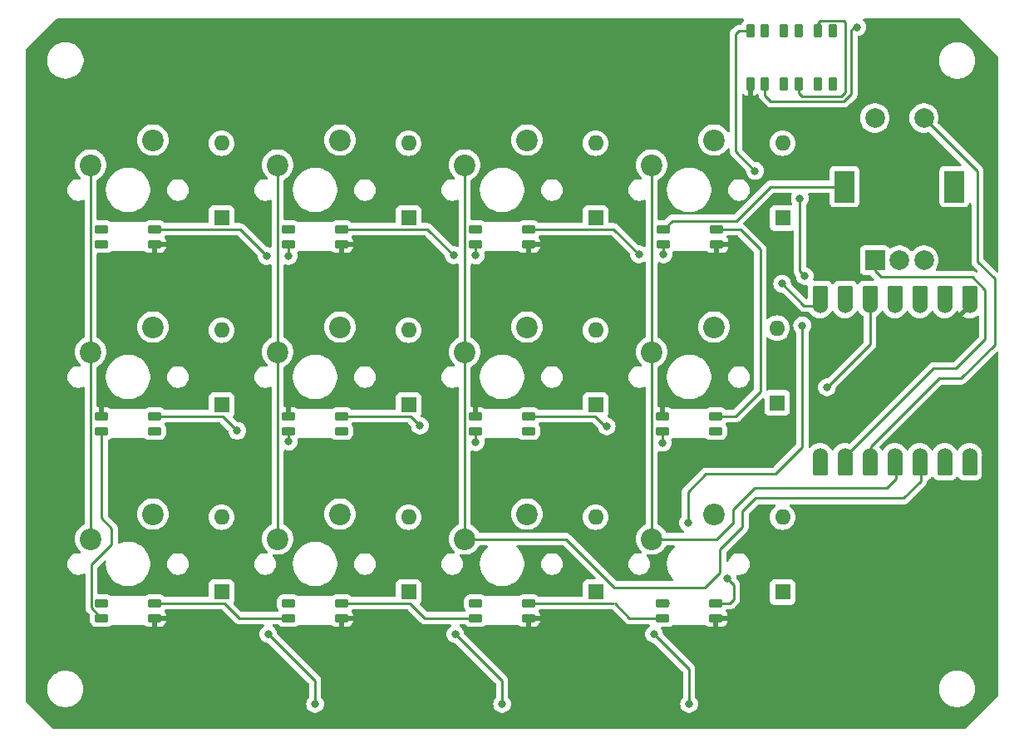
<source format=gbr>
%TF.GenerationSoftware,KiCad,Pcbnew,8.0.6*%
%TF.CreationDate,2025-07-03T10:23:51-04:00*%
%TF.ProjectId,tronzpad,74726f6e-7a70-4616-942e-6b696361645f,rev?*%
%TF.SameCoordinates,Original*%
%TF.FileFunction,Copper,L2,Bot*%
%TF.FilePolarity,Positive*%
%FSLAX46Y46*%
G04 Gerber Fmt 4.6, Leading zero omitted, Abs format (unit mm)*
G04 Created by KiCad (PCBNEW 8.0.6) date 2025-07-03 10:23:51*
%MOMM*%
%LPD*%
G01*
G04 APERTURE LIST*
G04 Aperture macros list*
%AMRoundRect*
0 Rectangle with rounded corners*
0 $1 Rounding radius*
0 $2 $3 $4 $5 $6 $7 $8 $9 X,Y pos of 4 corners*
0 Add a 4 corners polygon primitive as box body*
4,1,4,$2,$3,$4,$5,$6,$7,$8,$9,$2,$3,0*
0 Add four circle primitives for the rounded corners*
1,1,$1+$1,$2,$3*
1,1,$1+$1,$4,$5*
1,1,$1+$1,$6,$7*
1,1,$1+$1,$8,$9*
0 Add four rect primitives between the rounded corners*
20,1,$1+$1,$2,$3,$4,$5,0*
20,1,$1+$1,$4,$5,$6,$7,0*
20,1,$1+$1,$6,$7,$8,$9,0*
20,1,$1+$1,$8,$9,$2,$3,0*%
G04 Aperture macros list end*
%TA.AperFunction,ComponentPad*%
%ADD10R,2.000000X2.000000*%
%TD*%
%TA.AperFunction,ComponentPad*%
%ADD11C,2.000000*%
%TD*%
%TA.AperFunction,ComponentPad*%
%ADD12R,2.000000X3.200000*%
%TD*%
%TA.AperFunction,ComponentPad*%
%ADD13C,2.200000*%
%TD*%
%TA.AperFunction,ComponentPad*%
%ADD14R,1.600000X1.600000*%
%TD*%
%TA.AperFunction,ComponentPad*%
%ADD15O,1.600000X1.600000*%
%TD*%
%TA.AperFunction,SMDPad,CuDef*%
%ADD16RoundRect,0.205000X0.495000X0.205000X-0.495000X0.205000X-0.495000X-0.205000X0.495000X-0.205000X0*%
%TD*%
%TA.AperFunction,SMDPad,CuDef*%
%ADD17RoundRect,0.205000X-0.205000X0.495000X-0.205000X-0.495000X0.205000X-0.495000X0.205000X0.495000X0*%
%TD*%
%TA.AperFunction,SMDPad,CuDef*%
%ADD18RoundRect,0.152400X-0.609600X1.063600X-0.609600X-1.063600X0.609600X-1.063600X0.609600X1.063600X0*%
%TD*%
%TA.AperFunction,ComponentPad*%
%ADD19C,1.524000*%
%TD*%
%TA.AperFunction,SMDPad,CuDef*%
%ADD20RoundRect,0.152400X0.609600X-1.063600X0.609600X1.063600X-0.609600X1.063600X-0.609600X-1.063600X0*%
%TD*%
%TA.AperFunction,SMDPad,CuDef*%
%ADD21RoundRect,0.205000X-0.495000X-0.205000X0.495000X-0.205000X0.495000X0.205000X-0.495000X0.205000X0*%
%TD*%
%TA.AperFunction,ViaPad*%
%ADD22C,0.800000*%
%TD*%
%TA.AperFunction,Conductor*%
%ADD23C,0.250000*%
%TD*%
G04 APERTURE END LIST*
D10*
%TO.P,SW1,A,A*%
%TO.N,ROTARY 2*%
X186027571Y-88923267D03*
D11*
%TO.P,SW1,B,B*%
%TO.N,ROTARY 3*%
X191027571Y-88923267D03*
%TO.P,SW1,C,C*%
%TO.N,GND*%
X188527571Y-88923267D03*
D12*
%TO.P,SW1,MP,MP*%
X182927571Y-81423267D03*
X194127571Y-81423267D03*
D11*
%TO.P,SW1,S1,S1*%
%TO.N,ROTARY 1*%
X191027571Y-74423267D03*
%TO.P,SW1,S2,S2*%
%TO.N,GND*%
X186027571Y-74423267D03*
%TD*%
D13*
%TO.P,S12,1,1*%
%TO.N,Net-(D12-A)*%
X169648971Y-114780767D03*
%TO.P,S12,2,2*%
%TO.N,COLUMN 4*%
X163298971Y-117320767D03*
%TD*%
%TO.P,S11,1,1*%
%TO.N,Net-(D11-A)*%
X150598971Y-114780767D03*
%TO.P,S11,2,2*%
%TO.N,COLUMN 3*%
X144248971Y-117320767D03*
%TD*%
%TO.P,S10,1,1*%
%TO.N,Net-(D10-A)*%
X131548971Y-114780767D03*
%TO.P,S10,2,2*%
%TO.N,COLUMN 2*%
X125198971Y-117320767D03*
%TD*%
%TO.P,S9,1,1*%
%TO.N,Net-(D9-A)*%
X112498971Y-114780767D03*
%TO.P,S9,2,2*%
%TO.N,COLUMN 1*%
X106148971Y-117320767D03*
%TD*%
%TO.P,S8,1,1*%
%TO.N,Net-(D8-A)*%
X169648971Y-95730767D03*
%TO.P,S8,2,2*%
%TO.N,COLUMN 4*%
X163298971Y-98270767D03*
%TD*%
%TO.P,S7,1,1*%
%TO.N,Net-(D7-A)*%
X150598971Y-95730767D03*
%TO.P,S7,2,2*%
%TO.N,COLUMN 3*%
X144248971Y-98270767D03*
%TD*%
%TO.P,S6,2,2*%
%TO.N,COLUMN 2*%
X125198971Y-98270767D03*
%TO.P,S6,1,1*%
%TO.N,Net-(D6-A)*%
X131548971Y-95730767D03*
%TD*%
%TO.P,S5,1,1*%
%TO.N,Net-(D5-A)*%
X112498971Y-95730767D03*
%TO.P,S5,2,2*%
%TO.N,COLUMN 1*%
X106148971Y-98270767D03*
%TD*%
%TO.P,S1,1,1*%
%TO.N,Net-(D1-A)*%
X112498971Y-76680767D03*
%TO.P,S1,2,2*%
%TO.N,COLUMN 1*%
X106148971Y-79220767D03*
%TD*%
%TO.P,S3,1,1*%
%TO.N,Net-(D3-A)*%
X150598971Y-76680767D03*
%TO.P,S3,2,2*%
%TO.N,COLUMN 3*%
X144248971Y-79220767D03*
%TD*%
%TO.P,S2,1,1*%
%TO.N,Net-(D2-A)*%
X131548971Y-76680767D03*
%TO.P,S2,2,2*%
%TO.N,COLUMN 2*%
X125198971Y-79220767D03*
%TD*%
%TO.P,S4,1,1*%
%TO.N,Net-(D4-A)*%
X169648971Y-76680767D03*
%TO.P,S4,2,2*%
%TO.N,COLUMN 4*%
X163298971Y-79220767D03*
%TD*%
D14*
%TO.P,D11,1,K*%
%TO.N,ROW 3*%
X157581571Y-122715267D03*
D15*
%TO.P,D11,2,A*%
%TO.N,Net-(D11-A)*%
X157581571Y-115095267D03*
%TD*%
D16*
%TO.P,D18,1,VDD*%
%TO.N,VBUS*%
X107257571Y-104820467D03*
%TO.P,D18,2,DOUT*%
%TO.N,Net-(D18-DOUT)*%
X107257571Y-106320467D03*
%TO.P,D18,3,VSS*%
%TO.N,GND*%
X112657571Y-106320467D03*
%TO.P,D18,4,DIN*%
%TO.N,Net-(D17-DOUT)*%
X112657571Y-104820467D03*
%TD*%
D17*
%TO.P,D24,1,VDD*%
%TO.N,VBUS*%
X173333971Y-70973267D03*
%TO.P,D24,2,DOUT*%
%TO.N,Net-(D24-DOUT)*%
X174833971Y-70973267D03*
%TO.P,D24,3,VSS*%
%TO.N,GND*%
X174833971Y-65573267D03*
%TO.P,D24,4,DIN*%
%TO.N,Net-(D23-DOUT)*%
X173333971Y-65573267D03*
%TD*%
D14*
%TO.P,D1,1,K*%
%TO.N,ROW 1*%
X119482371Y-84616067D03*
D15*
%TO.P,D1,2,A*%
%TO.N,Net-(D1-A)*%
X119482371Y-76996067D03*
%TD*%
D14*
%TO.P,D7,1,K*%
%TO.N,ROW 2*%
X157583971Y-103668267D03*
D15*
%TO.P,D7,2,A*%
%TO.N,Net-(D7-A)*%
X157583971Y-96048267D03*
%TD*%
D18*
%TO.P,U1,1,GPIO26/ADC0/A0*%
%TO.N,COLUMN 1*%
X195685471Y-109628267D03*
D19*
X195685471Y-108793267D03*
D18*
%TO.P,U1,2,GPIO27/ADC1/A1*%
%TO.N,COLUMN 2*%
X193145471Y-109628267D03*
D19*
X193145471Y-108793267D03*
D18*
%TO.P,U1,3,GPIO28/ADC2/A2*%
%TO.N,COLUMN 3*%
X190605471Y-109628267D03*
D19*
X190605471Y-108793267D03*
D18*
%TO.P,U1,4,GPIO29/ADC3/A3*%
%TO.N,COLUMN 4*%
X188065471Y-109628267D03*
D19*
X188065471Y-108793267D03*
D18*
%TO.P,U1,5,GPIO6/SDA*%
%TO.N,ROTARY 1*%
X185525471Y-109628267D03*
D19*
X185525471Y-108793267D03*
D18*
%TO.P,U1,6,GPIO7/SCL*%
%TO.N,ROTARY 2*%
X182985471Y-109628267D03*
D19*
X182985471Y-108793267D03*
D18*
%TO.P,U1,7,GPIO0/TX*%
%TO.N,ROTARY 3*%
X180445471Y-109628267D03*
D19*
X180445471Y-108793267D03*
%TO.P,U1,8,GPIO1/RX*%
%TO.N,RGB_LED*%
X180445471Y-93553267D03*
D20*
X180445471Y-92718267D03*
D19*
%TO.P,U1,9,GPIO2/SCK*%
%TO.N,ROW 3*%
X182985471Y-93553267D03*
D20*
X182985471Y-92718267D03*
D19*
%TO.P,U1,10,GPIO4/MISO*%
%TO.N,ROW 2*%
X185525471Y-93553267D03*
D20*
X185525471Y-92718267D03*
D19*
%TO.P,U1,11,GPIO3/MOSI*%
%TO.N,ROW 1*%
X188065471Y-93553267D03*
D20*
X188065471Y-92718267D03*
D19*
%TO.P,U1,12,3V3*%
%TO.N,3.3V*%
X190605471Y-93553267D03*
D20*
X190605471Y-92718267D03*
D19*
%TO.P,U1,13,GND*%
%TO.N,GND*%
X193145471Y-93553267D03*
D20*
X193145471Y-92718267D03*
D19*
%TO.P,U1,14,VBUS*%
%TO.N,VBUS*%
X195685471Y-93553267D03*
D20*
X195685471Y-92718267D03*
%TD*%
D14*
%TO.P,D2,1,K*%
%TO.N,ROW 1*%
X138531971Y-84616067D03*
D15*
%TO.P,D2,2,A*%
%TO.N,Net-(D2-A)*%
X138531971Y-76996067D03*
%TD*%
D21*
%TO.P,D20,1,VDD*%
%TO.N,VBUS*%
X131707171Y-125370067D03*
%TO.P,D20,2,DOUT*%
%TO.N,Net-(D20-DOUT)*%
X131707171Y-123870067D03*
%TO.P,D20,3,VSS*%
%TO.N,GND*%
X126307171Y-123870067D03*
%TO.P,D20,4,DIN*%
%TO.N,Net-(D19-DOUT)*%
X126307171Y-125370067D03*
%TD*%
%TO.P,D13,1,VDD*%
%TO.N,VBUS*%
X131707171Y-87270867D03*
%TO.P,D13,2,DOUT*%
%TO.N,Net-(D13-DOUT)*%
X131707171Y-85770867D03*
%TO.P,D13,3,VSS*%
%TO.N,GND*%
X126307171Y-85770867D03*
%TO.P,D13,4,DIN*%
%TO.N,Net-(D13-DIN)*%
X126307171Y-87270867D03*
%TD*%
%TO.P,D15,1,VDD*%
%TO.N,VBUS*%
X169918971Y-87270867D03*
%TO.P,D15,2,DOUT*%
%TO.N,Net-(D15-DOUT)*%
X169918971Y-85770867D03*
%TO.P,D15,3,VSS*%
%TO.N,GND*%
X164518971Y-85770867D03*
%TO.P,D15,4,DIN*%
%TO.N,Net-(D14-DOUT)*%
X164518971Y-87270867D03*
%TD*%
D14*
%TO.P,D3,1,K*%
%TO.N,ROW 1*%
X157581571Y-84616067D03*
D15*
%TO.P,D3,2,A*%
%TO.N,Net-(D3-A)*%
X157581571Y-76996067D03*
%TD*%
D14*
%TO.P,D10,1,K*%
%TO.N,ROW 3*%
X138531971Y-122715267D03*
D15*
%TO.P,D10,2,A*%
%TO.N,Net-(D10-A)*%
X138531971Y-115095267D03*
%TD*%
D21*
%TO.P,D19,1,VDD*%
%TO.N,VBUS*%
X112657571Y-125370067D03*
%TO.P,D19,2,DOUT*%
%TO.N,Net-(D19-DOUT)*%
X112657571Y-123870067D03*
%TO.P,D19,3,VSS*%
%TO.N,GND*%
X107257571Y-123870067D03*
%TO.P,D19,4,DIN*%
%TO.N,Net-(D18-DOUT)*%
X107257571Y-125370067D03*
%TD*%
D14*
%TO.P,D5,1,K*%
%TO.N,ROW 2*%
X119483971Y-103668267D03*
D15*
%TO.P,D5,2,A*%
%TO.N,Net-(D5-A)*%
X119483971Y-96048267D03*
%TD*%
D17*
%TO.P,D27,1,VDD*%
%TO.N,VBUS*%
X180233971Y-70973267D03*
%TO.P,D27,2,DOUT*%
%TO.N,unconnected-(D27-DOUT-Pad2)*%
X181733971Y-70973267D03*
%TO.P,D27,3,VSS*%
%TO.N,GND*%
X181733971Y-65573267D03*
%TO.P,D27,4,DIN*%
%TO.N,Net-(D26-DOUT)*%
X180233971Y-65573267D03*
%TD*%
D14*
%TO.P,D9,1,K*%
%TO.N,ROW 3*%
X119482371Y-122715267D03*
D15*
%TO.P,D9,2,A*%
%TO.N,Net-(D9-A)*%
X119482371Y-115095267D03*
%TD*%
D21*
%TO.P,D14,1,VDD*%
%TO.N,VBUS*%
X150756771Y-87270867D03*
%TO.P,D14,2,DOUT*%
%TO.N,Net-(D14-DOUT)*%
X150756771Y-85770867D03*
%TO.P,D14,3,VSS*%
%TO.N,GND*%
X145356771Y-85770867D03*
%TO.P,D14,4,DIN*%
%TO.N,Net-(D13-DOUT)*%
X145356771Y-87270867D03*
%TD*%
D14*
%TO.P,D6,1,K*%
%TO.N,ROW 2*%
X138533971Y-103668267D03*
D15*
%TO.P,D6,2,A*%
%TO.N,Net-(D6-A)*%
X138533971Y-96048267D03*
%TD*%
D16*
%TO.P,D21,1,VDD*%
%TO.N,VBUS*%
X164404971Y-104820467D03*
%TO.P,D21,2,DOUT*%
%TO.N,Net-(D16-DIN)*%
X164404971Y-106320467D03*
%TO.P,D21,3,VSS*%
%TO.N,GND*%
X169804971Y-106320467D03*
%TO.P,D21,4,DIN*%
%TO.N,Net-(D15-DOUT)*%
X169804971Y-104820467D03*
%TD*%
D21*
%TO.P,D25,1,VDD*%
%TO.N,VBUS*%
X112657571Y-87270867D03*
%TO.P,D25,2,DOUT*%
%TO.N,Net-(D13-DIN)*%
X112657571Y-85770867D03*
%TO.P,D25,3,VSS*%
%TO.N,GND*%
X107257571Y-85770867D03*
%TO.P,D25,4,DIN*%
%TO.N,RGB_LED*%
X107257571Y-87270867D03*
%TD*%
D17*
%TO.P,D26,1,VDD*%
%TO.N,VBUS*%
X176783971Y-70973267D03*
%TO.P,D26,2,DOUT*%
%TO.N,Net-(D26-DOUT)*%
X178283971Y-70973267D03*
%TO.P,D26,3,VSS*%
%TO.N,GND*%
X178283971Y-65573267D03*
%TO.P,D26,4,DIN*%
%TO.N,Net-(D24-DOUT)*%
X176783971Y-65573267D03*
%TD*%
D21*
%TO.P,D23,1,VDD*%
%TO.N,VBUS*%
X169825000Y-125370067D03*
%TO.P,D23,2,DOUT*%
%TO.N,Net-(D23-DOUT)*%
X169825000Y-123870067D03*
%TO.P,D23,3,VSS*%
%TO.N,GND*%
X164425000Y-123870067D03*
%TO.P,D23,4,DIN*%
%TO.N,Net-(D22-DOUT)*%
X164425000Y-125370067D03*
%TD*%
D14*
%TO.P,D4,1,K*%
%TO.N,ROW 1*%
X176633971Y-84618267D03*
D15*
%TO.P,D4,2,A*%
%TO.N,Net-(D4-A)*%
X176633971Y-76998267D03*
%TD*%
D16*
%TO.P,D17,1,VDD*%
%TO.N,VBUS*%
X126307171Y-104820467D03*
%TO.P,D17,2,DOUT*%
%TO.N,Net-(D17-DOUT)*%
X126307171Y-106320467D03*
%TO.P,D17,3,VSS*%
%TO.N,GND*%
X131707171Y-106320467D03*
%TO.P,D17,4,DIN*%
%TO.N,Net-(D16-DOUT)*%
X131707171Y-104820467D03*
%TD*%
D14*
%TO.P,D12,1,K*%
%TO.N,ROW 3*%
X176633971Y-122715267D03*
D15*
%TO.P,D12,2,A*%
%TO.N,Net-(D12-A)*%
X176633971Y-115095267D03*
%TD*%
D14*
%TO.P,D8,1,K*%
%TO.N,ROW 2*%
X176073971Y-103453267D03*
D15*
%TO.P,D8,2,A*%
%TO.N,Net-(D8-A)*%
X176073971Y-95833267D03*
%TD*%
D21*
%TO.P,D22,1,VDD*%
%TO.N,VBUS*%
X150756771Y-125370067D03*
%TO.P,D22,2,DOUT*%
%TO.N,Net-(D22-DOUT)*%
X150756771Y-123870067D03*
%TO.P,D22,3,VSS*%
%TO.N,GND*%
X145356771Y-123870067D03*
%TO.P,D22,4,DIN*%
%TO.N,Net-(D20-DOUT)*%
X145356771Y-125370067D03*
%TD*%
D16*
%TO.P,D16,1,VDD*%
%TO.N,VBUS*%
X145356771Y-104820467D03*
%TO.P,D16,2,DOUT*%
%TO.N,Net-(D16-DOUT)*%
X145356771Y-106320467D03*
%TO.P,D16,3,VSS*%
%TO.N,GND*%
X150756771Y-106320467D03*
%TO.P,D16,4,DIN*%
%TO.N,Net-(D16-DIN)*%
X150756771Y-104820467D03*
%TD*%
D22*
%TO.N,VBUS*%
X176783971Y-70973267D03*
X149123971Y-89953267D03*
X158733971Y-89973267D03*
X120848971Y-89783267D03*
X110743971Y-92473267D03*
X180233971Y-70973267D03*
X176783971Y-73923267D03*
X140343971Y-89943267D03*
X196683971Y-103023267D03*
X101963971Y-92463267D03*
X129628971Y-89793267D03*
X167513971Y-89983267D03*
X193983971Y-97573267D03*
%TO.N,RGB_LED*%
X107257571Y-87270867D03*
X176583971Y-91323267D03*
%TO.N,GND*%
X112657571Y-106320467D03*
X167106371Y-134144867D03*
X164518971Y-85770867D03*
X131707171Y-106320467D03*
X164723771Y-123870067D03*
X107257571Y-85770867D03*
X148056771Y-134144867D03*
X163537096Y-127004517D03*
X150756771Y-106320467D03*
X107257571Y-123870067D03*
X169804971Y-106320467D03*
X145356771Y-123870067D03*
X145356771Y-85770867D03*
X178283971Y-65573267D03*
X129007171Y-134144867D03*
X174833971Y-65573267D03*
X181733971Y-65573267D03*
X126307171Y-123870067D03*
X124246471Y-127004517D03*
X143296471Y-127004517D03*
X126307171Y-85770867D03*
%TO.N,Net-(D13-DOUT)*%
X145356771Y-88436067D03*
X143103971Y-88403267D03*
%TO.N,Net-(D14-DOUT)*%
X164518971Y-88313267D03*
X161988971Y-88323267D03*
%TO.N,Net-(D16-DOUT)*%
X145373971Y-107463267D03*
X139683971Y-105783267D03*
%TO.N,ROW 2*%
X181153971Y-101863267D03*
%TO.N,Net-(D16-DIN)*%
X164408971Y-107523267D03*
X158718971Y-105843267D03*
%TO.N,Net-(D17-DOUT)*%
X126307171Y-107406467D03*
X121073971Y-106293267D03*
%TO.N,Net-(D13-DIN)*%
X124073971Y-88483267D03*
X126307171Y-88480067D03*
%TO.N,Net-(D23-DOUT)*%
X178633971Y-95573267D03*
X166983971Y-115673267D03*
X178883971Y-90523267D03*
X178383971Y-82623267D03*
X171033971Y-121373267D03*
X173833971Y-79823267D03*
%TO.N,Net-(D24-DOUT)*%
X184233971Y-65173267D03*
X176783971Y-65573267D03*
%TD*%
D23*
%TO.N,VBUS*%
X195685471Y-93553267D02*
X193483971Y-95754767D01*
X193483971Y-96673267D02*
X193483971Y-97073267D01*
X193483971Y-95754767D02*
X193483971Y-96673267D01*
X193483971Y-97073267D02*
X193983971Y-97573267D01*
%TO.N,RGB_LED*%
X178813971Y-93553267D02*
X176583971Y-91323267D01*
X180445471Y-93553267D02*
X178813971Y-93553267D01*
%TO.N,GND*%
X167106371Y-130573792D02*
X163537096Y-127004517D01*
X167106371Y-134144867D02*
X167106371Y-130573792D01*
X164518971Y-85770867D02*
X165393971Y-84895867D01*
X171941371Y-84895867D02*
X175413971Y-81423267D01*
X124246471Y-127004517D02*
X129007171Y-131765217D01*
X129007171Y-131765217D02*
X129007171Y-134144867D01*
X148056771Y-131764817D02*
X148056771Y-134144867D01*
X143296471Y-127004517D02*
X148056771Y-131764817D01*
X175413971Y-81423267D02*
X182927571Y-81423267D01*
X165393971Y-84895867D02*
X171941371Y-84895867D01*
%TO.N,Net-(D13-DOUT)*%
X143103971Y-88403267D02*
X143133971Y-88433267D01*
X143103971Y-88403267D02*
X140471571Y-85770867D01*
X145356771Y-88436067D02*
X145356771Y-87270867D01*
X140471571Y-85770867D02*
X131707171Y-85770867D01*
%TO.N,Net-(D14-DOUT)*%
X164518971Y-87270867D02*
X164518971Y-88313267D01*
X150756771Y-85770867D02*
X159436571Y-85770867D01*
X159436571Y-85770867D02*
X161988971Y-88323267D01*
%TO.N,Net-(D15-DOUT)*%
X174348971Y-102313267D02*
X174348971Y-87803267D01*
X169804971Y-104820467D02*
X171841771Y-104820467D01*
X174348971Y-87803267D02*
X172316571Y-85770867D01*
X172316571Y-85770867D02*
X169918971Y-85770867D01*
X171841771Y-104820467D02*
X174348971Y-102313267D01*
%TO.N,Net-(D16-DOUT)*%
X145356771Y-107446067D02*
X145356771Y-106320467D01*
X131707171Y-104820467D02*
X138721171Y-104820467D01*
X145373971Y-107463267D02*
X145356771Y-107446067D01*
X138721171Y-104820467D02*
X139683971Y-105783267D01*
%TO.N,ROW 2*%
X185525471Y-97491767D02*
X185525471Y-93553267D01*
X181153971Y-101863267D02*
X185525471Y-97491767D01*
%TO.N,COLUMN 2*%
X125198971Y-79220767D02*
X125198971Y-117320767D01*
%TO.N,COLUMN 4*%
X171583971Y-115723267D02*
X171493971Y-115723267D01*
X163298971Y-79220767D02*
X163298971Y-117320767D01*
X173588971Y-112298267D02*
X171583971Y-114303267D01*
X171583971Y-114303267D02*
X171583971Y-115723267D01*
X173793971Y-112093267D02*
X187290371Y-112093267D01*
X173588971Y-112298267D02*
X173793971Y-112093267D01*
X171493971Y-115723267D02*
X169896471Y-117320767D01*
X188175471Y-108833267D02*
X188175471Y-111208167D01*
X169896471Y-117320767D02*
X163298971Y-117320767D01*
X187290371Y-112093267D02*
X188175471Y-111208167D01*
%TO.N,COLUMN 1*%
X106148971Y-79220767D02*
X106148971Y-117320767D01*
%TO.N,COLUMN 3*%
X173868971Y-113168267D02*
X172543971Y-114493267D01*
X144248971Y-79220767D02*
X144248971Y-117320767D01*
X172543971Y-114493267D02*
X172543971Y-116123267D01*
X159466471Y-122235767D02*
X154551471Y-117320767D01*
X170253971Y-120723267D02*
X168741471Y-122235767D01*
X173868971Y-113168267D02*
X188965371Y-113168267D01*
X170253971Y-118413267D02*
X170253971Y-120723267D01*
X190715471Y-111418167D02*
X190715471Y-109668267D01*
X168741471Y-122235767D02*
X159466471Y-122235767D01*
X188965371Y-113168267D02*
X190715471Y-111418167D01*
X172543971Y-116123267D02*
X170253971Y-118413267D01*
X154551471Y-117320767D02*
X144248971Y-117320767D01*
%TO.N,Net-(D16-DIN)*%
X150756771Y-104820467D02*
X157534771Y-104820467D01*
X157534771Y-104820467D02*
X158557571Y-105843267D01*
X164391771Y-107506067D02*
X164391771Y-106380467D01*
X164408971Y-107523267D02*
X164391771Y-107506067D01*
%TO.N,Net-(D17-DOUT)*%
X112657571Y-104820467D02*
X119601171Y-104820467D01*
X119601171Y-104820467D02*
X121073971Y-106293267D01*
X126307171Y-106320467D02*
X126307171Y-107406467D01*
X126307171Y-107406467D02*
X126313971Y-107413267D01*
%TO.N,Net-(D18-DOUT)*%
X106232571Y-119924667D02*
X108283971Y-117873267D01*
X108283971Y-116223267D02*
X107257571Y-115196867D01*
X107257571Y-115196867D02*
X107257571Y-106320467D01*
X108283971Y-117873267D02*
X108283971Y-116223267D01*
X107257571Y-125370067D02*
X106232571Y-124345067D01*
X106232571Y-124345067D02*
X106232571Y-119924667D01*
%TO.N,Net-(D19-DOUT)*%
X112657571Y-123870067D02*
X119780771Y-123870067D01*
X121280771Y-125370067D02*
X126307171Y-125370067D01*
X119780771Y-123870067D02*
X121280771Y-125370067D01*
%TO.N,Net-(D20-DOUT)*%
X140190771Y-125370067D02*
X145356771Y-125370067D01*
X138690771Y-123870067D02*
X140190771Y-125370067D01*
X131707171Y-123870067D02*
X138690771Y-123870067D01*
%TO.N,Net-(D22-DOUT)*%
X161030171Y-125370067D02*
X164723771Y-125370067D01*
X150756771Y-123870067D02*
X159368771Y-123870067D01*
X159530171Y-123870067D02*
X161030171Y-125370067D01*
%TO.N,ROTARY 2*%
X186027571Y-90016867D02*
X186027571Y-88923267D01*
X195963039Y-90643267D02*
X186653971Y-90643267D01*
X186653971Y-90643267D02*
X186027571Y-90016867D01*
X191965471Y-99963267D02*
X194283971Y-99963267D01*
X197253971Y-96993267D02*
X197253971Y-91934199D01*
X194283971Y-99963267D02*
X197253971Y-96993267D01*
X183095471Y-108833267D02*
X191965471Y-99963267D01*
X197253971Y-91934199D02*
X195963039Y-90643267D01*
%TO.N,ROTARY 1*%
X196473971Y-89053267D02*
X198233971Y-90813267D01*
X198233971Y-97516029D02*
X194800000Y-100950000D01*
X194800000Y-100950000D02*
X192550000Y-100950000D01*
X196473971Y-79869667D02*
X196473971Y-89053267D01*
X198233971Y-90813267D02*
X198233971Y-97516029D01*
X191027571Y-74423267D02*
X196473971Y-79869667D01*
X185635471Y-107864529D02*
X185635471Y-108833267D01*
X192550000Y-100950000D02*
X185635471Y-107864529D01*
%TO.N,Net-(D13-DIN)*%
X121361571Y-85770867D02*
X124073971Y-88483267D01*
X112657571Y-85770867D02*
X121361571Y-85770867D01*
X126307171Y-87270867D02*
X126307171Y-88480067D01*
%TO.N,Net-(D23-DOUT)*%
X178383971Y-90023267D02*
X178383971Y-82623267D01*
X166983971Y-112523267D02*
X168833971Y-110673267D01*
X170123771Y-123870067D02*
X171237171Y-123870067D01*
X172183971Y-65573267D02*
X173333971Y-65573267D01*
X166983971Y-115673267D02*
X166983971Y-112523267D01*
X171858971Y-65898267D02*
X172183971Y-65573267D01*
X178633971Y-107973267D02*
X178633971Y-95573267D01*
X171683971Y-122023267D02*
X171033971Y-121373267D01*
X171858971Y-77848267D02*
X173833971Y-79823267D01*
X168833971Y-110673267D02*
X175933971Y-110673267D01*
X175933971Y-110673267D02*
X178633971Y-107973267D01*
X171683971Y-123423267D02*
X171683971Y-122023267D01*
X171858971Y-65898267D02*
X171858971Y-77848267D01*
X178883971Y-90523267D02*
X178383971Y-90023267D01*
X171237171Y-123870067D02*
X171683971Y-123423267D01*
X166983971Y-115673267D02*
X166933971Y-115723267D01*
%TO.N,Net-(D24-DOUT)*%
X183633971Y-65473267D02*
X183933971Y-65173267D01*
X174833971Y-72123267D02*
X174833971Y-70973267D01*
X175433971Y-72723267D02*
X174833971Y-72123267D01*
X183633971Y-71973267D02*
X183633971Y-65473267D01*
X183108971Y-72498267D02*
X182883971Y-72723267D01*
X183483971Y-72123267D02*
X183108971Y-72498267D01*
X183933971Y-65173267D02*
X184233971Y-65173267D01*
X183108971Y-72498267D02*
X183633971Y-71973267D01*
X182883971Y-72723267D02*
X175433971Y-72723267D01*
%TO.N,Net-(D26-DOUT)*%
X180508971Y-64548267D02*
X182858971Y-64548267D01*
X178283971Y-71923267D02*
X178283971Y-70973267D01*
X183033971Y-64723267D02*
X183033971Y-71773267D01*
X183033971Y-71773267D02*
X182583971Y-72223267D01*
X178583971Y-72223267D02*
X178283971Y-71923267D01*
X182858971Y-64548267D02*
X183033971Y-64723267D01*
X180233971Y-64823267D02*
X180508971Y-64548267D01*
X180233971Y-65573267D02*
X180233971Y-64823267D01*
X182583971Y-72223267D02*
X178583971Y-72223267D01*
%TD*%
%TA.AperFunction,Conductor*%
%TO.N,VBUS*%
G36*
X172663919Y-64332952D02*
G01*
X172709674Y-64385756D01*
X172719618Y-64454914D01*
X172690593Y-64518470D01*
X172684561Y-64524948D01*
X172569537Y-64639971D01*
X172569536Y-64639972D01*
X172480900Y-64786593D01*
X172477356Y-64797967D01*
X172457820Y-64860659D01*
X172419084Y-64918805D01*
X172355059Y-64946779D01*
X172339436Y-64947767D01*
X172122359Y-64947767D01*
X172001526Y-64971802D01*
X172001518Y-64971804D01*
X171887687Y-65018954D01*
X171785236Y-65087409D01*
X171785233Y-65087412D01*
X171511124Y-65361523D01*
X171460240Y-65412407D01*
X171460238Y-65412409D01*
X171416675Y-65455971D01*
X171373113Y-65499533D01*
X171349500Y-65534874D01*
X171345039Y-65541551D01*
X171304658Y-65601983D01*
X171291036Y-65634872D01*
X171291035Y-65634874D01*
X171257509Y-65715812D01*
X171257506Y-65715822D01*
X171233471Y-65836656D01*
X171233471Y-75763597D01*
X171213786Y-75830636D01*
X171160982Y-75876391D01*
X171091824Y-75886335D01*
X171028268Y-75857310D01*
X171003744Y-75828387D01*
X170947810Y-75737113D01*
X170947809Y-75737110D01*
X170902227Y-75683741D01*
X170784195Y-75545543D01*
X170657542Y-75437371D01*
X170592627Y-75381928D01*
X170592624Y-75381927D01*
X170377830Y-75250300D01*
X170145081Y-75153893D01*
X169900122Y-75095084D01*
X169648971Y-75075318D01*
X169397819Y-75095084D01*
X169152860Y-75153893D01*
X168920111Y-75250300D01*
X168705317Y-75381927D01*
X168705314Y-75381928D01*
X168513747Y-75545543D01*
X168350132Y-75737110D01*
X168350131Y-75737113D01*
X168218504Y-75951907D01*
X168122097Y-76184656D01*
X168063288Y-76429615D01*
X168043522Y-76680767D01*
X168063288Y-76931918D01*
X168122097Y-77176877D01*
X168218504Y-77409626D01*
X168350131Y-77624420D01*
X168350132Y-77624423D01*
X168370953Y-77648801D01*
X168513747Y-77815991D01*
X168623665Y-77909870D01*
X168705314Y-77979605D01*
X168705317Y-77979606D01*
X168920111Y-78111233D01*
X169124213Y-78195774D01*
X169152860Y-78207640D01*
X169397823Y-78266450D01*
X169648971Y-78286216D01*
X169900119Y-78266450D01*
X170145082Y-78207640D01*
X170377830Y-78111233D01*
X170592630Y-77979603D01*
X170784195Y-77815991D01*
X170947807Y-77624426D01*
X170987005Y-77560461D01*
X171003744Y-77533146D01*
X171055555Y-77486271D01*
X171124485Y-77474848D01*
X171188648Y-77502505D01*
X171227673Y-77560461D01*
X171233471Y-77597936D01*
X171233471Y-77909873D01*
X171251062Y-77998314D01*
X171257508Y-78030718D01*
X171304659Y-78144553D01*
X171304661Y-78144555D01*
X171304661Y-78144556D01*
X171338885Y-78195774D01*
X171338886Y-78195776D01*
X171373112Y-78247000D01*
X171464557Y-78338445D01*
X171464579Y-78338465D01*
X172895009Y-79768895D01*
X172928494Y-79830218D01*
X172930649Y-79843614D01*
X172935055Y-79885528D01*
X172948297Y-80011523D01*
X172948298Y-80011526D01*
X173006789Y-80191544D01*
X173006792Y-80191551D01*
X173101438Y-80355483D01*
X173189569Y-80453362D01*
X173228100Y-80496155D01*
X173381236Y-80607415D01*
X173381241Y-80607418D01*
X173554163Y-80684409D01*
X173554168Y-80684411D01*
X173739325Y-80723767D01*
X173739326Y-80723767D01*
X173928615Y-80723767D01*
X173928617Y-80723767D01*
X174113774Y-80684411D01*
X174286701Y-80607418D01*
X174439842Y-80496155D01*
X174566504Y-80355483D01*
X174661150Y-80191551D01*
X174719645Y-80011523D01*
X174739431Y-79823267D01*
X174719645Y-79635011D01*
X174661150Y-79454983D01*
X174566504Y-79291051D01*
X174439842Y-79150379D01*
X174385760Y-79111086D01*
X174286705Y-79039118D01*
X174286700Y-79039115D01*
X174113778Y-78962124D01*
X174113773Y-78962122D01*
X173967972Y-78931132D01*
X173928617Y-78922767D01*
X173928616Y-78922767D01*
X173869423Y-78922767D01*
X173802384Y-78903082D01*
X173781742Y-78886448D01*
X172520790Y-77625496D01*
X172487305Y-77564173D01*
X172484471Y-77537815D01*
X172484471Y-76998265D01*
X175328503Y-76998265D01*
X175328503Y-76998268D01*
X175348335Y-77224953D01*
X175348337Y-77224964D01*
X175407229Y-77444755D01*
X175407232Y-77444764D01*
X175503402Y-77650999D01*
X175503403Y-77651001D01*
X175633925Y-77837408D01*
X175794829Y-77998312D01*
X175794832Y-77998314D01*
X175981237Y-78128835D01*
X176187475Y-78225006D01*
X176407279Y-78283902D01*
X176569201Y-78298068D01*
X176633969Y-78303735D01*
X176633971Y-78303735D01*
X176633973Y-78303735D01*
X176690644Y-78298776D01*
X176860663Y-78283902D01*
X177080467Y-78225006D01*
X177286705Y-78128835D01*
X177473110Y-77998314D01*
X177634018Y-77837406D01*
X177764539Y-77651001D01*
X177860710Y-77444763D01*
X177919606Y-77224959D01*
X177939439Y-76998267D01*
X177939246Y-76996065D01*
X177919606Y-76771580D01*
X177919606Y-76771575D01*
X177860710Y-76551771D01*
X177764539Y-76345533D01*
X177634018Y-76159128D01*
X177634016Y-76159125D01*
X177473112Y-75998221D01*
X177286705Y-75867699D01*
X177286703Y-75867698D01*
X177080468Y-75771528D01*
X177080459Y-75771525D01*
X176860668Y-75712633D01*
X176860664Y-75712632D01*
X176860663Y-75712632D01*
X176860662Y-75712631D01*
X176860657Y-75712631D01*
X176633973Y-75692799D01*
X176633969Y-75692799D01*
X176407284Y-75712631D01*
X176407273Y-75712633D01*
X176187482Y-75771525D01*
X176187473Y-75771528D01*
X175981238Y-75867698D01*
X175981236Y-75867699D01*
X175794829Y-75998221D01*
X175633925Y-76159125D01*
X175503403Y-76345532D01*
X175503402Y-76345534D01*
X175407232Y-76551769D01*
X175407229Y-76551778D01*
X175348337Y-76771569D01*
X175348335Y-76771580D01*
X175328503Y-76998265D01*
X172484471Y-76998265D01*
X172484471Y-74423261D01*
X184521928Y-74423261D01*
X184521928Y-74423272D01*
X184542461Y-74671079D01*
X184542463Y-74671091D01*
X184603507Y-74912148D01*
X184703397Y-75139873D01*
X184839404Y-75348049D01*
X184839407Y-75348052D01*
X185007827Y-75531005D01*
X185204062Y-75683741D01*
X185422761Y-75802095D01*
X185657957Y-75882838D01*
X185903236Y-75923767D01*
X186151906Y-75923767D01*
X186397185Y-75882838D01*
X186632381Y-75802095D01*
X186851080Y-75683741D01*
X187047315Y-75531005D01*
X187215735Y-75348052D01*
X187351744Y-75139874D01*
X187451634Y-74912148D01*
X187512679Y-74671088D01*
X187533214Y-74423267D01*
X187512679Y-74175446D01*
X187451634Y-73934386D01*
X187351744Y-73706660D01*
X187215737Y-73498484D01*
X187194128Y-73475011D01*
X187047315Y-73315529D01*
X186851080Y-73162793D01*
X186851078Y-73162792D01*
X186851077Y-73162791D01*
X186632382Y-73044439D01*
X186632373Y-73044436D01*
X186397187Y-72963696D01*
X186151906Y-72922767D01*
X185903236Y-72922767D01*
X185657954Y-72963696D01*
X185422768Y-73044436D01*
X185422759Y-73044439D01*
X185204064Y-73162791D01*
X185007828Y-73315528D01*
X184839404Y-73498484D01*
X184703397Y-73706660D01*
X184603507Y-73934385D01*
X184542463Y-74175442D01*
X184542461Y-74175454D01*
X184521928Y-74423261D01*
X172484471Y-74423261D01*
X172484471Y-72120150D01*
X172504156Y-72053111D01*
X172556960Y-72007356D01*
X172626118Y-71997412D01*
X172684123Y-72023902D01*
X172685082Y-72022678D01*
X172690987Y-72027304D01*
X172837508Y-72115879D01*
X172837507Y-72115879D01*
X173000957Y-72166811D01*
X173000955Y-72166811D01*
X173071994Y-72173267D01*
X173083971Y-72173267D01*
X173083971Y-70847267D01*
X173103656Y-70780228D01*
X173156460Y-70734473D01*
X173207971Y-70723267D01*
X173459971Y-70723267D01*
X173527010Y-70742952D01*
X173572765Y-70795756D01*
X173583971Y-70847267D01*
X173583971Y-72173267D01*
X173595948Y-72173267D01*
X173666985Y-72166811D01*
X173830434Y-72115879D01*
X173976954Y-72027304D01*
X173995934Y-72008324D01*
X174057256Y-71974837D01*
X174126948Y-71979820D01*
X174171298Y-72008322D01*
X174172152Y-72009176D01*
X174205637Y-72070499D01*
X174208471Y-72096857D01*
X174208471Y-72184877D01*
X174225313Y-72269548D01*
X174232508Y-72305719D01*
X174246318Y-72339059D01*
X174246318Y-72339060D01*
X174279656Y-72419548D01*
X174279659Y-72419553D01*
X174306099Y-72459122D01*
X174306100Y-72459125D01*
X174306101Y-72459125D01*
X174348112Y-72522000D01*
X174439557Y-72613445D01*
X174439579Y-72613465D01*
X174944987Y-73118873D01*
X174945016Y-73118904D01*
X175035235Y-73209123D01*
X175035238Y-73209125D01*
X175086461Y-73243351D01*
X175137685Y-73277579D01*
X175218178Y-73310919D01*
X175251519Y-73324730D01*
X175311942Y-73336748D01*
X175372364Y-73348767D01*
X182945578Y-73348767D01*
X183006000Y-73336748D01*
X183066423Y-73324730D01*
X183066426Y-73324728D01*
X183066429Y-73324728D01*
X183099758Y-73310921D01*
X183099757Y-73310921D01*
X183099763Y-73310919D01*
X183180257Y-73277579D01*
X183231480Y-73243351D01*
X183231482Y-73243350D01*
X183244242Y-73234823D01*
X183282704Y-73209125D01*
X183369829Y-73122000D01*
X183369831Y-73121996D01*
X183594828Y-72897000D01*
X184032700Y-72459127D01*
X184032704Y-72459125D01*
X184119829Y-72372000D01*
X184164117Y-72305719D01*
X184188283Y-72269553D01*
X184194384Y-72254822D01*
X184229951Y-72168957D01*
X184232394Y-72163056D01*
X184235434Y-72155719D01*
X184259471Y-72034873D01*
X184259471Y-68458738D01*
X192569331Y-68458738D01*
X192569331Y-68701315D01*
X192600992Y-68941812D01*
X192663778Y-69176131D01*
X192750341Y-69385112D01*
X192756607Y-69400239D01*
X192877895Y-69610316D01*
X192877897Y-69610319D01*
X192877898Y-69610320D01*
X193025564Y-69802763D01*
X193025570Y-69802770D01*
X193197087Y-69974287D01*
X193197093Y-69974292D01*
X193389542Y-70121963D01*
X193599619Y-70243251D01*
X193823731Y-70336081D01*
X194058042Y-70398865D01*
X194228008Y-70421241D01*
X194298542Y-70430527D01*
X194298543Y-70430527D01*
X194541120Y-70430527D01*
X194611654Y-70421241D01*
X194781620Y-70398865D01*
X195015931Y-70336081D01*
X195240043Y-70243251D01*
X195450120Y-70121963D01*
X195642569Y-69974292D01*
X195814096Y-69802765D01*
X195961767Y-69610316D01*
X196083055Y-69400239D01*
X196175885Y-69176127D01*
X196238669Y-68941816D01*
X196270331Y-68701315D01*
X196270331Y-68458739D01*
X196268340Y-68443619D01*
X196238669Y-68218241D01*
X196238669Y-68218238D01*
X196175885Y-67983927D01*
X196083055Y-67759815D01*
X195961767Y-67549738D01*
X195814096Y-67357289D01*
X195814091Y-67357283D01*
X195642574Y-67185766D01*
X195642567Y-67185760D01*
X195450124Y-67038094D01*
X195450123Y-67038093D01*
X195450120Y-67038091D01*
X195240043Y-66916803D01*
X195240036Y-66916800D01*
X195015935Y-66823974D01*
X194781616Y-66761188D01*
X194541120Y-66729527D01*
X194541119Y-66729527D01*
X194298543Y-66729527D01*
X194298542Y-66729527D01*
X194058045Y-66761188D01*
X193823726Y-66823974D01*
X193599625Y-66916800D01*
X193599616Y-66916804D01*
X193389537Y-67038094D01*
X193197094Y-67185760D01*
X193197087Y-67185766D01*
X193025570Y-67357283D01*
X193025564Y-67357290D01*
X192877898Y-67549733D01*
X192756608Y-67759812D01*
X192756604Y-67759821D01*
X192663778Y-67983922D01*
X192600992Y-68218241D01*
X192569331Y-68458738D01*
X184259471Y-68458738D01*
X184259471Y-66188877D01*
X184279156Y-66121838D01*
X184331960Y-66076083D01*
X184357689Y-66067587D01*
X184513774Y-66034411D01*
X184686701Y-65957418D01*
X184839842Y-65846155D01*
X184966504Y-65705483D01*
X185061150Y-65541551D01*
X185119645Y-65361523D01*
X185139431Y-65173267D01*
X185119645Y-64985011D01*
X185061150Y-64804983D01*
X184966504Y-64641051D01*
X184857723Y-64520238D01*
X184827494Y-64457248D01*
X184836119Y-64387913D01*
X184880860Y-64334247D01*
X184947513Y-64313289D01*
X184949874Y-64313267D01*
X194682609Y-64313267D01*
X194749648Y-64332952D01*
X194770290Y-64349586D01*
X198597652Y-68176948D01*
X198631137Y-68238271D01*
X198633971Y-68264629D01*
X198633971Y-90029315D01*
X198614286Y-90096354D01*
X198561482Y-90142109D01*
X198492324Y-90152053D01*
X198428768Y-90123028D01*
X198422290Y-90116996D01*
X197135790Y-88830496D01*
X197102305Y-88769173D01*
X197099471Y-88742815D01*
X197099471Y-79808063D01*
X197098739Y-79804381D01*
X197075434Y-79687215D01*
X197053810Y-79635011D01*
X197053808Y-79635007D01*
X197028285Y-79573387D01*
X197028283Y-79573382D01*
X196997279Y-79526982D01*
X196959829Y-79470934D01*
X196959827Y-79470931D01*
X196869608Y-79380712D01*
X196869577Y-79380683D01*
X192491231Y-75002337D01*
X192457746Y-74941014D01*
X192458706Y-74884217D01*
X192512679Y-74671088D01*
X192533214Y-74423267D01*
X192512679Y-74175446D01*
X192451634Y-73934386D01*
X192351744Y-73706660D01*
X192215737Y-73498484D01*
X192194128Y-73475011D01*
X192047315Y-73315529D01*
X191851080Y-73162793D01*
X191851078Y-73162792D01*
X191851077Y-73162791D01*
X191632382Y-73044439D01*
X191632373Y-73044436D01*
X191397187Y-72963696D01*
X191151906Y-72922767D01*
X190903236Y-72922767D01*
X190657954Y-72963696D01*
X190422768Y-73044436D01*
X190422759Y-73044439D01*
X190204064Y-73162791D01*
X190007828Y-73315528D01*
X189839404Y-73498484D01*
X189703397Y-73706660D01*
X189603507Y-73934385D01*
X189542463Y-74175442D01*
X189542461Y-74175454D01*
X189521928Y-74423261D01*
X189521928Y-74423272D01*
X189542461Y-74671079D01*
X189542463Y-74671091D01*
X189603507Y-74912148D01*
X189703397Y-75139873D01*
X189839404Y-75348049D01*
X189839407Y-75348052D01*
X190007827Y-75531005D01*
X190204062Y-75683741D01*
X190422761Y-75802095D01*
X190657957Y-75882838D01*
X190903236Y-75923767D01*
X191151906Y-75923767D01*
X191397185Y-75882838D01*
X191476858Y-75855485D01*
X191546653Y-75852335D01*
X191604800Y-75885086D01*
X194830800Y-79111086D01*
X194864285Y-79172409D01*
X194859301Y-79242101D01*
X194817429Y-79298034D01*
X194751965Y-79322451D01*
X194743119Y-79322767D01*
X193079700Y-79322767D01*
X193079694Y-79322768D01*
X193020087Y-79329175D01*
X192885242Y-79379469D01*
X192885235Y-79379473D01*
X192770026Y-79465719D01*
X192770023Y-79465722D01*
X192683777Y-79580931D01*
X192683773Y-79580938D01*
X192633479Y-79715784D01*
X192627072Y-79775383D01*
X192627072Y-79775390D01*
X192627071Y-79775402D01*
X192627071Y-83071137D01*
X192627072Y-83071143D01*
X192633479Y-83130750D01*
X192683773Y-83265595D01*
X192683777Y-83265602D01*
X192770023Y-83380811D01*
X192770026Y-83380814D01*
X192885235Y-83467060D01*
X192885242Y-83467064D01*
X193020088Y-83517358D01*
X193020087Y-83517358D01*
X193027015Y-83518102D01*
X193079698Y-83523767D01*
X195175443Y-83523766D01*
X195235054Y-83517358D01*
X195369902Y-83467063D01*
X195485117Y-83380813D01*
X195571367Y-83265598D01*
X195608289Y-83166605D01*
X195650160Y-83110671D01*
X195715624Y-83086254D01*
X195783897Y-83101105D01*
X195833303Y-83150510D01*
X195848471Y-83209938D01*
X195848471Y-89114878D01*
X195872506Y-89235711D01*
X195872511Y-89235728D01*
X195919656Y-89349548D01*
X195919658Y-89349551D01*
X195940383Y-89380567D01*
X195940384Y-89380569D01*
X195988112Y-89451999D01*
X195988115Y-89452003D01*
X196079557Y-89543445D01*
X196079579Y-89543465D01*
X196471318Y-89935204D01*
X196504803Y-89996527D01*
X196499819Y-90066219D01*
X196457947Y-90122152D01*
X196392483Y-90146569D01*
X196324210Y-90131717D01*
X196314747Y-90125987D01*
X196310549Y-90123182D01*
X196310548Y-90123182D01*
X196259325Y-90088955D01*
X196178165Y-90055338D01*
X196178163Y-90055336D01*
X196145494Y-90041805D01*
X196145492Y-90041804D01*
X196145491Y-90041804D01*
X196085068Y-90029785D01*
X196082705Y-90029315D01*
X196024649Y-90017767D01*
X196024646Y-90017767D01*
X196024645Y-90017767D01*
X192333987Y-90017767D01*
X192266948Y-89998082D01*
X192221193Y-89945278D01*
X192211249Y-89876120D01*
X192230178Y-89825946D01*
X192337208Y-89662123D01*
X192351744Y-89639874D01*
X192451634Y-89412148D01*
X192512679Y-89171088D01*
X192513747Y-89158202D01*
X192533214Y-88923272D01*
X192533214Y-88923261D01*
X192512680Y-88675454D01*
X192512678Y-88675442D01*
X192451634Y-88434385D01*
X192351744Y-88206660D01*
X192215737Y-87998484D01*
X192138109Y-87914158D01*
X192047315Y-87815529D01*
X191851080Y-87662793D01*
X191851078Y-87662792D01*
X191851077Y-87662791D01*
X191632382Y-87544439D01*
X191632373Y-87544436D01*
X191397187Y-87463696D01*
X191151906Y-87422767D01*
X190903236Y-87422767D01*
X190657954Y-87463696D01*
X190422768Y-87544436D01*
X190422759Y-87544439D01*
X190204064Y-87662791D01*
X190007826Y-87815529D01*
X190007823Y-87815532D01*
X189868800Y-87966551D01*
X189808913Y-88002542D01*
X189739075Y-88000441D01*
X189686342Y-87966551D01*
X189547318Y-87815532D01*
X189547315Y-87815529D01*
X189452409Y-87741661D01*
X189351080Y-87662793D01*
X189351078Y-87662792D01*
X189351077Y-87662791D01*
X189132382Y-87544439D01*
X189132373Y-87544436D01*
X188897187Y-87463696D01*
X188651906Y-87422767D01*
X188403236Y-87422767D01*
X188157954Y-87463696D01*
X187922768Y-87544436D01*
X187922759Y-87544439D01*
X187704059Y-87662794D01*
X187704054Y-87662798D01*
X187648159Y-87706302D01*
X187583165Y-87731944D01*
X187514625Y-87718377D01*
X187472731Y-87682759D01*
X187471367Y-87680937D01*
X187471367Y-87680936D01*
X187385117Y-87565721D01*
X187349580Y-87539118D01*
X187269906Y-87479473D01*
X187269899Y-87479469D01*
X187135053Y-87429175D01*
X187135054Y-87429175D01*
X187075454Y-87422768D01*
X187075452Y-87422767D01*
X187075444Y-87422767D01*
X187075435Y-87422767D01*
X184979700Y-87422767D01*
X184979694Y-87422768D01*
X184920087Y-87429175D01*
X184785242Y-87479469D01*
X184785235Y-87479473D01*
X184670026Y-87565719D01*
X184670023Y-87565722D01*
X184583777Y-87680931D01*
X184583773Y-87680938D01*
X184533479Y-87815784D01*
X184527072Y-87875383D01*
X184527071Y-87875402D01*
X184527071Y-89971137D01*
X184527072Y-89971143D01*
X184533479Y-90030750D01*
X184583773Y-90165595D01*
X184583777Y-90165602D01*
X184670023Y-90280811D01*
X184670026Y-90280814D01*
X184785235Y-90367060D01*
X184785242Y-90367064D01*
X184830189Y-90383828D01*
X184920088Y-90417358D01*
X184979698Y-90423767D01*
X185498517Y-90423766D01*
X185565556Y-90443450D01*
X185586198Y-90460085D01*
X185635903Y-90509790D01*
X185635909Y-90509795D01*
X185916199Y-90790086D01*
X185949684Y-90851409D01*
X185944700Y-90921101D01*
X185902828Y-90977034D01*
X185837364Y-91001451D01*
X185828518Y-91001767D01*
X184849929Y-91001767D01*
X184812924Y-91004679D01*
X184812918Y-91004680D01*
X184654516Y-91050701D01*
X184654513Y-91050702D01*
X184512527Y-91134672D01*
X184512518Y-91134679D01*
X184395883Y-91251314D01*
X184395879Y-91251320D01*
X184362705Y-91307415D01*
X184362203Y-91308263D01*
X184311133Y-91355946D01*
X184242392Y-91368449D01*
X184177802Y-91341803D01*
X184148739Y-91308263D01*
X184148239Y-91307418D01*
X184115063Y-91251320D01*
X184115060Y-91251317D01*
X184115058Y-91251314D01*
X183998423Y-91134679D01*
X183998414Y-91134672D01*
X183856428Y-91050702D01*
X183856425Y-91050701D01*
X183698023Y-91004680D01*
X183698017Y-91004679D01*
X183661012Y-91001767D01*
X183661005Y-91001767D01*
X182309937Y-91001767D01*
X182309929Y-91001767D01*
X182272924Y-91004679D01*
X182272918Y-91004680D01*
X182114516Y-91050701D01*
X182114513Y-91050702D01*
X181972527Y-91134672D01*
X181972518Y-91134679D01*
X181855883Y-91251314D01*
X181855879Y-91251320D01*
X181822705Y-91307415D01*
X181822203Y-91308263D01*
X181771133Y-91355946D01*
X181702392Y-91368449D01*
X181637802Y-91341803D01*
X181608739Y-91308263D01*
X181608239Y-91307418D01*
X181575063Y-91251320D01*
X181575060Y-91251317D01*
X181575058Y-91251314D01*
X181458423Y-91134679D01*
X181458414Y-91134672D01*
X181316428Y-91050702D01*
X181316425Y-91050701D01*
X181158023Y-91004680D01*
X181158017Y-91004679D01*
X181121012Y-91001767D01*
X181121005Y-91001767D01*
X179846010Y-91001767D01*
X179778971Y-90982082D01*
X179733216Y-90929278D01*
X179723272Y-90860120D01*
X179728079Y-90839449D01*
X179743804Y-90791052D01*
X179769645Y-90711523D01*
X179789431Y-90523267D01*
X179769645Y-90335011D01*
X179711150Y-90154983D01*
X179616504Y-89991051D01*
X179489842Y-89850379D01*
X179489841Y-89850378D01*
X179336705Y-89739118D01*
X179336700Y-89739115D01*
X179163778Y-89662124D01*
X179163774Y-89662123D01*
X179107689Y-89650201D01*
X179046207Y-89617008D01*
X179012431Y-89555844D01*
X179009471Y-89528911D01*
X179009471Y-83321954D01*
X179029156Y-83254915D01*
X179041321Y-83238982D01*
X179072398Y-83204467D01*
X179116504Y-83155483D01*
X179211150Y-82991551D01*
X179269645Y-82811523D01*
X179289431Y-82623267D01*
X179269645Y-82435011D01*
X179211150Y-82254983D01*
X179199477Y-82234766D01*
X179183005Y-82166867D01*
X179205858Y-82100840D01*
X179260779Y-82057649D01*
X179306865Y-82048767D01*
X181303072Y-82048767D01*
X181370111Y-82068452D01*
X181415866Y-82121256D01*
X181427072Y-82172767D01*
X181427072Y-83071143D01*
X181433479Y-83130750D01*
X181483773Y-83265595D01*
X181483777Y-83265602D01*
X181570023Y-83380811D01*
X181570026Y-83380814D01*
X181685235Y-83467060D01*
X181685242Y-83467064D01*
X181820088Y-83517358D01*
X181820087Y-83517358D01*
X181827015Y-83518102D01*
X181879698Y-83523767D01*
X183975443Y-83523766D01*
X184035054Y-83517358D01*
X184169902Y-83467063D01*
X184285117Y-83380813D01*
X184371367Y-83265598D01*
X184421662Y-83130750D01*
X184428071Y-83071140D01*
X184428070Y-79775395D01*
X184421780Y-79716878D01*
X184421662Y-79715783D01*
X184371368Y-79580938D01*
X184371364Y-79580931D01*
X184285118Y-79465722D01*
X184285115Y-79465719D01*
X184169906Y-79379473D01*
X184169899Y-79379469D01*
X184035053Y-79329175D01*
X184035054Y-79329175D01*
X183975454Y-79322768D01*
X183975452Y-79322767D01*
X183975444Y-79322767D01*
X183975435Y-79322767D01*
X181879700Y-79322767D01*
X181879694Y-79322768D01*
X181820087Y-79329175D01*
X181685242Y-79379469D01*
X181685235Y-79379473D01*
X181570026Y-79465719D01*
X181570023Y-79465722D01*
X181483777Y-79580931D01*
X181483773Y-79580938D01*
X181433479Y-79715784D01*
X181427072Y-79775383D01*
X181427072Y-79775390D01*
X181427071Y-79775402D01*
X181427071Y-80673767D01*
X181407386Y-80740806D01*
X181354582Y-80786561D01*
X181303071Y-80797767D01*
X175475578Y-80797767D01*
X175352364Y-80797767D01*
X175330537Y-80802108D01*
X175308710Y-80806450D01*
X175308709Y-80806449D01*
X175231525Y-80821802D01*
X175231519Y-80821804D01*
X175220868Y-80826216D01*
X175220866Y-80826216D01*
X175220865Y-80826217D01*
X175117684Y-80868955D01*
X175117679Y-80868957D01*
X175015243Y-80937405D01*
X175015235Y-80937411D01*
X174928110Y-81024537D01*
X171718600Y-84234048D01*
X171657277Y-84267533D01*
X171630919Y-84270367D01*
X165332360Y-84270367D01*
X165271942Y-84282385D01*
X165211519Y-84294404D01*
X165211514Y-84294405D01*
X165177517Y-84308487D01*
X165164368Y-84313934D01*
X165142140Y-84323141D01*
X165097684Y-84341555D01*
X165087528Y-84348342D01*
X165087420Y-84348414D01*
X164995239Y-84410007D01*
X164951676Y-84453570D01*
X164908113Y-84497134D01*
X164908110Y-84497137D01*
X164581200Y-84824048D01*
X164519877Y-84857533D01*
X164493519Y-84860367D01*
X164048471Y-84860367D01*
X163981432Y-84840682D01*
X163935677Y-84787878D01*
X163924471Y-84736367D01*
X163924471Y-81613253D01*
X164858471Y-81613253D01*
X164858471Y-81908280D01*
X164878137Y-82057649D01*
X164896978Y-82200760D01*
X164971183Y-82477697D01*
X164973332Y-82485718D01*
X164973335Y-82485728D01*
X165086225Y-82758267D01*
X165086229Y-82758277D01*
X165233732Y-83013760D01*
X165413323Y-83247807D01*
X165413329Y-83247814D01*
X165621923Y-83456408D01*
X165621930Y-83456414D01*
X165855977Y-83636005D01*
X166111460Y-83783508D01*
X166111461Y-83783508D01*
X166111464Y-83783510D01*
X166384019Y-83896406D01*
X166668978Y-83972760D01*
X166961465Y-84011267D01*
X166961472Y-84011267D01*
X167256470Y-84011267D01*
X167256477Y-84011267D01*
X167548964Y-83972760D01*
X167833923Y-83896406D01*
X168106478Y-83783510D01*
X168361965Y-83636005D01*
X168596013Y-83456413D01*
X168804617Y-83247809D01*
X168984209Y-83013761D01*
X169131714Y-82758274D01*
X169244610Y-82485719D01*
X169320964Y-82200760D01*
X169359471Y-81908273D01*
X169359471Y-81674156D01*
X171088471Y-81674156D01*
X171088471Y-81847378D01*
X171115569Y-82018468D01*
X171169098Y-82183212D01*
X171247739Y-82337555D01*
X171349557Y-82477695D01*
X171472043Y-82600181D01*
X171612183Y-82701999D01*
X171766526Y-82780640D01*
X171931270Y-82834169D01*
X172102360Y-82861267D01*
X172102361Y-82861267D01*
X172275581Y-82861267D01*
X172275582Y-82861267D01*
X172446672Y-82834169D01*
X172611416Y-82780640D01*
X172765759Y-82701999D01*
X172905899Y-82600181D01*
X173028385Y-82477695D01*
X173130203Y-82337555D01*
X173208844Y-82183212D01*
X173262373Y-82018468D01*
X173289471Y-81847378D01*
X173289471Y-81674156D01*
X173262373Y-81503066D01*
X173208844Y-81338322D01*
X173130203Y-81183979D01*
X173028385Y-81043839D01*
X172905899Y-80921353D01*
X172765759Y-80819535D01*
X172611416Y-80740894D01*
X172446672Y-80687365D01*
X172446670Y-80687364D01*
X172446669Y-80687364D01*
X172288651Y-80662337D01*
X172275582Y-80660267D01*
X172102360Y-80660267D01*
X172089291Y-80662337D01*
X171931273Y-80687364D01*
X171766523Y-80740895D01*
X171612182Y-80819535D01*
X171544472Y-80868730D01*
X171472043Y-80921353D01*
X171472041Y-80921355D01*
X171472040Y-80921355D01*
X171349559Y-81043836D01*
X171349559Y-81043837D01*
X171349557Y-81043839D01*
X171305830Y-81104023D01*
X171247739Y-81183978D01*
X171169099Y-81338319D01*
X171115568Y-81503069D01*
X171098117Y-81613253D01*
X171088471Y-81674156D01*
X169359471Y-81674156D01*
X169359471Y-81613261D01*
X169320964Y-81320774D01*
X169244610Y-81035815D01*
X169239938Y-81024537D01*
X169197198Y-80921353D01*
X169131714Y-80763260D01*
X169118750Y-80740806D01*
X168984209Y-80507773D01*
X168804618Y-80273726D01*
X168804612Y-80273719D01*
X168596018Y-80065125D01*
X168596011Y-80065119D01*
X168361964Y-79885528D01*
X168106481Y-79738025D01*
X168106471Y-79738021D01*
X167833932Y-79625131D01*
X167833925Y-79625129D01*
X167833923Y-79625128D01*
X167548964Y-79548774D01*
X167500084Y-79542338D01*
X167256484Y-79510267D01*
X167256477Y-79510267D01*
X166961465Y-79510267D01*
X166961457Y-79510267D01*
X166683056Y-79546920D01*
X166668978Y-79548774D01*
X166384019Y-79625128D01*
X166384009Y-79625131D01*
X166111470Y-79738021D01*
X166111460Y-79738025D01*
X165855977Y-79885528D01*
X165621930Y-80065119D01*
X165621923Y-80065125D01*
X165413329Y-80273719D01*
X165413323Y-80273726D01*
X165233732Y-80507773D01*
X165086229Y-80763256D01*
X165086225Y-80763266D01*
X164973335Y-81035805D01*
X164973332Y-81035815D01*
X164896979Y-81320771D01*
X164896977Y-81320782D01*
X164858471Y-81613253D01*
X163924471Y-81613253D01*
X163924471Y-80776899D01*
X163944156Y-80709860D01*
X163996960Y-80664105D01*
X164000998Y-80662346D01*
X164027830Y-80651233D01*
X164242630Y-80519603D01*
X164434195Y-80355991D01*
X164597807Y-80164426D01*
X164729437Y-79949626D01*
X164825844Y-79716878D01*
X164884654Y-79471915D01*
X164904420Y-79220767D01*
X164884654Y-78969619D01*
X164825844Y-78724656D01*
X164729437Y-78491908D01*
X164729437Y-78491907D01*
X164597810Y-78277113D01*
X164597809Y-78277110D01*
X164528341Y-78195774D01*
X164434195Y-78085543D01*
X164307542Y-77977371D01*
X164242627Y-77921928D01*
X164242624Y-77921927D01*
X164027830Y-77790300D01*
X163795081Y-77693893D01*
X163550122Y-77635084D01*
X163298971Y-77615318D01*
X163047819Y-77635084D01*
X162802860Y-77693893D01*
X162570111Y-77790300D01*
X162355317Y-77921927D01*
X162355314Y-77921928D01*
X162163747Y-78085543D01*
X162000132Y-78277110D01*
X162000131Y-78277113D01*
X161868504Y-78491907D01*
X161772097Y-78724656D01*
X161713288Y-78969615D01*
X161693522Y-79220767D01*
X161713288Y-79471918D01*
X161772097Y-79716877D01*
X161868504Y-79949626D01*
X162000131Y-80164420D01*
X162000132Y-80164423D01*
X162000135Y-80164426D01*
X162163747Y-80355991D01*
X162277754Y-80453362D01*
X162315947Y-80511869D01*
X162316445Y-80581737D01*
X162279092Y-80640783D01*
X162215745Y-80670261D01*
X162177825Y-80670125D01*
X162115582Y-80660267D01*
X161942360Y-80660267D01*
X161929291Y-80662337D01*
X161771273Y-80687364D01*
X161606523Y-80740895D01*
X161452182Y-80819535D01*
X161384472Y-80868730D01*
X161312043Y-80921353D01*
X161312041Y-80921355D01*
X161312040Y-80921355D01*
X161189559Y-81043836D01*
X161189559Y-81043837D01*
X161189557Y-81043839D01*
X161145830Y-81104023D01*
X161087739Y-81183978D01*
X161009099Y-81338319D01*
X160955568Y-81503069D01*
X160938117Y-81613253D01*
X160928471Y-81674156D01*
X160928471Y-81847378D01*
X160955569Y-82018468D01*
X161009098Y-82183212D01*
X161087739Y-82337555D01*
X161189557Y-82477695D01*
X161312043Y-82600181D01*
X161452183Y-82701999D01*
X161606526Y-82780640D01*
X161771270Y-82834169D01*
X161942360Y-82861267D01*
X161942361Y-82861267D01*
X162115581Y-82861267D01*
X162115582Y-82861267D01*
X162286672Y-82834169D01*
X162451416Y-82780640D01*
X162493175Y-82759363D01*
X162561845Y-82746466D01*
X162626585Y-82772742D01*
X162666843Y-82829848D01*
X162673471Y-82869847D01*
X162673471Y-87464142D01*
X162653786Y-87531181D01*
X162600982Y-87576936D01*
X162531824Y-87586880D01*
X162476587Y-87564461D01*
X162441704Y-87539118D01*
X162441700Y-87539115D01*
X162268778Y-87462124D01*
X162268773Y-87462122D01*
X162113769Y-87429176D01*
X162083617Y-87422767D01*
X162083616Y-87422767D01*
X162024424Y-87422767D01*
X161957385Y-87403082D01*
X161936743Y-87386448D01*
X159929499Y-85379205D01*
X159929496Y-85379201D01*
X159929496Y-85379202D01*
X159922429Y-85372135D01*
X159922429Y-85372134D01*
X159835304Y-85285009D01*
X159835303Y-85285008D01*
X159835302Y-85285007D01*
X159784080Y-85250782D01*
X159732858Y-85216556D01*
X159732857Y-85216555D01*
X159732854Y-85216553D01*
X159732851Y-85216552D01*
X159652363Y-85183214D01*
X159619024Y-85169404D01*
X159608998Y-85167410D01*
X159558600Y-85157385D01*
X159498181Y-85145367D01*
X159498178Y-85145367D01*
X159498177Y-85145367D01*
X159006071Y-85145367D01*
X158939032Y-85125682D01*
X158893277Y-85072878D01*
X158882071Y-85021367D01*
X158882070Y-83768196D01*
X158882069Y-83768190D01*
X158882068Y-83768183D01*
X158876870Y-83719824D01*
X158875662Y-83708583D01*
X158825368Y-83573738D01*
X158825364Y-83573731D01*
X158739118Y-83458522D01*
X158739115Y-83458519D01*
X158623906Y-83372273D01*
X158623899Y-83372269D01*
X158489053Y-83321975D01*
X158489054Y-83321975D01*
X158429454Y-83315568D01*
X158429452Y-83315567D01*
X158429444Y-83315567D01*
X158429435Y-83315567D01*
X156733700Y-83315567D01*
X156733694Y-83315568D01*
X156674087Y-83321975D01*
X156539242Y-83372269D01*
X156539235Y-83372273D01*
X156424026Y-83458519D01*
X156424023Y-83458522D01*
X156337777Y-83573731D01*
X156337773Y-83573738D01*
X156287479Y-83708584D01*
X156281072Y-83768183D01*
X156281071Y-83768194D01*
X156281071Y-84410009D01*
X156281072Y-85021367D01*
X156261387Y-85088406D01*
X156208584Y-85134161D01*
X156157072Y-85145367D01*
X151880361Y-85145367D01*
X151813322Y-85125682D01*
X151792684Y-85109052D01*
X151690062Y-85006430D01*
X151543444Y-84917796D01*
X151543442Y-84917795D01*
X151543440Y-84917794D01*
X151543441Y-84917794D01*
X151379875Y-84866826D01*
X151379877Y-84866826D01*
X151351263Y-84864226D01*
X151308797Y-84860367D01*
X150204745Y-84860367D01*
X150162279Y-84864226D01*
X150133665Y-84866826D01*
X149970100Y-84917794D01*
X149875513Y-84974974D01*
X149829179Y-85002984D01*
X149765031Y-85020867D01*
X146348511Y-85020867D01*
X146284362Y-85002984D01*
X146143444Y-84917796D01*
X146143442Y-84917795D01*
X146143440Y-84917794D01*
X146143441Y-84917794D01*
X145979875Y-84866826D01*
X145979877Y-84866826D01*
X145951263Y-84864226D01*
X145908797Y-84860367D01*
X145908794Y-84860367D01*
X144998471Y-84860367D01*
X144931432Y-84840682D01*
X144885677Y-84787878D01*
X144874471Y-84736367D01*
X144874471Y-81613253D01*
X145808471Y-81613253D01*
X145808471Y-81908280D01*
X145828137Y-82057649D01*
X145846978Y-82200760D01*
X145921183Y-82477697D01*
X145923332Y-82485718D01*
X145923335Y-82485728D01*
X146036225Y-82758267D01*
X146036229Y-82758277D01*
X146183732Y-83013760D01*
X146363323Y-83247807D01*
X146363329Y-83247814D01*
X146571923Y-83456408D01*
X146571930Y-83456414D01*
X146805977Y-83636005D01*
X147061460Y-83783508D01*
X147061461Y-83783508D01*
X147061464Y-83783510D01*
X147334019Y-83896406D01*
X147618978Y-83972760D01*
X147911465Y-84011267D01*
X147911472Y-84011267D01*
X148206470Y-84011267D01*
X148206477Y-84011267D01*
X148498964Y-83972760D01*
X148783923Y-83896406D01*
X149056478Y-83783510D01*
X149311965Y-83636005D01*
X149546013Y-83456413D01*
X149754617Y-83247809D01*
X149934209Y-83013761D01*
X150081714Y-82758274D01*
X150194610Y-82485719D01*
X150270964Y-82200760D01*
X150309471Y-81908273D01*
X150309471Y-81674156D01*
X152038471Y-81674156D01*
X152038471Y-81847378D01*
X152065569Y-82018468D01*
X152119098Y-82183212D01*
X152197739Y-82337555D01*
X152299557Y-82477695D01*
X152422043Y-82600181D01*
X152562183Y-82701999D01*
X152716526Y-82780640D01*
X152881270Y-82834169D01*
X153052360Y-82861267D01*
X153052361Y-82861267D01*
X153225581Y-82861267D01*
X153225582Y-82861267D01*
X153396672Y-82834169D01*
X153561416Y-82780640D01*
X153715759Y-82701999D01*
X153855899Y-82600181D01*
X153978385Y-82477695D01*
X154080203Y-82337555D01*
X154158844Y-82183212D01*
X154212373Y-82018468D01*
X154239471Y-81847378D01*
X154239471Y-81674156D01*
X154212373Y-81503066D01*
X154158844Y-81338322D01*
X154080203Y-81183979D01*
X153978385Y-81043839D01*
X153855899Y-80921353D01*
X153715759Y-80819535D01*
X153561416Y-80740894D01*
X153396672Y-80687365D01*
X153396670Y-80687364D01*
X153396669Y-80687364D01*
X153238651Y-80662337D01*
X153225582Y-80660267D01*
X153052360Y-80660267D01*
X153039291Y-80662337D01*
X152881273Y-80687364D01*
X152716523Y-80740895D01*
X152562182Y-80819535D01*
X152494472Y-80868730D01*
X152422043Y-80921353D01*
X152422041Y-80921355D01*
X152422040Y-80921355D01*
X152299559Y-81043836D01*
X152299559Y-81043837D01*
X152299557Y-81043839D01*
X152255830Y-81104023D01*
X152197739Y-81183978D01*
X152119099Y-81338319D01*
X152065568Y-81503069D01*
X152048117Y-81613253D01*
X152038471Y-81674156D01*
X150309471Y-81674156D01*
X150309471Y-81613261D01*
X150270964Y-81320774D01*
X150194610Y-81035815D01*
X150189938Y-81024537D01*
X150147198Y-80921353D01*
X150081714Y-80763260D01*
X150068750Y-80740806D01*
X149934209Y-80507773D01*
X149754618Y-80273726D01*
X149754612Y-80273719D01*
X149546018Y-80065125D01*
X149546011Y-80065119D01*
X149311964Y-79885528D01*
X149056481Y-79738025D01*
X149056471Y-79738021D01*
X148783932Y-79625131D01*
X148783925Y-79625129D01*
X148783923Y-79625128D01*
X148498964Y-79548774D01*
X148450084Y-79542338D01*
X148206484Y-79510267D01*
X148206477Y-79510267D01*
X147911465Y-79510267D01*
X147911457Y-79510267D01*
X147633056Y-79546920D01*
X147618978Y-79548774D01*
X147334019Y-79625128D01*
X147334009Y-79625131D01*
X147061470Y-79738021D01*
X147061460Y-79738025D01*
X146805977Y-79885528D01*
X146571930Y-80065119D01*
X146571923Y-80065125D01*
X146363329Y-80273719D01*
X146363323Y-80273726D01*
X146183732Y-80507773D01*
X146036229Y-80763256D01*
X146036225Y-80763266D01*
X145923335Y-81035805D01*
X145923332Y-81035815D01*
X145846979Y-81320771D01*
X145846977Y-81320782D01*
X145808471Y-81613253D01*
X144874471Y-81613253D01*
X144874471Y-80776899D01*
X144894156Y-80709860D01*
X144946960Y-80664105D01*
X144950998Y-80662346D01*
X144977830Y-80651233D01*
X145192630Y-80519603D01*
X145384195Y-80355991D01*
X145547807Y-80164426D01*
X145679437Y-79949626D01*
X145775844Y-79716878D01*
X145834654Y-79471915D01*
X145854420Y-79220767D01*
X145834654Y-78969619D01*
X145775844Y-78724656D01*
X145679437Y-78491908D01*
X145679437Y-78491907D01*
X145547810Y-78277113D01*
X145547809Y-78277110D01*
X145478341Y-78195774D01*
X145384195Y-78085543D01*
X145257542Y-77977371D01*
X145192627Y-77921928D01*
X145192624Y-77921927D01*
X144977830Y-77790300D01*
X144745081Y-77693893D01*
X144500122Y-77635084D01*
X144248971Y-77615318D01*
X143997819Y-77635084D01*
X143752860Y-77693893D01*
X143520111Y-77790300D01*
X143305317Y-77921927D01*
X143305314Y-77921928D01*
X143113747Y-78085543D01*
X142950132Y-78277110D01*
X142950131Y-78277113D01*
X142818504Y-78491907D01*
X142722097Y-78724656D01*
X142663288Y-78969615D01*
X142643522Y-79220767D01*
X142663288Y-79471918D01*
X142722097Y-79716877D01*
X142818504Y-79949626D01*
X142950131Y-80164420D01*
X142950132Y-80164423D01*
X142950135Y-80164426D01*
X143113747Y-80355991D01*
X143227754Y-80453362D01*
X143265947Y-80511869D01*
X143266445Y-80581737D01*
X143229092Y-80640783D01*
X143165745Y-80670261D01*
X143127825Y-80670125D01*
X143065582Y-80660267D01*
X142892360Y-80660267D01*
X142879291Y-80662337D01*
X142721273Y-80687364D01*
X142556523Y-80740895D01*
X142402182Y-80819535D01*
X142334472Y-80868730D01*
X142262043Y-80921353D01*
X142262041Y-80921355D01*
X142262040Y-80921355D01*
X142139559Y-81043836D01*
X142139559Y-81043837D01*
X142139557Y-81043839D01*
X142095830Y-81104023D01*
X142037739Y-81183978D01*
X141959099Y-81338319D01*
X141905568Y-81503069D01*
X141888117Y-81613253D01*
X141878471Y-81674156D01*
X141878471Y-81847378D01*
X141905569Y-82018468D01*
X141959098Y-82183212D01*
X142037739Y-82337555D01*
X142139557Y-82477695D01*
X142262043Y-82600181D01*
X142402183Y-82701999D01*
X142556526Y-82780640D01*
X142721270Y-82834169D01*
X142892360Y-82861267D01*
X142892361Y-82861267D01*
X143065581Y-82861267D01*
X143065582Y-82861267D01*
X143236672Y-82834169D01*
X143401416Y-82780640D01*
X143443175Y-82759363D01*
X143511845Y-82746466D01*
X143576585Y-82772742D01*
X143616843Y-82829848D01*
X143623471Y-82869847D01*
X143623471Y-87457900D01*
X143603786Y-87524939D01*
X143550982Y-87570694D01*
X143481824Y-87580638D01*
X143449035Y-87571179D01*
X143383778Y-87542124D01*
X143383773Y-87542122D01*
X143218433Y-87506979D01*
X143198617Y-87502767D01*
X143198616Y-87502767D01*
X143139423Y-87502767D01*
X143072384Y-87483082D01*
X143051742Y-87466448D01*
X140961769Y-85376475D01*
X140961749Y-85376453D01*
X140870304Y-85285008D01*
X140819080Y-85250782D01*
X140767858Y-85216556D01*
X140767857Y-85216555D01*
X140767854Y-85216553D01*
X140767851Y-85216552D01*
X140687363Y-85183214D01*
X140654024Y-85169404D01*
X140643998Y-85167410D01*
X140593600Y-85157385D01*
X140533181Y-85145367D01*
X140533178Y-85145367D01*
X140533177Y-85145367D01*
X139956471Y-85145367D01*
X139889432Y-85125682D01*
X139843677Y-85072878D01*
X139832471Y-85021367D01*
X139832470Y-83768196D01*
X139832469Y-83768190D01*
X139832468Y-83768183D01*
X139827270Y-83719824D01*
X139826062Y-83708583D01*
X139775768Y-83573738D01*
X139775764Y-83573731D01*
X139689518Y-83458522D01*
X139689515Y-83458519D01*
X139574306Y-83372273D01*
X139574299Y-83372269D01*
X139439453Y-83321975D01*
X139439454Y-83321975D01*
X139379854Y-83315568D01*
X139379852Y-83315567D01*
X139379844Y-83315567D01*
X139379835Y-83315567D01*
X137684100Y-83315567D01*
X137684094Y-83315568D01*
X137624487Y-83321975D01*
X137489642Y-83372269D01*
X137489635Y-83372273D01*
X137374426Y-83458519D01*
X137374423Y-83458522D01*
X137288177Y-83573731D01*
X137288173Y-83573738D01*
X137237879Y-83708584D01*
X137231472Y-83768183D01*
X137231471Y-83768194D01*
X137231471Y-84410009D01*
X137231472Y-85021367D01*
X137211787Y-85088406D01*
X137158984Y-85134161D01*
X137107472Y-85145367D01*
X132830761Y-85145367D01*
X132763722Y-85125682D01*
X132743084Y-85109052D01*
X132640462Y-85006430D01*
X132493844Y-84917796D01*
X132493842Y-84917795D01*
X132493840Y-84917794D01*
X132493841Y-84917794D01*
X132330275Y-84866826D01*
X132330277Y-84866826D01*
X132301663Y-84864226D01*
X132259197Y-84860367D01*
X131155145Y-84860367D01*
X131112679Y-84864226D01*
X131084065Y-84866826D01*
X130920500Y-84917794D01*
X130825913Y-84974974D01*
X130779579Y-85002984D01*
X130715431Y-85020867D01*
X127298911Y-85020867D01*
X127234762Y-85002984D01*
X127093844Y-84917796D01*
X127093842Y-84917795D01*
X127093840Y-84917794D01*
X127093841Y-84917794D01*
X126930275Y-84866826D01*
X126930277Y-84866826D01*
X126901663Y-84864226D01*
X126859197Y-84860367D01*
X126859194Y-84860367D01*
X125948471Y-84860367D01*
X125881432Y-84840682D01*
X125835677Y-84787878D01*
X125824471Y-84736367D01*
X125824471Y-81613253D01*
X126758471Y-81613253D01*
X126758471Y-81908280D01*
X126778137Y-82057649D01*
X126796978Y-82200760D01*
X126871183Y-82477697D01*
X126873332Y-82485718D01*
X126873335Y-82485728D01*
X126986225Y-82758267D01*
X126986229Y-82758277D01*
X127133732Y-83013760D01*
X127313323Y-83247807D01*
X127313329Y-83247814D01*
X127521923Y-83456408D01*
X127521930Y-83456414D01*
X127755977Y-83636005D01*
X128011460Y-83783508D01*
X128011461Y-83783508D01*
X128011464Y-83783510D01*
X128284019Y-83896406D01*
X128568978Y-83972760D01*
X128861465Y-84011267D01*
X128861472Y-84011267D01*
X129156470Y-84011267D01*
X129156477Y-84011267D01*
X129448964Y-83972760D01*
X129733923Y-83896406D01*
X130006478Y-83783510D01*
X130261965Y-83636005D01*
X130496013Y-83456413D01*
X130704617Y-83247809D01*
X130884209Y-83013761D01*
X131031714Y-82758274D01*
X131144610Y-82485719D01*
X131220964Y-82200760D01*
X131259471Y-81908273D01*
X131259471Y-81674156D01*
X132988471Y-81674156D01*
X132988471Y-81847378D01*
X133015569Y-82018468D01*
X133069098Y-82183212D01*
X133147739Y-82337555D01*
X133249557Y-82477695D01*
X133372043Y-82600181D01*
X133512183Y-82701999D01*
X133666526Y-82780640D01*
X133831270Y-82834169D01*
X134002360Y-82861267D01*
X134002361Y-82861267D01*
X134175581Y-82861267D01*
X134175582Y-82861267D01*
X134346672Y-82834169D01*
X134511416Y-82780640D01*
X134665759Y-82701999D01*
X134805899Y-82600181D01*
X134928385Y-82477695D01*
X135030203Y-82337555D01*
X135108844Y-82183212D01*
X135162373Y-82018468D01*
X135189471Y-81847378D01*
X135189471Y-81674156D01*
X135162373Y-81503066D01*
X135108844Y-81338322D01*
X135030203Y-81183979D01*
X134928385Y-81043839D01*
X134805899Y-80921353D01*
X134665759Y-80819535D01*
X134511416Y-80740894D01*
X134346672Y-80687365D01*
X134346670Y-80687364D01*
X134346669Y-80687364D01*
X134188651Y-80662337D01*
X134175582Y-80660267D01*
X134002360Y-80660267D01*
X133989291Y-80662337D01*
X133831273Y-80687364D01*
X133666523Y-80740895D01*
X133512182Y-80819535D01*
X133444472Y-80868730D01*
X133372043Y-80921353D01*
X133372041Y-80921355D01*
X133372040Y-80921355D01*
X133249559Y-81043836D01*
X133249559Y-81043837D01*
X133249557Y-81043839D01*
X133205830Y-81104023D01*
X133147739Y-81183978D01*
X133069099Y-81338319D01*
X133015568Y-81503069D01*
X132998117Y-81613253D01*
X132988471Y-81674156D01*
X131259471Y-81674156D01*
X131259471Y-81613261D01*
X131220964Y-81320774D01*
X131144610Y-81035815D01*
X131139938Y-81024537D01*
X131097198Y-80921353D01*
X131031714Y-80763260D01*
X131018750Y-80740806D01*
X130884209Y-80507773D01*
X130704618Y-80273726D01*
X130704612Y-80273719D01*
X130496018Y-80065125D01*
X130496011Y-80065119D01*
X130261964Y-79885528D01*
X130006481Y-79738025D01*
X130006471Y-79738021D01*
X129733932Y-79625131D01*
X129733925Y-79625129D01*
X129733923Y-79625128D01*
X129448964Y-79548774D01*
X129400084Y-79542338D01*
X129156484Y-79510267D01*
X129156477Y-79510267D01*
X128861465Y-79510267D01*
X128861457Y-79510267D01*
X128583056Y-79546920D01*
X128568978Y-79548774D01*
X128284019Y-79625128D01*
X128284009Y-79625131D01*
X128011470Y-79738021D01*
X128011460Y-79738025D01*
X127755977Y-79885528D01*
X127521930Y-80065119D01*
X127521923Y-80065125D01*
X127313329Y-80273719D01*
X127313323Y-80273726D01*
X127133732Y-80507773D01*
X126986229Y-80763256D01*
X126986225Y-80763266D01*
X126873335Y-81035805D01*
X126873332Y-81035815D01*
X126796979Y-81320771D01*
X126796977Y-81320782D01*
X126758471Y-81613253D01*
X125824471Y-81613253D01*
X125824471Y-80776899D01*
X125844156Y-80709860D01*
X125896960Y-80664105D01*
X125900998Y-80662346D01*
X125927830Y-80651233D01*
X126142630Y-80519603D01*
X126334195Y-80355991D01*
X126497807Y-80164426D01*
X126629437Y-79949626D01*
X126725844Y-79716878D01*
X126784654Y-79471915D01*
X126804420Y-79220767D01*
X126784654Y-78969619D01*
X126725844Y-78724656D01*
X126629437Y-78491908D01*
X126629437Y-78491907D01*
X126497810Y-78277113D01*
X126497809Y-78277110D01*
X126428341Y-78195774D01*
X126334195Y-78085543D01*
X126207542Y-77977371D01*
X126142627Y-77921928D01*
X126142624Y-77921927D01*
X125927830Y-77790300D01*
X125695081Y-77693893D01*
X125450122Y-77635084D01*
X125198971Y-77615318D01*
X124947819Y-77635084D01*
X124702860Y-77693893D01*
X124470111Y-77790300D01*
X124255317Y-77921927D01*
X124255314Y-77921928D01*
X124063747Y-78085543D01*
X123900132Y-78277110D01*
X123900131Y-78277113D01*
X123768504Y-78491907D01*
X123672097Y-78724656D01*
X123613288Y-78969615D01*
X123593522Y-79220767D01*
X123613288Y-79471918D01*
X123672097Y-79716877D01*
X123768504Y-79949626D01*
X123900131Y-80164420D01*
X123900132Y-80164423D01*
X123900135Y-80164426D01*
X124063747Y-80355991D01*
X124177754Y-80453362D01*
X124215947Y-80511869D01*
X124216445Y-80581737D01*
X124179092Y-80640783D01*
X124115745Y-80670261D01*
X124077825Y-80670125D01*
X124015582Y-80660267D01*
X123842360Y-80660267D01*
X123829291Y-80662337D01*
X123671273Y-80687364D01*
X123506523Y-80740895D01*
X123352182Y-80819535D01*
X123284472Y-80868730D01*
X123212043Y-80921353D01*
X123212041Y-80921355D01*
X123212040Y-80921355D01*
X123089559Y-81043836D01*
X123089559Y-81043837D01*
X123089557Y-81043839D01*
X123045830Y-81104023D01*
X122987739Y-81183978D01*
X122909099Y-81338319D01*
X122855568Y-81503069D01*
X122838117Y-81613253D01*
X122828471Y-81674156D01*
X122828471Y-81847378D01*
X122855569Y-82018468D01*
X122909098Y-82183212D01*
X122987739Y-82337555D01*
X123089557Y-82477695D01*
X123212043Y-82600181D01*
X123352183Y-82701999D01*
X123506526Y-82780640D01*
X123671270Y-82834169D01*
X123842360Y-82861267D01*
X123842361Y-82861267D01*
X124015581Y-82861267D01*
X124015582Y-82861267D01*
X124186672Y-82834169D01*
X124351416Y-82780640D01*
X124393175Y-82759363D01*
X124461845Y-82746466D01*
X124526585Y-82772742D01*
X124566843Y-82829848D01*
X124573471Y-82869847D01*
X124573471Y-87528995D01*
X124553786Y-87596034D01*
X124500982Y-87641789D01*
X124431824Y-87651733D01*
X124399035Y-87642274D01*
X124353778Y-87622124D01*
X124353773Y-87622122D01*
X124187967Y-87586880D01*
X124168617Y-87582767D01*
X124168616Y-87582767D01*
X124109423Y-87582767D01*
X124042384Y-87563082D01*
X124021742Y-87546448D01*
X121851769Y-85376475D01*
X121851749Y-85376453D01*
X121760304Y-85285008D01*
X121709080Y-85250782D01*
X121657858Y-85216556D01*
X121657857Y-85216555D01*
X121657854Y-85216553D01*
X121657851Y-85216552D01*
X121577363Y-85183214D01*
X121544024Y-85169404D01*
X121533998Y-85167410D01*
X121483600Y-85157385D01*
X121423181Y-85145367D01*
X121423178Y-85145367D01*
X121423177Y-85145367D01*
X120906871Y-85145367D01*
X120839832Y-85125682D01*
X120794077Y-85072878D01*
X120782871Y-85021367D01*
X120782870Y-83768196D01*
X120782869Y-83768190D01*
X120782868Y-83768183D01*
X120777670Y-83719824D01*
X120776462Y-83708583D01*
X120726168Y-83573738D01*
X120726164Y-83573731D01*
X120639918Y-83458522D01*
X120639915Y-83458519D01*
X120524706Y-83372273D01*
X120524699Y-83372269D01*
X120389853Y-83321975D01*
X120389854Y-83321975D01*
X120330254Y-83315568D01*
X120330252Y-83315567D01*
X120330244Y-83315567D01*
X120330235Y-83315567D01*
X118634500Y-83315567D01*
X118634494Y-83315568D01*
X118574887Y-83321975D01*
X118440042Y-83372269D01*
X118440035Y-83372273D01*
X118324826Y-83458519D01*
X118324823Y-83458522D01*
X118238577Y-83573731D01*
X118238573Y-83573738D01*
X118188279Y-83708584D01*
X118181872Y-83768183D01*
X118181871Y-83768194D01*
X118181871Y-84410009D01*
X118181872Y-85021367D01*
X118162187Y-85088406D01*
X118109384Y-85134161D01*
X118057872Y-85145367D01*
X113781161Y-85145367D01*
X113714122Y-85125682D01*
X113693484Y-85109052D01*
X113590862Y-85006430D01*
X113444244Y-84917796D01*
X113444242Y-84917795D01*
X113444240Y-84917794D01*
X113444241Y-84917794D01*
X113280675Y-84866826D01*
X113280677Y-84866826D01*
X113252063Y-84864226D01*
X113209597Y-84860367D01*
X112105545Y-84860367D01*
X112063079Y-84864226D01*
X112034465Y-84866826D01*
X111870900Y-84917794D01*
X111776313Y-84974974D01*
X111729979Y-85002984D01*
X111665831Y-85020867D01*
X108249311Y-85020867D01*
X108185162Y-85002984D01*
X108044244Y-84917796D01*
X108044242Y-84917795D01*
X108044240Y-84917794D01*
X108044241Y-84917794D01*
X107880675Y-84866826D01*
X107880677Y-84866826D01*
X107852063Y-84864226D01*
X107809597Y-84860367D01*
X107809594Y-84860367D01*
X106898471Y-84860367D01*
X106831432Y-84840682D01*
X106785677Y-84787878D01*
X106774471Y-84736367D01*
X106774471Y-81613253D01*
X107708471Y-81613253D01*
X107708471Y-81908280D01*
X107728137Y-82057649D01*
X107746978Y-82200760D01*
X107821183Y-82477697D01*
X107823332Y-82485718D01*
X107823335Y-82485728D01*
X107936225Y-82758267D01*
X107936229Y-82758277D01*
X108083732Y-83013760D01*
X108263323Y-83247807D01*
X108263329Y-83247814D01*
X108471923Y-83456408D01*
X108471930Y-83456414D01*
X108705977Y-83636005D01*
X108961460Y-83783508D01*
X108961461Y-83783508D01*
X108961464Y-83783510D01*
X109234019Y-83896406D01*
X109518978Y-83972760D01*
X109811465Y-84011267D01*
X109811472Y-84011267D01*
X110106470Y-84011267D01*
X110106477Y-84011267D01*
X110398964Y-83972760D01*
X110683923Y-83896406D01*
X110956478Y-83783510D01*
X111211965Y-83636005D01*
X111446013Y-83456413D01*
X111654617Y-83247809D01*
X111834209Y-83013761D01*
X111981714Y-82758274D01*
X112094610Y-82485719D01*
X112170964Y-82200760D01*
X112209471Y-81908273D01*
X112209471Y-81674156D01*
X113938471Y-81674156D01*
X113938471Y-81847378D01*
X113965569Y-82018468D01*
X114019098Y-82183212D01*
X114097739Y-82337555D01*
X114199557Y-82477695D01*
X114322043Y-82600181D01*
X114462183Y-82701999D01*
X114616526Y-82780640D01*
X114781270Y-82834169D01*
X114952360Y-82861267D01*
X114952361Y-82861267D01*
X115125581Y-82861267D01*
X115125582Y-82861267D01*
X115296672Y-82834169D01*
X115461416Y-82780640D01*
X115615759Y-82701999D01*
X115755899Y-82600181D01*
X115878385Y-82477695D01*
X115980203Y-82337555D01*
X116058844Y-82183212D01*
X116112373Y-82018468D01*
X116139471Y-81847378D01*
X116139471Y-81674156D01*
X116112373Y-81503066D01*
X116058844Y-81338322D01*
X115980203Y-81183979D01*
X115878385Y-81043839D01*
X115755899Y-80921353D01*
X115615759Y-80819535D01*
X115461416Y-80740894D01*
X115296672Y-80687365D01*
X115296670Y-80687364D01*
X115296669Y-80687364D01*
X115138651Y-80662337D01*
X115125582Y-80660267D01*
X114952360Y-80660267D01*
X114939291Y-80662337D01*
X114781273Y-80687364D01*
X114616523Y-80740895D01*
X114462182Y-80819535D01*
X114394472Y-80868730D01*
X114322043Y-80921353D01*
X114322041Y-80921355D01*
X114322040Y-80921355D01*
X114199559Y-81043836D01*
X114199559Y-81043837D01*
X114199557Y-81043839D01*
X114155830Y-81104023D01*
X114097739Y-81183978D01*
X114019099Y-81338319D01*
X113965568Y-81503069D01*
X113948117Y-81613253D01*
X113938471Y-81674156D01*
X112209471Y-81674156D01*
X112209471Y-81613261D01*
X112170964Y-81320774D01*
X112094610Y-81035815D01*
X112089938Y-81024537D01*
X112047198Y-80921353D01*
X111981714Y-80763260D01*
X111968750Y-80740806D01*
X111834209Y-80507773D01*
X111654618Y-80273726D01*
X111654612Y-80273719D01*
X111446018Y-80065125D01*
X111446011Y-80065119D01*
X111211964Y-79885528D01*
X110956481Y-79738025D01*
X110956471Y-79738021D01*
X110683932Y-79625131D01*
X110683925Y-79625129D01*
X110683923Y-79625128D01*
X110398964Y-79548774D01*
X110350084Y-79542338D01*
X110106484Y-79510267D01*
X110106477Y-79510267D01*
X109811465Y-79510267D01*
X109811457Y-79510267D01*
X109533056Y-79546920D01*
X109518978Y-79548774D01*
X109234019Y-79625128D01*
X109234009Y-79625131D01*
X108961470Y-79738021D01*
X108961460Y-79738025D01*
X108705977Y-79885528D01*
X108471930Y-80065119D01*
X108471923Y-80065125D01*
X108263329Y-80273719D01*
X108263323Y-80273726D01*
X108083732Y-80507773D01*
X107936229Y-80763256D01*
X107936225Y-80763266D01*
X107823335Y-81035805D01*
X107823332Y-81035815D01*
X107746979Y-81320771D01*
X107746977Y-81320782D01*
X107708471Y-81613253D01*
X106774471Y-81613253D01*
X106774471Y-80776899D01*
X106794156Y-80709860D01*
X106846960Y-80664105D01*
X106850998Y-80662346D01*
X106877830Y-80651233D01*
X107092630Y-80519603D01*
X107284195Y-80355991D01*
X107447807Y-80164426D01*
X107579437Y-79949626D01*
X107675844Y-79716878D01*
X107734654Y-79471915D01*
X107754420Y-79220767D01*
X107734654Y-78969619D01*
X107675844Y-78724656D01*
X107579437Y-78491908D01*
X107579437Y-78491907D01*
X107447810Y-78277113D01*
X107447809Y-78277110D01*
X107378341Y-78195774D01*
X107284195Y-78085543D01*
X107157542Y-77977371D01*
X107092627Y-77921928D01*
X107092624Y-77921927D01*
X106877830Y-77790300D01*
X106645081Y-77693893D01*
X106400122Y-77635084D01*
X106148971Y-77615318D01*
X105897819Y-77635084D01*
X105652860Y-77693893D01*
X105420111Y-77790300D01*
X105205317Y-77921927D01*
X105205314Y-77921928D01*
X105013747Y-78085543D01*
X104850132Y-78277110D01*
X104850131Y-78277113D01*
X104718504Y-78491907D01*
X104622097Y-78724656D01*
X104563288Y-78969615D01*
X104543522Y-79220767D01*
X104563288Y-79471918D01*
X104622097Y-79716877D01*
X104718504Y-79949626D01*
X104850131Y-80164420D01*
X104850132Y-80164423D01*
X104850135Y-80164426D01*
X105013747Y-80355991D01*
X105127754Y-80453362D01*
X105165947Y-80511869D01*
X105166445Y-80581737D01*
X105129092Y-80640783D01*
X105065745Y-80670261D01*
X105027825Y-80670125D01*
X104965582Y-80660267D01*
X104792360Y-80660267D01*
X104779291Y-80662337D01*
X104621273Y-80687364D01*
X104456523Y-80740895D01*
X104302182Y-80819535D01*
X104234472Y-80868730D01*
X104162043Y-80921353D01*
X104162041Y-80921355D01*
X104162040Y-80921355D01*
X104039559Y-81043836D01*
X104039559Y-81043837D01*
X104039557Y-81043839D01*
X103995830Y-81104023D01*
X103937739Y-81183978D01*
X103859099Y-81338319D01*
X103805568Y-81503069D01*
X103788117Y-81613253D01*
X103778471Y-81674156D01*
X103778471Y-81847378D01*
X103805569Y-82018468D01*
X103859098Y-82183212D01*
X103937739Y-82337555D01*
X104039557Y-82477695D01*
X104162043Y-82600181D01*
X104302183Y-82701999D01*
X104456526Y-82780640D01*
X104621270Y-82834169D01*
X104792360Y-82861267D01*
X104792361Y-82861267D01*
X104965581Y-82861267D01*
X104965582Y-82861267D01*
X105136672Y-82834169D01*
X105301416Y-82780640D01*
X105343175Y-82759363D01*
X105411845Y-82746466D01*
X105476585Y-82772742D01*
X105516843Y-82829848D01*
X105523471Y-82869847D01*
X105523471Y-96714633D01*
X105503786Y-96781672D01*
X105450982Y-96827427D01*
X105446926Y-96829193D01*
X105420113Y-96840299D01*
X105420112Y-96840300D01*
X105205317Y-96971927D01*
X105205314Y-96971928D01*
X105013747Y-97135543D01*
X104850132Y-97327110D01*
X104850131Y-97327113D01*
X104718504Y-97541907D01*
X104622097Y-97774656D01*
X104563288Y-98019615D01*
X104543522Y-98270767D01*
X104563288Y-98521918D01*
X104622097Y-98766877D01*
X104718504Y-98999626D01*
X104850131Y-99214420D01*
X104850132Y-99214423D01*
X104850135Y-99214426D01*
X105013747Y-99405991D01*
X105097367Y-99477409D01*
X105127754Y-99503362D01*
X105165947Y-99561869D01*
X105166445Y-99631737D01*
X105129092Y-99690783D01*
X105065745Y-99720261D01*
X105027825Y-99720125D01*
X104965582Y-99710267D01*
X104792360Y-99710267D01*
X104779291Y-99712337D01*
X104621273Y-99737364D01*
X104456523Y-99790895D01*
X104302182Y-99869535D01*
X104234472Y-99918730D01*
X104162043Y-99971353D01*
X104162041Y-99971355D01*
X104162040Y-99971355D01*
X104039559Y-100093836D01*
X104039559Y-100093837D01*
X104039557Y-100093839D01*
X103995830Y-100154023D01*
X103937739Y-100233978D01*
X103859099Y-100388319D01*
X103805568Y-100553069D01*
X103788117Y-100663253D01*
X103778471Y-100724156D01*
X103778471Y-100897378D01*
X103805569Y-101068468D01*
X103859098Y-101233212D01*
X103937739Y-101387555D01*
X104039557Y-101527695D01*
X104162043Y-101650181D01*
X104302183Y-101751999D01*
X104456526Y-101830640D01*
X104621270Y-101884169D01*
X104792360Y-101911267D01*
X104792361Y-101911267D01*
X104965581Y-101911267D01*
X104965582Y-101911267D01*
X105136672Y-101884169D01*
X105301416Y-101830640D01*
X105343175Y-101809363D01*
X105411845Y-101796466D01*
X105476585Y-101822742D01*
X105516843Y-101879848D01*
X105523471Y-101919847D01*
X105523471Y-115764633D01*
X105503786Y-115831672D01*
X105450982Y-115877427D01*
X105446926Y-115879193D01*
X105420113Y-115890299D01*
X105420112Y-115890300D01*
X105205317Y-116021927D01*
X105205314Y-116021928D01*
X105013747Y-116185543D01*
X104850132Y-116377110D01*
X104850131Y-116377113D01*
X104718504Y-116591907D01*
X104622097Y-116824656D01*
X104563288Y-117069615D01*
X104543522Y-117320767D01*
X104563288Y-117571918D01*
X104622097Y-117816877D01*
X104718504Y-118049626D01*
X104850131Y-118264420D01*
X104850132Y-118264423D01*
X104850135Y-118264426D01*
X105013747Y-118455991D01*
X105127754Y-118553362D01*
X105165947Y-118611869D01*
X105166445Y-118681737D01*
X105129092Y-118740783D01*
X105065745Y-118770261D01*
X105027825Y-118770125D01*
X104965582Y-118760267D01*
X104792360Y-118760267D01*
X104752699Y-118766548D01*
X104621273Y-118787364D01*
X104456523Y-118840895D01*
X104302182Y-118919535D01*
X104222227Y-118977626D01*
X104162043Y-119021353D01*
X104162041Y-119021355D01*
X104162040Y-119021355D01*
X104039559Y-119143836D01*
X104039559Y-119143837D01*
X104039557Y-119143839D01*
X103995830Y-119204023D01*
X103937739Y-119283978D01*
X103859099Y-119438319D01*
X103805568Y-119603069D01*
X103788117Y-119713253D01*
X103778471Y-119774156D01*
X103778471Y-119947378D01*
X103805569Y-120118468D01*
X103859098Y-120283212D01*
X103937739Y-120437555D01*
X104039557Y-120577695D01*
X104162043Y-120700181D01*
X104302183Y-120801999D01*
X104456526Y-120880640D01*
X104621270Y-120934169D01*
X104792360Y-120961267D01*
X104792361Y-120961267D01*
X104965581Y-120961267D01*
X104965582Y-120961267D01*
X105136672Y-120934169D01*
X105301416Y-120880640D01*
X105426777Y-120816765D01*
X105495445Y-120803870D01*
X105560186Y-120830146D01*
X105600443Y-120887253D01*
X105607071Y-120927251D01*
X105607071Y-124406674D01*
X105610592Y-124424374D01*
X105610592Y-124424378D01*
X105631106Y-124527511D01*
X105631108Y-124527519D01*
X105637502Y-124542956D01*
X105678256Y-124641348D01*
X105678258Y-124641351D01*
X105678259Y-124641353D01*
X105692992Y-124663401D01*
X105712485Y-124692574D01*
X105712486Y-124692576D01*
X105746712Y-124743800D01*
X105838157Y-124835245D01*
X105838179Y-124835265D01*
X106020752Y-125017838D01*
X106054237Y-125079161D01*
X106057071Y-125105519D01*
X106057071Y-125632090D01*
X106063530Y-125703172D01*
X106114498Y-125866737D01*
X106203136Y-126013361D01*
X106324276Y-126134501D01*
X106324278Y-126134502D01*
X106324280Y-126134504D01*
X106470898Y-126223138D01*
X106470901Y-126223139D01*
X106470900Y-126223139D01*
X106528757Y-126241167D01*
X106634467Y-126274108D01*
X106705545Y-126280567D01*
X106705548Y-126280567D01*
X107809594Y-126280567D01*
X107809597Y-126280567D01*
X107880675Y-126274108D01*
X108044244Y-126223138D01*
X108185162Y-126137949D01*
X108249311Y-126120067D01*
X111666799Y-126120067D01*
X111730949Y-126137950D01*
X111871108Y-126222679D01*
X111871107Y-126222679D01*
X112034557Y-126273611D01*
X112034555Y-126273611D01*
X112105594Y-126280067D01*
X112407571Y-126280067D01*
X112907571Y-126280067D01*
X113209548Y-126280067D01*
X113280585Y-126273611D01*
X113444034Y-126222679D01*
X113590554Y-126134104D01*
X113711608Y-126013050D01*
X113800183Y-125866530D01*
X113851115Y-125703081D01*
X113857571Y-125632044D01*
X113857571Y-125620067D01*
X112907571Y-125620067D01*
X112907571Y-126280067D01*
X112407571Y-126280067D01*
X112407571Y-125244067D01*
X112427256Y-125177028D01*
X112480060Y-125131273D01*
X112531571Y-125120067D01*
X113857571Y-125120067D01*
X113857571Y-125108089D01*
X113851115Y-125037052D01*
X113800183Y-124873603D01*
X113711608Y-124727083D01*
X113692626Y-124708101D01*
X113659141Y-124646778D01*
X113664125Y-124577086D01*
X113692673Y-124532692D01*
X113693533Y-124531832D01*
X113754874Y-124498385D01*
X113781161Y-124495567D01*
X119470319Y-124495567D01*
X119537358Y-124515252D01*
X119557999Y-124531885D01*
X120794912Y-125768799D01*
X120794913Y-125768800D01*
X120882038Y-125855925D01*
X120882039Y-125855926D01*
X120984478Y-125924374D01*
X120984484Y-125924377D01*
X120984485Y-125924378D01*
X121098319Y-125971530D01*
X121158742Y-125983548D01*
X121219164Y-125995567D01*
X121219165Y-125995567D01*
X123721517Y-125995567D01*
X123788556Y-126015252D01*
X123834311Y-126068056D01*
X123844255Y-126137214D01*
X123815230Y-126200770D01*
X123794402Y-126219885D01*
X123640600Y-126331628D01*
X123513937Y-126472302D01*
X123419292Y-126636232D01*
X123419289Y-126636239D01*
X123360798Y-126816257D01*
X123360797Y-126816261D01*
X123341011Y-127004517D01*
X123360797Y-127192773D01*
X123360798Y-127192776D01*
X123419289Y-127372794D01*
X123419292Y-127372801D01*
X123513938Y-127536733D01*
X123640600Y-127677405D01*
X123793736Y-127788665D01*
X123793741Y-127788668D01*
X123966663Y-127865659D01*
X123966668Y-127865661D01*
X124151825Y-127905017D01*
X124211019Y-127905017D01*
X124278058Y-127924702D01*
X124298700Y-127941336D01*
X128345352Y-131987988D01*
X128378837Y-132049311D01*
X128381671Y-132075669D01*
X128381671Y-133446179D01*
X128361986Y-133513218D01*
X128349821Y-133529151D01*
X128274637Y-133612651D01*
X128179992Y-133776582D01*
X128179989Y-133776589D01*
X128136776Y-133909586D01*
X128121497Y-133956611D01*
X128101711Y-134144867D01*
X128121497Y-134333123D01*
X128121498Y-134333126D01*
X128179989Y-134513144D01*
X128179992Y-134513151D01*
X128274638Y-134677083D01*
X128401300Y-134817755D01*
X128554436Y-134929015D01*
X128554441Y-134929018D01*
X128727363Y-135006009D01*
X128727368Y-135006011D01*
X128912525Y-135045367D01*
X128912526Y-135045367D01*
X129101815Y-135045367D01*
X129101817Y-135045367D01*
X129286974Y-135006011D01*
X129459901Y-134929018D01*
X129613042Y-134817755D01*
X129739704Y-134677083D01*
X129834350Y-134513151D01*
X129892845Y-134333123D01*
X129912631Y-134144867D01*
X129892845Y-133956611D01*
X129834350Y-133776583D01*
X129739704Y-133612651D01*
X129664521Y-133529151D01*
X129634291Y-133466159D01*
X129632671Y-133446179D01*
X129632671Y-131832958D01*
X129632672Y-131832937D01*
X129632672Y-131703608D01*
X129608635Y-131582769D01*
X129608468Y-131582366D01*
X129589103Y-131535614D01*
X129561483Y-131468932D01*
X129493029Y-131366484D01*
X129493026Y-131366480D01*
X125185431Y-127058887D01*
X125151946Y-126997564D01*
X125149794Y-126984188D01*
X125132145Y-126816261D01*
X125073650Y-126636233D01*
X124979004Y-126472301D01*
X124852342Y-126331629D01*
X124801778Y-126294892D01*
X124698540Y-126219885D01*
X124655874Y-126164555D01*
X124649895Y-126094942D01*
X124682501Y-126033147D01*
X124743339Y-125998790D01*
X124771425Y-125995567D01*
X125183581Y-125995567D01*
X125250620Y-126015252D01*
X125271257Y-126031881D01*
X125373880Y-126134504D01*
X125520498Y-126223138D01*
X125520501Y-126223139D01*
X125520500Y-126223139D01*
X125578357Y-126241167D01*
X125684067Y-126274108D01*
X125755145Y-126280567D01*
X125755148Y-126280567D01*
X126859194Y-126280567D01*
X126859197Y-126280567D01*
X126930275Y-126274108D01*
X127093844Y-126223138D01*
X127234762Y-126137949D01*
X127298911Y-126120067D01*
X130716399Y-126120067D01*
X130780549Y-126137950D01*
X130920708Y-126222679D01*
X130920707Y-126222679D01*
X131084157Y-126273611D01*
X131084155Y-126273611D01*
X131155194Y-126280067D01*
X131457171Y-126280067D01*
X131957171Y-126280067D01*
X132259148Y-126280067D01*
X132330185Y-126273611D01*
X132493634Y-126222679D01*
X132640154Y-126134104D01*
X132761208Y-126013050D01*
X132849783Y-125866530D01*
X132900715Y-125703081D01*
X132907171Y-125632044D01*
X132907171Y-125620067D01*
X131957171Y-125620067D01*
X131957171Y-126280067D01*
X131457171Y-126280067D01*
X131457171Y-125244067D01*
X131476856Y-125177028D01*
X131529660Y-125131273D01*
X131581171Y-125120067D01*
X132907171Y-125120067D01*
X132907171Y-125108089D01*
X132900715Y-125037052D01*
X132849783Y-124873603D01*
X132761208Y-124727083D01*
X132742226Y-124708101D01*
X132708741Y-124646778D01*
X132713725Y-124577086D01*
X132742273Y-124532692D01*
X132743133Y-124531832D01*
X132804474Y-124498385D01*
X132830761Y-124495567D01*
X138380319Y-124495567D01*
X138447358Y-124515252D01*
X138467999Y-124531885D01*
X139704912Y-125768799D01*
X139704913Y-125768800D01*
X139792038Y-125855925D01*
X139792039Y-125855926D01*
X139894478Y-125924374D01*
X139894484Y-125924377D01*
X139894485Y-125924378D01*
X140008319Y-125971530D01*
X140068742Y-125983548D01*
X140129164Y-125995567D01*
X140129165Y-125995567D01*
X142771517Y-125995567D01*
X142838556Y-126015252D01*
X142884311Y-126068056D01*
X142894255Y-126137214D01*
X142865230Y-126200770D01*
X142844402Y-126219885D01*
X142690600Y-126331628D01*
X142563937Y-126472302D01*
X142469292Y-126636232D01*
X142469289Y-126636239D01*
X142410798Y-126816257D01*
X142410797Y-126816261D01*
X142391011Y-127004517D01*
X142410797Y-127192773D01*
X142410798Y-127192776D01*
X142469289Y-127372794D01*
X142469292Y-127372801D01*
X142563938Y-127536733D01*
X142690600Y-127677405D01*
X142843736Y-127788665D01*
X142843741Y-127788668D01*
X143016663Y-127865659D01*
X143016668Y-127865661D01*
X143201825Y-127905017D01*
X143261019Y-127905017D01*
X143328058Y-127924702D01*
X143348700Y-127941336D01*
X147394952Y-131987588D01*
X147428437Y-132048911D01*
X147431271Y-132075269D01*
X147431271Y-133446179D01*
X147411586Y-133513218D01*
X147399421Y-133529151D01*
X147324237Y-133612651D01*
X147229592Y-133776582D01*
X147229589Y-133776589D01*
X147186376Y-133909586D01*
X147171097Y-133956611D01*
X147151311Y-134144867D01*
X147171097Y-134333123D01*
X147171098Y-134333126D01*
X147229589Y-134513144D01*
X147229592Y-134513151D01*
X147324238Y-134677083D01*
X147450900Y-134817755D01*
X147604036Y-134929015D01*
X147604041Y-134929018D01*
X147776963Y-135006009D01*
X147776968Y-135006011D01*
X147962125Y-135045367D01*
X147962126Y-135045367D01*
X148151415Y-135045367D01*
X148151417Y-135045367D01*
X148336574Y-135006011D01*
X148509501Y-134929018D01*
X148662642Y-134817755D01*
X148789304Y-134677083D01*
X148883950Y-134513151D01*
X148942445Y-134333123D01*
X148962231Y-134144867D01*
X148942445Y-133956611D01*
X148883950Y-133776583D01*
X148789304Y-133612651D01*
X148714121Y-133529151D01*
X148683891Y-133466159D01*
X148682271Y-133446179D01*
X148682271Y-131703213D01*
X148682271Y-131703211D01*
X148658234Y-131582365D01*
X148658203Y-131582289D01*
X148638733Y-131535285D01*
X148638718Y-131535252D01*
X148638703Y-131535214D01*
X148611083Y-131468532D01*
X148594027Y-131443007D01*
X148542629Y-131366084D01*
X148542627Y-131366081D01*
X148452408Y-131275862D01*
X148452377Y-131275833D01*
X144235431Y-127058887D01*
X144201946Y-126997564D01*
X144199794Y-126984188D01*
X144182145Y-126816261D01*
X144123650Y-126636233D01*
X144029004Y-126472301D01*
X143902342Y-126331629D01*
X143851778Y-126294892D01*
X143748540Y-126219885D01*
X143705874Y-126164555D01*
X143699895Y-126094942D01*
X143732501Y-126033147D01*
X143793339Y-125998790D01*
X143821425Y-125995567D01*
X144233181Y-125995567D01*
X144300220Y-126015252D01*
X144320857Y-126031881D01*
X144423480Y-126134504D01*
X144570098Y-126223138D01*
X144570101Y-126223139D01*
X144570100Y-126223139D01*
X144627957Y-126241167D01*
X144733667Y-126274108D01*
X144804745Y-126280567D01*
X144804748Y-126280567D01*
X145908794Y-126280567D01*
X145908797Y-126280567D01*
X145979875Y-126274108D01*
X146143444Y-126223138D01*
X146284362Y-126137949D01*
X146348511Y-126120067D01*
X149765999Y-126120067D01*
X149830149Y-126137950D01*
X149970308Y-126222679D01*
X149970307Y-126222679D01*
X150133757Y-126273611D01*
X150133755Y-126273611D01*
X150204794Y-126280067D01*
X150506771Y-126280067D01*
X151006771Y-126280067D01*
X151308748Y-126280067D01*
X151379785Y-126273611D01*
X151543234Y-126222679D01*
X151689754Y-126134104D01*
X151810808Y-126013050D01*
X151899383Y-125866530D01*
X151950315Y-125703081D01*
X151956771Y-125632044D01*
X151956771Y-125620067D01*
X151006771Y-125620067D01*
X151006771Y-126280067D01*
X150506771Y-126280067D01*
X150506771Y-125244067D01*
X150526456Y-125177028D01*
X150579260Y-125131273D01*
X150630771Y-125120067D01*
X151956771Y-125120067D01*
X151956771Y-125108089D01*
X151950315Y-125037052D01*
X151899383Y-124873603D01*
X151810808Y-124727083D01*
X151791826Y-124708101D01*
X151758341Y-124646778D01*
X151763325Y-124577086D01*
X151791873Y-124532692D01*
X151792733Y-124531832D01*
X151854074Y-124498385D01*
X151880361Y-124495567D01*
X159219719Y-124495567D01*
X159286758Y-124515252D01*
X159307399Y-124531885D01*
X160544312Y-125768799D01*
X160544313Y-125768800D01*
X160631438Y-125855925D01*
X160631439Y-125855926D01*
X160733878Y-125924374D01*
X160733884Y-125924377D01*
X160733885Y-125924378D01*
X160847719Y-125971530D01*
X160908142Y-125983548D01*
X160968564Y-125995567D01*
X160968565Y-125995567D01*
X163012142Y-125995567D01*
X163079181Y-126015252D01*
X163124936Y-126068056D01*
X163134880Y-126137214D01*
X163105855Y-126200770D01*
X163085027Y-126219885D01*
X162931225Y-126331628D01*
X162804562Y-126472302D01*
X162709917Y-126636232D01*
X162709914Y-126636239D01*
X162651423Y-126816257D01*
X162651422Y-126816261D01*
X162631636Y-127004517D01*
X162651422Y-127192773D01*
X162651423Y-127192776D01*
X162709914Y-127372794D01*
X162709917Y-127372801D01*
X162804563Y-127536733D01*
X162931225Y-127677405D01*
X163084361Y-127788665D01*
X163084366Y-127788668D01*
X163257288Y-127865659D01*
X163257293Y-127865661D01*
X163442450Y-127905017D01*
X163501644Y-127905017D01*
X163568683Y-127924702D01*
X163589325Y-127941336D01*
X166444552Y-130796563D01*
X166478037Y-130857886D01*
X166480871Y-130884244D01*
X166480871Y-133446179D01*
X166461186Y-133513218D01*
X166449021Y-133529151D01*
X166373837Y-133612651D01*
X166279192Y-133776582D01*
X166279189Y-133776589D01*
X166235976Y-133909586D01*
X166220697Y-133956611D01*
X166200911Y-134144867D01*
X166220697Y-134333123D01*
X166220698Y-134333126D01*
X166279189Y-134513144D01*
X166279192Y-134513151D01*
X166373838Y-134677083D01*
X166500500Y-134817755D01*
X166653636Y-134929015D01*
X166653641Y-134929018D01*
X166826563Y-135006009D01*
X166826568Y-135006011D01*
X167011725Y-135045367D01*
X167011726Y-135045367D01*
X167201015Y-135045367D01*
X167201017Y-135045367D01*
X167386174Y-135006011D01*
X167559101Y-134929018D01*
X167712242Y-134817755D01*
X167838904Y-134677083D01*
X167933550Y-134513151D01*
X167992045Y-134333123D01*
X168011831Y-134144867D01*
X167992045Y-133956611D01*
X167933550Y-133776583D01*
X167838904Y-133612651D01*
X167763721Y-133529151D01*
X167733491Y-133466159D01*
X167731871Y-133446179D01*
X167731871Y-132472838D01*
X192559157Y-132472838D01*
X192559157Y-132472839D01*
X192559157Y-132715415D01*
X192590819Y-132955916D01*
X192592126Y-132960792D01*
X192653604Y-133190231D01*
X192655624Y-133195107D01*
X192746433Y-133414339D01*
X192867721Y-133624416D01*
X192867723Y-133624419D01*
X192867724Y-133624420D01*
X193015390Y-133816863D01*
X193015396Y-133816870D01*
X193186913Y-133988387D01*
X193186920Y-133988393D01*
X193193275Y-133993269D01*
X193379368Y-134136063D01*
X193589445Y-134257351D01*
X193813557Y-134350181D01*
X194047868Y-134412965D01*
X194228243Y-134436711D01*
X194288368Y-134444627D01*
X194288369Y-134444627D01*
X194530946Y-134444627D01*
X194579045Y-134438294D01*
X194771446Y-134412965D01*
X195005757Y-134350181D01*
X195229869Y-134257351D01*
X195439946Y-134136063D01*
X195632395Y-133988392D01*
X195803922Y-133816865D01*
X195951593Y-133624416D01*
X196072881Y-133414339D01*
X196165711Y-133190227D01*
X196228495Y-132955916D01*
X196260157Y-132715415D01*
X196260157Y-132472839D01*
X196228495Y-132232338D01*
X196165711Y-131998027D01*
X196072881Y-131773915D01*
X195951593Y-131563838D01*
X195807664Y-131376266D01*
X195803923Y-131371390D01*
X195803917Y-131371383D01*
X195632400Y-131199866D01*
X195632393Y-131199860D01*
X195439950Y-131052194D01*
X195439949Y-131052193D01*
X195439946Y-131052191D01*
X195238316Y-130935780D01*
X195229871Y-130930904D01*
X195229862Y-130930900D01*
X195005761Y-130838074D01*
X194789643Y-130780165D01*
X194771446Y-130775289D01*
X194771445Y-130775288D01*
X194771442Y-130775288D01*
X194530946Y-130743627D01*
X194530945Y-130743627D01*
X194288369Y-130743627D01*
X194288368Y-130743627D01*
X194047871Y-130775288D01*
X193813552Y-130838074D01*
X193589451Y-130930900D01*
X193589442Y-130930904D01*
X193379363Y-131052194D01*
X193186920Y-131199860D01*
X193186913Y-131199866D01*
X193015396Y-131371383D01*
X193015390Y-131371390D01*
X192867724Y-131563833D01*
X192746434Y-131773912D01*
X192746430Y-131773921D01*
X192653604Y-131998022D01*
X192590818Y-132232341D01*
X192559157Y-132472838D01*
X167731871Y-132472838D01*
X167731871Y-130512188D01*
X167731871Y-130512186D01*
X167707834Y-130391340D01*
X167694023Y-130357999D01*
X167660683Y-130277506D01*
X167626455Y-130226282D01*
X167592229Y-130175059D01*
X167592227Y-130175056D01*
X167502008Y-130084837D01*
X167501977Y-130084808D01*
X164476056Y-127058887D01*
X164442571Y-126997564D01*
X164440419Y-126984188D01*
X164422770Y-126816261D01*
X164364275Y-126636233D01*
X164269629Y-126472301D01*
X164266380Y-126466673D01*
X164268987Y-126465167D01*
X164249892Y-126411636D01*
X164265723Y-126343583D01*
X164315832Y-126294892D01*
X164373690Y-126280567D01*
X164977023Y-126280567D01*
X164977026Y-126280567D01*
X165048104Y-126274108D01*
X165211673Y-126223138D01*
X165352591Y-126137949D01*
X165416740Y-126120067D01*
X168834228Y-126120067D01*
X168898378Y-126137950D01*
X169038537Y-126222679D01*
X169038536Y-126222679D01*
X169201986Y-126273611D01*
X169201984Y-126273611D01*
X169273023Y-126280067D01*
X169575000Y-126280067D01*
X170075000Y-126280067D01*
X170376977Y-126280067D01*
X170448014Y-126273611D01*
X170611463Y-126222679D01*
X170757983Y-126134104D01*
X170879037Y-126013050D01*
X170967612Y-125866530D01*
X171018544Y-125703081D01*
X171025000Y-125632044D01*
X171025000Y-125620067D01*
X170075000Y-125620067D01*
X170075000Y-126280067D01*
X169575000Y-126280067D01*
X169575000Y-125244067D01*
X169594685Y-125177028D01*
X169647489Y-125131273D01*
X169699000Y-125120067D01*
X171025000Y-125120067D01*
X171025000Y-125108089D01*
X171018544Y-125037052D01*
X170967612Y-124873603D01*
X170879037Y-124727083D01*
X170860055Y-124708101D01*
X170826570Y-124646778D01*
X170831554Y-124577086D01*
X170860102Y-124532692D01*
X170860962Y-124531832D01*
X170922303Y-124498385D01*
X170948590Y-124495567D01*
X171298778Y-124495567D01*
X171359200Y-124483548D01*
X171419623Y-124471530D01*
X171469667Y-124450801D01*
X171533457Y-124424379D01*
X171584680Y-124390151D01*
X171635904Y-124355925D01*
X171723029Y-124268800D01*
X171723030Y-124268797D01*
X172169829Y-123822000D01*
X172238283Y-123719552D01*
X172285434Y-123605718D01*
X172297371Y-123545707D01*
X172309472Y-123484875D01*
X172309472Y-123356550D01*
X172309471Y-123356524D01*
X172309471Y-121961663D01*
X172309471Y-121961661D01*
X172307948Y-121954006D01*
X172307948Y-121954000D01*
X172307947Y-121954001D01*
X172290722Y-121867402D01*
X175333471Y-121867402D01*
X175333471Y-123563137D01*
X175333472Y-123563143D01*
X175339879Y-123622750D01*
X175390173Y-123757595D01*
X175390177Y-123757602D01*
X175476423Y-123872811D01*
X175476426Y-123872814D01*
X175591635Y-123959060D01*
X175591642Y-123959064D01*
X175726488Y-124009358D01*
X175726487Y-124009358D01*
X175733415Y-124010102D01*
X175786098Y-124015767D01*
X177481843Y-124015766D01*
X177541454Y-124009358D01*
X177676302Y-123959063D01*
X177791517Y-123872813D01*
X177877767Y-123757598D01*
X177928062Y-123622750D01*
X177934471Y-123563140D01*
X177934470Y-121867395D01*
X177928062Y-121807784D01*
X177914890Y-121772469D01*
X177877768Y-121672938D01*
X177877764Y-121672931D01*
X177791518Y-121557722D01*
X177791515Y-121557719D01*
X177676306Y-121471473D01*
X177676299Y-121471469D01*
X177541453Y-121421175D01*
X177541454Y-121421175D01*
X177481854Y-121414768D01*
X177481852Y-121414767D01*
X177481844Y-121414767D01*
X177481835Y-121414767D01*
X175786100Y-121414767D01*
X175786094Y-121414768D01*
X175726487Y-121421175D01*
X175591642Y-121471469D01*
X175591635Y-121471473D01*
X175476426Y-121557719D01*
X175476423Y-121557722D01*
X175390177Y-121672931D01*
X175390173Y-121672938D01*
X175339879Y-121807784D01*
X175336328Y-121840818D01*
X175333472Y-121867390D01*
X175333471Y-121867402D01*
X172290722Y-121867402D01*
X172285434Y-121840816D01*
X172283872Y-121837047D01*
X172283871Y-121837033D01*
X172283868Y-121837035D01*
X172256930Y-121772000D01*
X172238283Y-121726982D01*
X172202170Y-121672936D01*
X172169829Y-121624534D01*
X172169827Y-121624531D01*
X172079608Y-121534312D01*
X172079577Y-121534283D01*
X171972931Y-121427637D01*
X171939446Y-121366314D01*
X171937294Y-121352938D01*
X171919645Y-121185011D01*
X171895617Y-121111063D01*
X171893623Y-121041223D01*
X171929703Y-120981390D01*
X171992404Y-120950562D01*
X172032947Y-120950273D01*
X172102360Y-120961267D01*
X172102361Y-120961267D01*
X172275581Y-120961267D01*
X172275582Y-120961267D01*
X172446672Y-120934169D01*
X172611416Y-120880640D01*
X172765759Y-120801999D01*
X172905899Y-120700181D01*
X173028385Y-120577695D01*
X173130203Y-120437555D01*
X173208844Y-120283212D01*
X173262373Y-120118468D01*
X173289471Y-119947378D01*
X173289471Y-119774156D01*
X173262373Y-119603066D01*
X173208844Y-119438322D01*
X173130203Y-119283979D01*
X173028385Y-119143839D01*
X172905899Y-119021353D01*
X172765759Y-118919535D01*
X172611416Y-118840894D01*
X172446672Y-118787365D01*
X172446670Y-118787364D01*
X172446669Y-118787364D01*
X172315242Y-118766548D01*
X172275582Y-118760267D01*
X172102360Y-118760267D01*
X172062699Y-118766548D01*
X171931273Y-118787364D01*
X171766523Y-118840895D01*
X171612182Y-118919535D01*
X171532227Y-118977626D01*
X171472043Y-119021353D01*
X171472041Y-119021355D01*
X171472040Y-119021355D01*
X171349559Y-119143836D01*
X171349559Y-119143837D01*
X171349557Y-119143839D01*
X171305830Y-119204023D01*
X171247739Y-119283978D01*
X171169099Y-119438319D01*
X171121402Y-119585115D01*
X171081964Y-119642791D01*
X171017606Y-119669989D01*
X170948759Y-119658074D01*
X170897284Y-119610830D01*
X170879471Y-119546797D01*
X170879471Y-118723718D01*
X170899156Y-118656679D01*
X170915785Y-118636042D01*
X172942700Y-116609127D01*
X172942704Y-116609125D01*
X173029829Y-116522000D01*
X173064055Y-116470776D01*
X173098283Y-116419553D01*
X173137559Y-116324730D01*
X173145434Y-116305719D01*
X173169471Y-116184873D01*
X173169471Y-114803719D01*
X173189156Y-114736680D01*
X173205790Y-114716038D01*
X174091742Y-113830086D01*
X174153065Y-113796601D01*
X174179423Y-113793767D01*
X175832075Y-113793767D01*
X175899114Y-113813452D01*
X175944869Y-113866256D01*
X175954813Y-113935414D01*
X175925788Y-113998970D01*
X175903198Y-114019342D01*
X175794829Y-114095221D01*
X175633925Y-114256125D01*
X175503403Y-114442532D01*
X175503402Y-114442534D01*
X175407232Y-114648769D01*
X175407229Y-114648778D01*
X175348337Y-114868569D01*
X175348335Y-114868580D01*
X175328503Y-115095265D01*
X175328503Y-115095268D01*
X175348335Y-115321953D01*
X175348337Y-115321964D01*
X175407229Y-115541755D01*
X175407232Y-115541764D01*
X175503402Y-115747999D01*
X175503403Y-115748001D01*
X175633925Y-115934408D01*
X175794829Y-116095312D01*
X175794832Y-116095314D01*
X175981237Y-116225835D01*
X176187475Y-116322006D01*
X176407279Y-116380902D01*
X176569201Y-116395068D01*
X176633969Y-116400735D01*
X176633971Y-116400735D01*
X176633973Y-116400735D01*
X176690644Y-116395776D01*
X176860663Y-116380902D01*
X177080467Y-116322006D01*
X177286705Y-116225835D01*
X177473110Y-116095314D01*
X177634018Y-115934406D01*
X177764539Y-115748001D01*
X177860710Y-115541763D01*
X177919606Y-115321959D01*
X177939439Y-115095267D01*
X177919606Y-114868575D01*
X177860710Y-114648771D01*
X177764539Y-114442533D01*
X177634018Y-114256128D01*
X177634016Y-114256125D01*
X177473112Y-114095221D01*
X177364744Y-114019342D01*
X177321119Y-113964766D01*
X177313925Y-113895267D01*
X177345447Y-113832912D01*
X177405677Y-113797498D01*
X177435867Y-113793767D01*
X189026978Y-113793767D01*
X189087400Y-113781748D01*
X189147823Y-113769730D01*
X189147826Y-113769728D01*
X189147829Y-113769728D01*
X189181158Y-113755921D01*
X189181157Y-113755921D01*
X189181163Y-113755919D01*
X189261657Y-113722579D01*
X189328721Y-113677767D01*
X189364104Y-113654125D01*
X189451229Y-113567000D01*
X189451230Y-113566998D01*
X189458296Y-113559932D01*
X189458299Y-113559928D01*
X191114200Y-111904027D01*
X191114204Y-111904025D01*
X191201329Y-111816900D01*
X191250069Y-111743956D01*
X191269783Y-111714453D01*
X191316934Y-111600618D01*
X191340971Y-111479774D01*
X191340971Y-111428287D01*
X191360656Y-111361248D01*
X191413460Y-111315493D01*
X191430371Y-111309212D01*
X191476430Y-111295831D01*
X191618418Y-111211859D01*
X191735063Y-111095214D01*
X191768739Y-111038270D01*
X191819808Y-110990588D01*
X191888550Y-110978084D01*
X191953139Y-111004729D01*
X191982203Y-111038271D01*
X192015877Y-111095211D01*
X192015883Y-111095219D01*
X192132518Y-111211854D01*
X192132527Y-111211861D01*
X192159100Y-111227576D01*
X192274512Y-111295831D01*
X192316287Y-111307968D01*
X192432918Y-111341853D01*
X192432921Y-111341853D01*
X192432923Y-111341854D01*
X192469937Y-111344767D01*
X192469945Y-111344767D01*
X193820997Y-111344767D01*
X193821005Y-111344767D01*
X193858019Y-111341854D01*
X193858021Y-111341853D01*
X193858023Y-111341853D01*
X193912175Y-111326120D01*
X194016430Y-111295831D01*
X194158418Y-111211859D01*
X194275063Y-111095214D01*
X194308739Y-111038270D01*
X194359808Y-110990588D01*
X194428550Y-110978084D01*
X194493139Y-111004729D01*
X194522203Y-111038271D01*
X194555877Y-111095211D01*
X194555883Y-111095219D01*
X194672518Y-111211854D01*
X194672527Y-111211861D01*
X194699100Y-111227576D01*
X194814512Y-111295831D01*
X194856287Y-111307968D01*
X194972918Y-111341853D01*
X194972921Y-111341853D01*
X194972923Y-111341854D01*
X195009937Y-111344767D01*
X195009945Y-111344767D01*
X196360997Y-111344767D01*
X196361005Y-111344767D01*
X196398019Y-111341854D01*
X196398021Y-111341853D01*
X196398023Y-111341853D01*
X196452175Y-111326120D01*
X196556430Y-111295831D01*
X196698418Y-111211859D01*
X196815063Y-111095214D01*
X196899035Y-110953226D01*
X196945058Y-110794815D01*
X196947971Y-110757801D01*
X196947971Y-108853807D01*
X196948443Y-108842999D01*
X196952794Y-108793267D01*
X196952794Y-108793264D01*
X196948443Y-108743532D01*
X196947971Y-108732725D01*
X196947971Y-108498740D01*
X196947970Y-108498725D01*
X196946828Y-108484217D01*
X196945058Y-108461719D01*
X196918683Y-108370938D01*
X196899036Y-108303312D01*
X196899035Y-108303309D01*
X196899035Y-108303308D01*
X196838266Y-108200554D01*
X196815065Y-108161323D01*
X196815058Y-108161314D01*
X196719805Y-108066061D01*
X196705911Y-108049503D01*
X196656298Y-107978648D01*
X196580954Y-107903304D01*
X196500091Y-107822441D01*
X196500087Y-107822438D01*
X196500086Y-107822437D01*
X196319137Y-107695735D01*
X196319133Y-107695733D01*
X196319131Y-107695732D01*
X196118921Y-107602373D01*
X196118918Y-107602372D01*
X196118916Y-107602371D01*
X195905541Y-107545197D01*
X195905533Y-107545196D01*
X195685473Y-107525944D01*
X195685469Y-107525944D01*
X195465408Y-107545196D01*
X195465400Y-107545197D01*
X195252025Y-107602371D01*
X195252019Y-107602374D01*
X195051811Y-107695732D01*
X195051809Y-107695733D01*
X194870852Y-107822439D01*
X194714643Y-107978649D01*
X194665029Y-108049504D01*
X194651137Y-108066059D01*
X194555884Y-108161313D01*
X194555879Y-108161320D01*
X194522203Y-108218263D01*
X194471133Y-108265946D01*
X194402392Y-108278449D01*
X194337802Y-108251803D01*
X194308739Y-108218263D01*
X194295664Y-108196155D01*
X194275063Y-108161320D01*
X194275060Y-108161317D01*
X194275058Y-108161314D01*
X194179805Y-108066061D01*
X194165911Y-108049503D01*
X194116298Y-107978648D01*
X194040954Y-107903304D01*
X193960091Y-107822441D01*
X193960087Y-107822438D01*
X193960086Y-107822437D01*
X193779137Y-107695735D01*
X193779133Y-107695733D01*
X193779131Y-107695732D01*
X193578921Y-107602373D01*
X193578918Y-107602372D01*
X193578916Y-107602371D01*
X193365541Y-107545197D01*
X193365533Y-107545196D01*
X193145473Y-107525944D01*
X193145469Y-107525944D01*
X192925408Y-107545196D01*
X192925400Y-107545197D01*
X192712025Y-107602371D01*
X192712019Y-107602374D01*
X192511811Y-107695732D01*
X192511809Y-107695733D01*
X192330852Y-107822439D01*
X192174643Y-107978649D01*
X192125029Y-108049504D01*
X192111137Y-108066059D01*
X192015884Y-108161313D01*
X192015879Y-108161320D01*
X191982203Y-108218263D01*
X191931133Y-108265946D01*
X191862392Y-108278449D01*
X191797802Y-108251803D01*
X191768739Y-108218263D01*
X191755664Y-108196155D01*
X191735063Y-108161320D01*
X191735060Y-108161317D01*
X191735058Y-108161314D01*
X191639805Y-108066061D01*
X191625911Y-108049503D01*
X191576298Y-107978648D01*
X191500954Y-107903304D01*
X191420091Y-107822441D01*
X191420087Y-107822438D01*
X191420086Y-107822437D01*
X191239137Y-107695735D01*
X191239133Y-107695733D01*
X191239131Y-107695732D01*
X191038921Y-107602373D01*
X191038918Y-107602372D01*
X191038916Y-107602371D01*
X190825541Y-107545197D01*
X190825533Y-107545196D01*
X190605473Y-107525944D01*
X190605469Y-107525944D01*
X190385408Y-107545196D01*
X190385400Y-107545197D01*
X190172025Y-107602371D01*
X190172019Y-107602374D01*
X189971811Y-107695732D01*
X189971809Y-107695733D01*
X189790852Y-107822439D01*
X189634643Y-107978649D01*
X189585029Y-108049504D01*
X189571137Y-108066059D01*
X189475884Y-108161313D01*
X189475879Y-108161320D01*
X189442203Y-108218263D01*
X189391133Y-108265946D01*
X189322392Y-108278449D01*
X189257802Y-108251803D01*
X189228739Y-108218263D01*
X189215664Y-108196155D01*
X189195063Y-108161320D01*
X189195060Y-108161317D01*
X189195058Y-108161314D01*
X189099805Y-108066061D01*
X189085911Y-108049503D01*
X189036298Y-107978648D01*
X188960954Y-107903304D01*
X188880091Y-107822441D01*
X188880087Y-107822438D01*
X188880086Y-107822437D01*
X188699137Y-107695735D01*
X188699133Y-107695733D01*
X188699131Y-107695732D01*
X188498921Y-107602373D01*
X188498918Y-107602372D01*
X188498916Y-107602371D01*
X188285541Y-107545197D01*
X188285533Y-107545196D01*
X188065473Y-107525944D01*
X188065469Y-107525944D01*
X187845408Y-107545196D01*
X187845400Y-107545197D01*
X187632025Y-107602371D01*
X187632019Y-107602374D01*
X187431811Y-107695732D01*
X187431809Y-107695733D01*
X187250852Y-107822439D01*
X187094643Y-107978649D01*
X187045029Y-108049504D01*
X187031137Y-108066059D01*
X186935884Y-108161313D01*
X186935879Y-108161320D01*
X186902203Y-108218263D01*
X186851133Y-108265946D01*
X186782392Y-108278449D01*
X186717802Y-108251803D01*
X186688739Y-108218263D01*
X186675664Y-108196155D01*
X186655063Y-108161320D01*
X186655060Y-108161317D01*
X186655058Y-108161314D01*
X186559805Y-108066061D01*
X186545911Y-108049503D01*
X186518765Y-108010734D01*
X186496438Y-107944528D01*
X186513448Y-107876760D01*
X186532655Y-107851934D01*
X192772772Y-101611819D01*
X192834095Y-101578334D01*
X192860453Y-101575500D01*
X194861607Y-101575500D01*
X194922029Y-101563481D01*
X194982452Y-101551463D01*
X195039833Y-101527695D01*
X195096286Y-101504312D01*
X195155816Y-101464534D01*
X195198733Y-101435858D01*
X195285858Y-101348733D01*
X195285858Y-101348731D01*
X195296066Y-101338524D01*
X195296067Y-101338521D01*
X198422294Y-98212296D01*
X198483613Y-98178814D01*
X198553305Y-98183798D01*
X198609238Y-98225670D01*
X198633655Y-98291134D01*
X198633971Y-98299980D01*
X198633971Y-133171905D01*
X198614286Y-133238944D01*
X198597652Y-133259586D01*
X195220290Y-136636948D01*
X195158967Y-136670433D01*
X195132609Y-136673267D01*
X102375333Y-136673267D01*
X102308294Y-136653582D01*
X102287652Y-136636948D01*
X99560290Y-133909586D01*
X99526805Y-133848263D01*
X99523971Y-133821905D01*
X99523971Y-132477714D01*
X101712561Y-132477714D01*
X101712561Y-132720291D01*
X101744222Y-132960788D01*
X101807008Y-133195107D01*
X101897814Y-133414332D01*
X101899837Y-133419215D01*
X102021125Y-133629292D01*
X102021127Y-133629295D01*
X102021128Y-133629296D01*
X102168794Y-133821739D01*
X102168800Y-133821746D01*
X102340317Y-133993263D01*
X102340323Y-133993268D01*
X102532772Y-134140939D01*
X102742849Y-134262227D01*
X102966961Y-134355057D01*
X103201272Y-134417841D01*
X103381647Y-134441587D01*
X103441772Y-134449503D01*
X103441773Y-134449503D01*
X103684350Y-134449503D01*
X103732449Y-134443170D01*
X103924850Y-134417841D01*
X104159161Y-134355057D01*
X104383273Y-134262227D01*
X104593350Y-134140939D01*
X104785799Y-133993268D01*
X104957326Y-133821741D01*
X105104997Y-133629292D01*
X105226285Y-133419215D01*
X105319115Y-133195103D01*
X105381899Y-132960792D01*
X105413561Y-132720291D01*
X105413561Y-132477715D01*
X105381899Y-132237214D01*
X105319115Y-132002903D01*
X105226285Y-131778791D01*
X105104997Y-131568714D01*
X104957326Y-131376265D01*
X104957321Y-131376259D01*
X104785804Y-131204742D01*
X104785797Y-131204736D01*
X104593354Y-131057070D01*
X104593353Y-131057069D01*
X104593350Y-131057067D01*
X104383273Y-130935779D01*
X104371504Y-130930904D01*
X104159165Y-130842950D01*
X104042005Y-130811557D01*
X103924850Y-130780165D01*
X103924849Y-130780164D01*
X103924846Y-130780164D01*
X103684350Y-130748503D01*
X103684349Y-130748503D01*
X103441773Y-130748503D01*
X103441772Y-130748503D01*
X103201275Y-130780164D01*
X102966956Y-130842950D01*
X102742855Y-130935776D01*
X102742846Y-130935780D01*
X102560912Y-131040820D01*
X102541218Y-131052191D01*
X102532767Y-131057070D01*
X102340324Y-131204736D01*
X102340317Y-131204742D01*
X102168800Y-131376259D01*
X102168794Y-131376266D01*
X102021128Y-131568709D01*
X102021125Y-131568713D01*
X102021125Y-131568714D01*
X102013245Y-131582362D01*
X101899838Y-131778788D01*
X101899834Y-131778797D01*
X101807008Y-132002898D01*
X101744222Y-132237217D01*
X101712561Y-132477714D01*
X99523971Y-132477714D01*
X99523971Y-76680767D01*
X110893522Y-76680767D01*
X110913288Y-76931918D01*
X110972097Y-77176877D01*
X111068504Y-77409626D01*
X111200131Y-77624420D01*
X111200132Y-77624423D01*
X111220953Y-77648801D01*
X111363747Y-77815991D01*
X111473665Y-77909870D01*
X111555314Y-77979605D01*
X111555317Y-77979606D01*
X111770111Y-78111233D01*
X111974213Y-78195774D01*
X112002860Y-78207640D01*
X112247823Y-78266450D01*
X112498971Y-78286216D01*
X112750119Y-78266450D01*
X112995082Y-78207640D01*
X113227830Y-78111233D01*
X113442630Y-77979603D01*
X113634195Y-77815991D01*
X113797807Y-77624426D01*
X113929437Y-77409626D01*
X114025844Y-77176878D01*
X114069253Y-76996065D01*
X118176903Y-76996065D01*
X118176903Y-76996068D01*
X118196735Y-77222753D01*
X118196737Y-77222764D01*
X118255629Y-77442555D01*
X118255632Y-77442564D01*
X118351802Y-77648799D01*
X118351803Y-77648801D01*
X118482325Y-77835208D01*
X118643229Y-77996112D01*
X118643232Y-77996114D01*
X118829637Y-78126635D01*
X119035875Y-78222806D01*
X119035880Y-78222807D01*
X119035882Y-78222808D01*
X119044093Y-78225008D01*
X119255679Y-78281702D01*
X119417601Y-78295868D01*
X119482369Y-78301535D01*
X119482371Y-78301535D01*
X119482373Y-78301535D01*
X119539044Y-78296576D01*
X119709063Y-78281702D01*
X119928867Y-78222806D01*
X120135105Y-78126635D01*
X120321510Y-77996114D01*
X120482418Y-77835206D01*
X120612939Y-77648801D01*
X120709110Y-77442563D01*
X120768006Y-77222759D01*
X120785005Y-77028451D01*
X120787839Y-76996068D01*
X120787839Y-76996065D01*
X120782172Y-76931297D01*
X120768006Y-76769375D01*
X120744264Y-76680767D01*
X129943522Y-76680767D01*
X129963288Y-76931918D01*
X130022097Y-77176877D01*
X130118504Y-77409626D01*
X130250131Y-77624420D01*
X130250132Y-77624423D01*
X130270953Y-77648801D01*
X130413747Y-77815991D01*
X130523665Y-77909870D01*
X130605314Y-77979605D01*
X130605317Y-77979606D01*
X130820111Y-78111233D01*
X131024213Y-78195774D01*
X131052860Y-78207640D01*
X131297823Y-78266450D01*
X131548971Y-78286216D01*
X131800119Y-78266450D01*
X132045082Y-78207640D01*
X132277830Y-78111233D01*
X132492630Y-77979603D01*
X132684195Y-77815991D01*
X132847807Y-77624426D01*
X132979437Y-77409626D01*
X133075844Y-77176878D01*
X133119253Y-76996065D01*
X137226503Y-76996065D01*
X137226503Y-76996068D01*
X137246335Y-77222753D01*
X137246337Y-77222764D01*
X137305229Y-77442555D01*
X137305232Y-77442564D01*
X137401402Y-77648799D01*
X137401403Y-77648801D01*
X137531925Y-77835208D01*
X137692829Y-77996112D01*
X137692832Y-77996114D01*
X137879237Y-78126635D01*
X138085475Y-78222806D01*
X138085480Y-78222807D01*
X138085482Y-78222808D01*
X138093693Y-78225008D01*
X138305279Y-78281702D01*
X138467201Y-78295868D01*
X138531969Y-78301535D01*
X138531971Y-78301535D01*
X138531973Y-78301535D01*
X138588644Y-78296576D01*
X138758663Y-78281702D01*
X138978467Y-78222806D01*
X139184705Y-78126635D01*
X139371110Y-77996114D01*
X139532018Y-77835206D01*
X139662539Y-77648801D01*
X139758710Y-77442563D01*
X139817606Y-77222759D01*
X139834605Y-77028451D01*
X139837439Y-76996068D01*
X139837439Y-76996065D01*
X139831772Y-76931297D01*
X139817606Y-76769375D01*
X139793864Y-76680767D01*
X148993522Y-76680767D01*
X149013288Y-76931918D01*
X149072097Y-77176877D01*
X149168504Y-77409626D01*
X149300131Y-77624420D01*
X149300132Y-77624423D01*
X149320953Y-77648801D01*
X149463747Y-77815991D01*
X149573665Y-77909870D01*
X149655314Y-77979605D01*
X149655317Y-77979606D01*
X149870111Y-78111233D01*
X150074213Y-78195774D01*
X150102860Y-78207640D01*
X150347823Y-78266450D01*
X150598971Y-78286216D01*
X150850119Y-78266450D01*
X151095082Y-78207640D01*
X151327830Y-78111233D01*
X151542630Y-77979603D01*
X151734195Y-77815991D01*
X151897807Y-77624426D01*
X152029437Y-77409626D01*
X152125844Y-77176878D01*
X152169253Y-76996065D01*
X156276103Y-76996065D01*
X156276103Y-76996068D01*
X156295935Y-77222753D01*
X156295937Y-77222764D01*
X156354829Y-77442555D01*
X156354832Y-77442564D01*
X156451002Y-77648799D01*
X156451003Y-77648801D01*
X156581525Y-77835208D01*
X156742429Y-77996112D01*
X156742432Y-77996114D01*
X156928837Y-78126635D01*
X157135075Y-78222806D01*
X157135080Y-78222807D01*
X157135082Y-78222808D01*
X157143293Y-78225008D01*
X157354879Y-78281702D01*
X157516801Y-78295868D01*
X157581569Y-78301535D01*
X157581571Y-78301535D01*
X157581573Y-78301535D01*
X157638244Y-78296576D01*
X157808263Y-78281702D01*
X158028067Y-78222806D01*
X158234305Y-78126635D01*
X158420710Y-77996114D01*
X158581618Y-77835206D01*
X158712139Y-77648801D01*
X158808310Y-77442563D01*
X158867206Y-77222759D01*
X158884205Y-77028451D01*
X158887039Y-76996068D01*
X158887039Y-76996065D01*
X158881372Y-76931297D01*
X158867206Y-76769375D01*
X158808901Y-76551778D01*
X158808312Y-76549578D01*
X158808309Y-76549569D01*
X158713165Y-76345534D01*
X158712139Y-76343333D01*
X158601033Y-76184656D01*
X158581616Y-76156925D01*
X158420712Y-75996021D01*
X158234305Y-75865499D01*
X158234303Y-75865498D01*
X158028068Y-75769328D01*
X158028059Y-75769325D01*
X157808268Y-75710433D01*
X157808264Y-75710432D01*
X157808263Y-75710432D01*
X157808262Y-75710431D01*
X157808257Y-75710431D01*
X157581573Y-75690599D01*
X157581569Y-75690599D01*
X157354884Y-75710431D01*
X157354873Y-75710433D01*
X157135082Y-75769325D01*
X157135073Y-75769328D01*
X156928838Y-75865498D01*
X156928836Y-75865499D01*
X156742429Y-75996021D01*
X156581525Y-76156925D01*
X156451003Y-76343332D01*
X156451002Y-76343334D01*
X156354832Y-76549569D01*
X156354829Y-76549578D01*
X156295937Y-76769369D01*
X156295935Y-76769380D01*
X156276103Y-76996065D01*
X152169253Y-76996065D01*
X152184654Y-76931915D01*
X152204420Y-76680767D01*
X152184654Y-76429619D01*
X152125844Y-76184656D01*
X152114359Y-76156928D01*
X152029437Y-75951907D01*
X151897810Y-75737113D01*
X151897809Y-75737110D01*
X151852227Y-75683741D01*
X151734195Y-75545543D01*
X151607542Y-75437371D01*
X151542627Y-75381928D01*
X151542624Y-75381927D01*
X151327830Y-75250300D01*
X151095081Y-75153893D01*
X150850122Y-75095084D01*
X150598971Y-75075318D01*
X150347819Y-75095084D01*
X150102860Y-75153893D01*
X149870111Y-75250300D01*
X149655317Y-75381927D01*
X149655314Y-75381928D01*
X149463747Y-75545543D01*
X149300132Y-75737110D01*
X149300131Y-75737113D01*
X149168504Y-75951907D01*
X149072097Y-76184656D01*
X149013288Y-76429615D01*
X148993522Y-76680767D01*
X139793864Y-76680767D01*
X139759301Y-76551778D01*
X139758712Y-76549578D01*
X139758709Y-76549569D01*
X139663565Y-76345534D01*
X139662539Y-76343333D01*
X139551433Y-76184656D01*
X139532016Y-76156925D01*
X139371112Y-75996021D01*
X139184705Y-75865499D01*
X139184703Y-75865498D01*
X138978468Y-75769328D01*
X138978459Y-75769325D01*
X138758668Y-75710433D01*
X138758664Y-75710432D01*
X138758663Y-75710432D01*
X138758662Y-75710431D01*
X138758657Y-75710431D01*
X138531973Y-75690599D01*
X138531969Y-75690599D01*
X138305284Y-75710431D01*
X138305273Y-75710433D01*
X138085482Y-75769325D01*
X138085473Y-75769328D01*
X137879238Y-75865498D01*
X137879236Y-75865499D01*
X137692829Y-75996021D01*
X137531925Y-76156925D01*
X137401403Y-76343332D01*
X137401402Y-76343334D01*
X137305232Y-76549569D01*
X137305229Y-76549578D01*
X137246337Y-76769369D01*
X137246335Y-76769380D01*
X137226503Y-76996065D01*
X133119253Y-76996065D01*
X133134654Y-76931915D01*
X133154420Y-76680767D01*
X133134654Y-76429619D01*
X133075844Y-76184656D01*
X133064359Y-76156928D01*
X132979437Y-75951907D01*
X132847810Y-75737113D01*
X132847809Y-75737110D01*
X132802227Y-75683741D01*
X132684195Y-75545543D01*
X132557542Y-75437371D01*
X132492627Y-75381928D01*
X132492624Y-75381927D01*
X132277830Y-75250300D01*
X132045081Y-75153893D01*
X131800122Y-75095084D01*
X131548971Y-75075318D01*
X131297819Y-75095084D01*
X131052860Y-75153893D01*
X130820111Y-75250300D01*
X130605317Y-75381927D01*
X130605314Y-75381928D01*
X130413747Y-75545543D01*
X130250132Y-75737110D01*
X130250131Y-75737113D01*
X130118504Y-75951907D01*
X130022097Y-76184656D01*
X129963288Y-76429615D01*
X129943522Y-76680767D01*
X120744264Y-76680767D01*
X120709701Y-76551778D01*
X120709112Y-76549578D01*
X120709109Y-76549569D01*
X120613965Y-76345534D01*
X120612939Y-76343333D01*
X120501833Y-76184656D01*
X120482416Y-76156925D01*
X120321512Y-75996021D01*
X120135105Y-75865499D01*
X120135103Y-75865498D01*
X119928868Y-75769328D01*
X119928859Y-75769325D01*
X119709068Y-75710433D01*
X119709064Y-75710432D01*
X119709063Y-75710432D01*
X119709062Y-75710431D01*
X119709057Y-75710431D01*
X119482373Y-75690599D01*
X119482369Y-75690599D01*
X119255684Y-75710431D01*
X119255673Y-75710433D01*
X119035882Y-75769325D01*
X119035873Y-75769328D01*
X118829638Y-75865498D01*
X118829636Y-75865499D01*
X118643229Y-75996021D01*
X118482325Y-76156925D01*
X118351803Y-76343332D01*
X118351802Y-76343334D01*
X118255632Y-76549569D01*
X118255629Y-76549578D01*
X118196737Y-76769369D01*
X118196735Y-76769380D01*
X118176903Y-76996065D01*
X114069253Y-76996065D01*
X114084654Y-76931915D01*
X114104420Y-76680767D01*
X114084654Y-76429619D01*
X114025844Y-76184656D01*
X114014359Y-76156928D01*
X113929437Y-75951907D01*
X113797810Y-75737113D01*
X113797809Y-75737110D01*
X113752227Y-75683741D01*
X113634195Y-75545543D01*
X113507542Y-75437371D01*
X113442627Y-75381928D01*
X113442624Y-75381927D01*
X113227830Y-75250300D01*
X112995081Y-75153893D01*
X112750122Y-75095084D01*
X112498971Y-75075318D01*
X112247819Y-75095084D01*
X112002860Y-75153893D01*
X111770111Y-75250300D01*
X111555317Y-75381927D01*
X111555314Y-75381928D01*
X111363747Y-75545543D01*
X111200132Y-75737110D01*
X111200131Y-75737113D01*
X111068504Y-75951907D01*
X110972097Y-76184656D01*
X110913288Y-76429615D01*
X110893522Y-76680767D01*
X99523971Y-76680767D01*
X99523971Y-68443618D01*
X101722731Y-68443618D01*
X101722731Y-68686195D01*
X101754392Y-68926692D01*
X101817178Y-69161011D01*
X101910004Y-69385112D01*
X101910008Y-69385121D01*
X101918738Y-69400241D01*
X102031295Y-69595196D01*
X102031297Y-69595199D01*
X102031298Y-69595200D01*
X102178964Y-69787643D01*
X102178970Y-69787650D01*
X102350487Y-69959167D01*
X102350494Y-69959173D01*
X102380888Y-69982495D01*
X102542942Y-70106843D01*
X102753019Y-70228131D01*
X102977131Y-70320961D01*
X103211442Y-70383745D01*
X103391817Y-70407491D01*
X103451942Y-70415407D01*
X103451943Y-70415407D01*
X103694520Y-70415407D01*
X103742619Y-70409074D01*
X103935020Y-70383745D01*
X104169331Y-70320961D01*
X104393443Y-70228131D01*
X104603520Y-70106843D01*
X104795969Y-69959172D01*
X104967496Y-69787645D01*
X105115167Y-69595196D01*
X105236455Y-69385119D01*
X105329285Y-69161007D01*
X105392069Y-68926696D01*
X105423731Y-68686195D01*
X105423731Y-68443619D01*
X105392069Y-68203118D01*
X105329285Y-67968807D01*
X105236455Y-67744695D01*
X105115167Y-67534618D01*
X104979098Y-67357289D01*
X104967497Y-67342170D01*
X104967491Y-67342163D01*
X104795974Y-67170646D01*
X104795967Y-67170640D01*
X104603524Y-67022974D01*
X104603523Y-67022973D01*
X104603520Y-67022971D01*
X104419632Y-66916803D01*
X104393445Y-66901684D01*
X104393436Y-66901680D01*
X104169335Y-66808854D01*
X103935016Y-66746068D01*
X103694520Y-66714407D01*
X103694519Y-66714407D01*
X103451943Y-66714407D01*
X103451942Y-66714407D01*
X103211445Y-66746068D01*
X102977126Y-66808854D01*
X102753025Y-66901680D01*
X102753016Y-66901684D01*
X102542937Y-67022974D01*
X102350494Y-67170640D01*
X102350487Y-67170646D01*
X102178970Y-67342163D01*
X102178964Y-67342170D01*
X102031298Y-67534613D01*
X102031295Y-67534617D01*
X102031295Y-67534618D01*
X102015048Y-67562758D01*
X101910008Y-67744692D01*
X101910004Y-67744701D01*
X101817178Y-67968802D01*
X101754392Y-68203121D01*
X101722731Y-68443618D01*
X99523971Y-68443618D01*
X99523971Y-67534629D01*
X99543656Y-67467590D01*
X99560290Y-67446948D01*
X102657652Y-64349586D01*
X102718975Y-64316101D01*
X102745333Y-64313267D01*
X172596880Y-64313267D01*
X172663919Y-64332952D01*
G37*
%TD.AperFunction*%
%TA.AperFunction,Conductor*%
G36*
X121118158Y-86416052D02*
G01*
X121138800Y-86432686D01*
X123135009Y-88428895D01*
X123168494Y-88490218D01*
X123170649Y-88503614D01*
X123171481Y-88511526D01*
X123188297Y-88671523D01*
X123188298Y-88671526D01*
X123246789Y-88851544D01*
X123246792Y-88851551D01*
X123341438Y-89015483D01*
X123430934Y-89114878D01*
X123468100Y-89156155D01*
X123621236Y-89267415D01*
X123621241Y-89267418D01*
X123794163Y-89344409D01*
X123794168Y-89344411D01*
X123979325Y-89383767D01*
X123979326Y-89383767D01*
X124168615Y-89383767D01*
X124168617Y-89383767D01*
X124353774Y-89344411D01*
X124399036Y-89324258D01*
X124468283Y-89314973D01*
X124531560Y-89344601D01*
X124568775Y-89403735D01*
X124573471Y-89437538D01*
X124573471Y-96714633D01*
X124553786Y-96781672D01*
X124500982Y-96827427D01*
X124496926Y-96829193D01*
X124470113Y-96840299D01*
X124470112Y-96840300D01*
X124255317Y-96971927D01*
X124255314Y-96971928D01*
X124063747Y-97135543D01*
X123900132Y-97327110D01*
X123900131Y-97327113D01*
X123768504Y-97541907D01*
X123672097Y-97774656D01*
X123613288Y-98019615D01*
X123593522Y-98270767D01*
X123613288Y-98521918D01*
X123672097Y-98766877D01*
X123768504Y-98999626D01*
X123900131Y-99214420D01*
X123900132Y-99214423D01*
X123900135Y-99214426D01*
X124063747Y-99405991D01*
X124147367Y-99477409D01*
X124177754Y-99503362D01*
X124215947Y-99561869D01*
X124216445Y-99631737D01*
X124179092Y-99690783D01*
X124115745Y-99720261D01*
X124077825Y-99720125D01*
X124015582Y-99710267D01*
X123842360Y-99710267D01*
X123829291Y-99712337D01*
X123671273Y-99737364D01*
X123506523Y-99790895D01*
X123352182Y-99869535D01*
X123284472Y-99918730D01*
X123212043Y-99971353D01*
X123212041Y-99971355D01*
X123212040Y-99971355D01*
X123089559Y-100093836D01*
X123089559Y-100093837D01*
X123089557Y-100093839D01*
X123045830Y-100154023D01*
X122987739Y-100233978D01*
X122909099Y-100388319D01*
X122855568Y-100553069D01*
X122838117Y-100663253D01*
X122828471Y-100724156D01*
X122828471Y-100897378D01*
X122855569Y-101068468D01*
X122909098Y-101233212D01*
X122987739Y-101387555D01*
X123089557Y-101527695D01*
X123212043Y-101650181D01*
X123352183Y-101751999D01*
X123506526Y-101830640D01*
X123671270Y-101884169D01*
X123842360Y-101911267D01*
X123842361Y-101911267D01*
X124015581Y-101911267D01*
X124015582Y-101911267D01*
X124186672Y-101884169D01*
X124351416Y-101830640D01*
X124393175Y-101809363D01*
X124461845Y-101796466D01*
X124526585Y-101822742D01*
X124566843Y-101879848D01*
X124573471Y-101919847D01*
X124573471Y-115764633D01*
X124553786Y-115831672D01*
X124500982Y-115877427D01*
X124496926Y-115879193D01*
X124470113Y-115890299D01*
X124470112Y-115890300D01*
X124255317Y-116021927D01*
X124255314Y-116021928D01*
X124063747Y-116185543D01*
X123900132Y-116377110D01*
X123900131Y-116377113D01*
X123768504Y-116591907D01*
X123672097Y-116824656D01*
X123613288Y-117069615D01*
X123593522Y-117320767D01*
X123613288Y-117571918D01*
X123672097Y-117816877D01*
X123768504Y-118049626D01*
X123900131Y-118264420D01*
X123900132Y-118264423D01*
X123900135Y-118264426D01*
X124063747Y-118455991D01*
X124177754Y-118553362D01*
X124215947Y-118611869D01*
X124216445Y-118681737D01*
X124179092Y-118740783D01*
X124115745Y-118770261D01*
X124077825Y-118770125D01*
X124015582Y-118760267D01*
X123842360Y-118760267D01*
X123802699Y-118766548D01*
X123671273Y-118787364D01*
X123506523Y-118840895D01*
X123352182Y-118919535D01*
X123272227Y-118977626D01*
X123212043Y-119021353D01*
X123212041Y-119021355D01*
X123212040Y-119021355D01*
X123089559Y-119143836D01*
X123089559Y-119143837D01*
X123089557Y-119143839D01*
X123045830Y-119204023D01*
X122987739Y-119283978D01*
X122909099Y-119438319D01*
X122855568Y-119603069D01*
X122838117Y-119713253D01*
X122828471Y-119774156D01*
X122828471Y-119947378D01*
X122855569Y-120118468D01*
X122909098Y-120283212D01*
X122987739Y-120437555D01*
X123089557Y-120577695D01*
X123212043Y-120700181D01*
X123352183Y-120801999D01*
X123506526Y-120880640D01*
X123671270Y-120934169D01*
X123842360Y-120961267D01*
X123842361Y-120961267D01*
X124015581Y-120961267D01*
X124015582Y-120961267D01*
X124186672Y-120934169D01*
X124351416Y-120880640D01*
X124505759Y-120801999D01*
X124645899Y-120700181D01*
X124768385Y-120577695D01*
X124870203Y-120437555D01*
X124948844Y-120283212D01*
X125002373Y-120118468D01*
X125029471Y-119947378D01*
X125029471Y-119774156D01*
X125019825Y-119713253D01*
X126758471Y-119713253D01*
X126758471Y-120008280D01*
X126776792Y-120147437D01*
X126796978Y-120300760D01*
X126871183Y-120577697D01*
X126873332Y-120585718D01*
X126873335Y-120585728D01*
X126986225Y-120858267D01*
X126986229Y-120858277D01*
X127133732Y-121113760D01*
X127313323Y-121347807D01*
X127313329Y-121347814D01*
X127521923Y-121556408D01*
X127521930Y-121556414D01*
X127755977Y-121736005D01*
X128011460Y-121883508D01*
X128011461Y-121883508D01*
X128011464Y-121883510D01*
X128284019Y-121996406D01*
X128568978Y-122072760D01*
X128861465Y-122111267D01*
X128861472Y-122111267D01*
X129156470Y-122111267D01*
X129156477Y-122111267D01*
X129448964Y-122072760D01*
X129733923Y-121996406D01*
X130006478Y-121883510D01*
X130261965Y-121736005D01*
X130496013Y-121556413D01*
X130704617Y-121347809D01*
X130884209Y-121113761D01*
X131031714Y-120858274D01*
X131144610Y-120585719D01*
X131220964Y-120300760D01*
X131259471Y-120008273D01*
X131259471Y-119774156D01*
X132988471Y-119774156D01*
X132988471Y-119947378D01*
X133015569Y-120118468D01*
X133069098Y-120283212D01*
X133147739Y-120437555D01*
X133249557Y-120577695D01*
X133372043Y-120700181D01*
X133512183Y-120801999D01*
X133666526Y-120880640D01*
X133831270Y-120934169D01*
X134002360Y-120961267D01*
X134002361Y-120961267D01*
X134175581Y-120961267D01*
X134175582Y-120961267D01*
X134346672Y-120934169D01*
X134511416Y-120880640D01*
X134665759Y-120801999D01*
X134805899Y-120700181D01*
X134928385Y-120577695D01*
X135030203Y-120437555D01*
X135108844Y-120283212D01*
X135162373Y-120118468D01*
X135189471Y-119947378D01*
X135189471Y-119774156D01*
X135162373Y-119603066D01*
X135108844Y-119438322D01*
X135030203Y-119283979D01*
X134928385Y-119143839D01*
X134805899Y-119021353D01*
X134665759Y-118919535D01*
X134511416Y-118840894D01*
X134346672Y-118787365D01*
X134346670Y-118787364D01*
X134346669Y-118787364D01*
X134215242Y-118766548D01*
X134175582Y-118760267D01*
X134002360Y-118760267D01*
X133962699Y-118766548D01*
X133831273Y-118787364D01*
X133666523Y-118840895D01*
X133512182Y-118919535D01*
X133432227Y-118977626D01*
X133372043Y-119021353D01*
X133372041Y-119021355D01*
X133372040Y-119021355D01*
X133249559Y-119143836D01*
X133249559Y-119143837D01*
X133249557Y-119143839D01*
X133205830Y-119204023D01*
X133147739Y-119283978D01*
X133069099Y-119438319D01*
X133015568Y-119603069D01*
X132998117Y-119713253D01*
X132988471Y-119774156D01*
X131259471Y-119774156D01*
X131259471Y-119713261D01*
X131220964Y-119420774D01*
X131144610Y-119135815D01*
X131031714Y-118863260D01*
X130967035Y-118751233D01*
X130884209Y-118607773D01*
X130704618Y-118373726D01*
X130704612Y-118373719D01*
X130496018Y-118165125D01*
X130496011Y-118165119D01*
X130261964Y-117985528D01*
X130006481Y-117838025D01*
X130006471Y-117838021D01*
X129733932Y-117725131D01*
X129733925Y-117725129D01*
X129733923Y-117725128D01*
X129448964Y-117648774D01*
X129400084Y-117642338D01*
X129156484Y-117610267D01*
X129156477Y-117610267D01*
X128861465Y-117610267D01*
X128861457Y-117610267D01*
X128583056Y-117646920D01*
X128568978Y-117648774D01*
X128284019Y-117725128D01*
X128284009Y-117725131D01*
X128011470Y-117838021D01*
X128011460Y-117838025D01*
X127755977Y-117985528D01*
X127521930Y-118165119D01*
X127521923Y-118165125D01*
X127313329Y-118373719D01*
X127313323Y-118373726D01*
X127133732Y-118607773D01*
X126986229Y-118863256D01*
X126986225Y-118863266D01*
X126873335Y-119135805D01*
X126873332Y-119135815D01*
X126803729Y-119395581D01*
X126796979Y-119420771D01*
X126796977Y-119420782D01*
X126758471Y-119713253D01*
X125019825Y-119713253D01*
X125002373Y-119603066D01*
X124948844Y-119438322D01*
X124870203Y-119283979D01*
X124768385Y-119143839D01*
X124710203Y-119085657D01*
X124676718Y-119024334D01*
X124681702Y-118954642D01*
X124723574Y-118898709D01*
X124789038Y-118874292D01*
X124826827Y-118877401D01*
X124947823Y-118906450D01*
X125198971Y-118926216D01*
X125450119Y-118906450D01*
X125695082Y-118847640D01*
X125927830Y-118751233D01*
X126142630Y-118619603D01*
X126334195Y-118455991D01*
X126497807Y-118264426D01*
X126629437Y-118049626D01*
X126725844Y-117816878D01*
X126784654Y-117571915D01*
X126804420Y-117320767D01*
X126784654Y-117069619D01*
X126725844Y-116824656D01*
X126708471Y-116782713D01*
X126629437Y-116591907D01*
X126497810Y-116377113D01*
X126497809Y-116377110D01*
X126436835Y-116305719D01*
X126334195Y-116185543D01*
X126165594Y-116041544D01*
X126142627Y-116021928D01*
X126142624Y-116021927D01*
X125927829Y-115890300D01*
X125927828Y-115890299D01*
X125901016Y-115879193D01*
X125846613Y-115835351D01*
X125824550Y-115769056D01*
X125824471Y-115764633D01*
X125824471Y-114780767D01*
X129943522Y-114780767D01*
X129963288Y-115031918D01*
X130022097Y-115276877D01*
X130118504Y-115509626D01*
X130250131Y-115724420D01*
X130250132Y-115724423D01*
X130305575Y-115789338D01*
X130413747Y-115915991D01*
X130537782Y-116021927D01*
X130605314Y-116079605D01*
X130605317Y-116079606D01*
X130820111Y-116211233D01*
X130855364Y-116225835D01*
X131052860Y-116307640D01*
X131297823Y-116366450D01*
X131548971Y-116386216D01*
X131800119Y-116366450D01*
X132045082Y-116307640D01*
X132277830Y-116211233D01*
X132492630Y-116079603D01*
X132684195Y-115915991D01*
X132847807Y-115724426D01*
X132979437Y-115509626D01*
X133075844Y-115276878D01*
X133119445Y-115095265D01*
X137226503Y-115095265D01*
X137226503Y-115095268D01*
X137246335Y-115321953D01*
X137246337Y-115321964D01*
X137305229Y-115541755D01*
X137305232Y-115541764D01*
X137401402Y-115747999D01*
X137401403Y-115748001D01*
X137531925Y-115934408D01*
X137692829Y-116095312D01*
X137692832Y-116095314D01*
X137879237Y-116225835D01*
X138085475Y-116322006D01*
X138305279Y-116380902D01*
X138467201Y-116395068D01*
X138531969Y-116400735D01*
X138531971Y-116400735D01*
X138531973Y-116400735D01*
X138588644Y-116395776D01*
X138758663Y-116380902D01*
X138978467Y-116322006D01*
X139184705Y-116225835D01*
X139371110Y-116095314D01*
X139532018Y-115934406D01*
X139662539Y-115748001D01*
X139758710Y-115541763D01*
X139817606Y-115321959D01*
X139837439Y-115095267D01*
X139817606Y-114868575D01*
X139758710Y-114648771D01*
X139662539Y-114442533D01*
X139532018Y-114256128D01*
X139532016Y-114256125D01*
X139371112Y-114095221D01*
X139184705Y-113964699D01*
X139184703Y-113964698D01*
X138978468Y-113868528D01*
X138978459Y-113868525D01*
X138758668Y-113809633D01*
X138758664Y-113809632D01*
X138758663Y-113809632D01*
X138758662Y-113809631D01*
X138758657Y-113809631D01*
X138531973Y-113789799D01*
X138531969Y-113789799D01*
X138305284Y-113809631D01*
X138305273Y-113809633D01*
X138085482Y-113868525D01*
X138085473Y-113868528D01*
X137879238Y-113964698D01*
X137879236Y-113964699D01*
X137692829Y-114095221D01*
X137531925Y-114256125D01*
X137401403Y-114442532D01*
X137401402Y-114442534D01*
X137305232Y-114648769D01*
X137305229Y-114648778D01*
X137246337Y-114868569D01*
X137246335Y-114868580D01*
X137226503Y-115095265D01*
X133119445Y-115095265D01*
X133134654Y-115031915D01*
X133154420Y-114780767D01*
X133134654Y-114529619D01*
X133075844Y-114284656D01*
X132997378Y-114095221D01*
X132979437Y-114051907D01*
X132847810Y-113837113D01*
X132847809Y-113837110D01*
X132790259Y-113769728D01*
X132684195Y-113645543D01*
X132557542Y-113537371D01*
X132492627Y-113481928D01*
X132492624Y-113481927D01*
X132277830Y-113350300D01*
X132045081Y-113253893D01*
X131800122Y-113195084D01*
X131548971Y-113175318D01*
X131297819Y-113195084D01*
X131052860Y-113253893D01*
X130820111Y-113350300D01*
X130605317Y-113481927D01*
X130605314Y-113481928D01*
X130413747Y-113645543D01*
X130250132Y-113837110D01*
X130250131Y-113837113D01*
X130118504Y-114051907D01*
X130022097Y-114284656D01*
X129963288Y-114529615D01*
X129943522Y-114780767D01*
X125824471Y-114780767D01*
X125824471Y-108368218D01*
X125844156Y-108301179D01*
X125896960Y-108255424D01*
X125966118Y-108245480D01*
X125998908Y-108254939D01*
X126027368Y-108267611D01*
X126212525Y-108306967D01*
X126212526Y-108306967D01*
X126401815Y-108306967D01*
X126401817Y-108306967D01*
X126586974Y-108267611D01*
X126759901Y-108190618D01*
X126913042Y-108079355D01*
X127039704Y-107938683D01*
X127134350Y-107774751D01*
X127192845Y-107594723D01*
X127212631Y-107406467D01*
X127192845Y-107218211D01*
X127192843Y-107218207D01*
X127192165Y-107211748D01*
X127193938Y-107211561D01*
X127198596Y-107150575D01*
X127240736Y-107094843D01*
X127306317Y-107070742D01*
X127314568Y-107070467D01*
X130715431Y-107070467D01*
X130779579Y-107088349D01*
X130920498Y-107173538D01*
X130920501Y-107173539D01*
X130920500Y-107173539D01*
X130978357Y-107191567D01*
X131084067Y-107224508D01*
X131155145Y-107230967D01*
X131155148Y-107230967D01*
X132259194Y-107230967D01*
X132259197Y-107230967D01*
X132330275Y-107224508D01*
X132493844Y-107173538D01*
X132640462Y-107084904D01*
X132761608Y-106963758D01*
X132850242Y-106817140D01*
X132901212Y-106653571D01*
X132907671Y-106582493D01*
X132907671Y-106058441D01*
X132901212Y-105987363D01*
X132850242Y-105823794D01*
X132761608Y-105677176D01*
X132761606Y-105677174D01*
X132761605Y-105677172D01*
X132742580Y-105658147D01*
X132709095Y-105596824D01*
X132714079Y-105527132D01*
X132742666Y-105482699D01*
X132743168Y-105482198D01*
X132804524Y-105448774D01*
X132830761Y-105445967D01*
X138410719Y-105445967D01*
X138477758Y-105465652D01*
X138498400Y-105482286D01*
X138745009Y-105728895D01*
X138778494Y-105790218D01*
X138780649Y-105803614D01*
X138784817Y-105843267D01*
X138798297Y-105971523D01*
X138798298Y-105971526D01*
X138856789Y-106151544D01*
X138856792Y-106151551D01*
X138951438Y-106315483D01*
X139078100Y-106456155D01*
X139231236Y-106567415D01*
X139231241Y-106567418D01*
X139404163Y-106644409D01*
X139404168Y-106644411D01*
X139589325Y-106683767D01*
X139589326Y-106683767D01*
X139778615Y-106683767D01*
X139778617Y-106683767D01*
X139963774Y-106644411D01*
X140136701Y-106567418D01*
X140289842Y-106456155D01*
X140416504Y-106315483D01*
X140511150Y-106151551D01*
X140569645Y-105971523D01*
X140589431Y-105783267D01*
X140569645Y-105595011D01*
X140511150Y-105414983D01*
X140416504Y-105251051D01*
X140289842Y-105110379D01*
X140289841Y-105110378D01*
X140136705Y-104999118D01*
X140136700Y-104999115D01*
X139963778Y-104922124D01*
X139963773Y-104922122D01*
X139856415Y-104899303D01*
X139794933Y-104866111D01*
X139761157Y-104804948D01*
X139765809Y-104735233D01*
X139774636Y-104718992D01*
X139773517Y-104718381D01*
X139777764Y-104710601D01*
X139777767Y-104710598D01*
X139828062Y-104575750D01*
X139834471Y-104516140D01*
X139834470Y-102820395D01*
X139828062Y-102760784D01*
X139800171Y-102686005D01*
X139777768Y-102625938D01*
X139777764Y-102625931D01*
X139691518Y-102510722D01*
X139691515Y-102510719D01*
X139576306Y-102424473D01*
X139576299Y-102424469D01*
X139441453Y-102374175D01*
X139441454Y-102374175D01*
X139381854Y-102367768D01*
X139381852Y-102367767D01*
X139381844Y-102367767D01*
X139381835Y-102367767D01*
X137686100Y-102367767D01*
X137686094Y-102367768D01*
X137626487Y-102374175D01*
X137491642Y-102424469D01*
X137491635Y-102424473D01*
X137376426Y-102510719D01*
X137376423Y-102510722D01*
X137290177Y-102625931D01*
X137290173Y-102625938D01*
X137239879Y-102760784D01*
X137233472Y-102820383D01*
X137233472Y-102820390D01*
X137233471Y-102820402D01*
X137233472Y-104070967D01*
X137213787Y-104138006D01*
X137160984Y-104183761D01*
X137109472Y-104194967D01*
X132830761Y-104194967D01*
X132763722Y-104175282D01*
X132743084Y-104158652D01*
X132640462Y-104056030D01*
X132493844Y-103967396D01*
X132493842Y-103967395D01*
X132493840Y-103967394D01*
X132493841Y-103967394D01*
X132330275Y-103916426D01*
X132330277Y-103916426D01*
X132301843Y-103913842D01*
X132259197Y-103909967D01*
X131155145Y-103909967D01*
X131112498Y-103913842D01*
X131084065Y-103916426D01*
X130920500Y-103967394D01*
X130825913Y-104024574D01*
X130779579Y-104052584D01*
X130715431Y-104070467D01*
X127297943Y-104070467D01*
X127233793Y-104052584D01*
X127093633Y-103967854D01*
X127093634Y-103967854D01*
X126930184Y-103916922D01*
X126930186Y-103916922D01*
X126859148Y-103910467D01*
X126557171Y-103910467D01*
X126557171Y-104946467D01*
X126537486Y-105013506D01*
X126484682Y-105059261D01*
X126433171Y-105070467D01*
X126181171Y-105070467D01*
X126114132Y-105050782D01*
X126068377Y-104997978D01*
X126057171Y-104946467D01*
X126057171Y-103910467D01*
X125948471Y-103910467D01*
X125881432Y-103890782D01*
X125835677Y-103837978D01*
X125824471Y-103786467D01*
X125824471Y-100663253D01*
X126758471Y-100663253D01*
X126758471Y-100958280D01*
X126789028Y-101190378D01*
X126796978Y-101250760D01*
X126871182Y-101527695D01*
X126873332Y-101535718D01*
X126873335Y-101535728D01*
X126986225Y-101808267D01*
X126986229Y-101808277D01*
X127133732Y-102063760D01*
X127313323Y-102297807D01*
X127313329Y-102297814D01*
X127521923Y-102506408D01*
X127521930Y-102506414D01*
X127755977Y-102686005D01*
X128011460Y-102833508D01*
X128011461Y-102833508D01*
X128011464Y-102833510D01*
X128284019Y-102946406D01*
X128568978Y-103022760D01*
X128861465Y-103061267D01*
X128861472Y-103061267D01*
X129156470Y-103061267D01*
X129156477Y-103061267D01*
X129448964Y-103022760D01*
X129733923Y-102946406D01*
X130006478Y-102833510D01*
X130261965Y-102686005D01*
X130496013Y-102506413D01*
X130704617Y-102297809D01*
X130884209Y-102063761D01*
X131031714Y-101808274D01*
X131144610Y-101535719D01*
X131220964Y-101250760D01*
X131259471Y-100958273D01*
X131259471Y-100724156D01*
X132988471Y-100724156D01*
X132988471Y-100897378D01*
X133015569Y-101068468D01*
X133069098Y-101233212D01*
X133147739Y-101387555D01*
X133249557Y-101527695D01*
X133372043Y-101650181D01*
X133512183Y-101751999D01*
X133666526Y-101830640D01*
X133831270Y-101884169D01*
X134002360Y-101911267D01*
X134002361Y-101911267D01*
X134175581Y-101911267D01*
X134175582Y-101911267D01*
X134346672Y-101884169D01*
X134511416Y-101830640D01*
X134665759Y-101751999D01*
X134805899Y-101650181D01*
X134928385Y-101527695D01*
X135030203Y-101387555D01*
X135108844Y-101233212D01*
X135162373Y-101068468D01*
X135189471Y-100897378D01*
X135189471Y-100724156D01*
X135162373Y-100553066D01*
X135108844Y-100388322D01*
X135030203Y-100233979D01*
X134928385Y-100093839D01*
X134805899Y-99971353D01*
X134665759Y-99869535D01*
X134511416Y-99790894D01*
X134346672Y-99737365D01*
X134346670Y-99737364D01*
X134346669Y-99737364D01*
X134188651Y-99712337D01*
X134175582Y-99710267D01*
X134002360Y-99710267D01*
X133989291Y-99712337D01*
X133831273Y-99737364D01*
X133666523Y-99790895D01*
X133512182Y-99869535D01*
X133444472Y-99918730D01*
X133372043Y-99971353D01*
X133372041Y-99971355D01*
X133372040Y-99971355D01*
X133249559Y-100093836D01*
X133249559Y-100093837D01*
X133249557Y-100093839D01*
X133205830Y-100154023D01*
X133147739Y-100233978D01*
X133069099Y-100388319D01*
X133015568Y-100553069D01*
X132998117Y-100663253D01*
X132988471Y-100724156D01*
X131259471Y-100724156D01*
X131259471Y-100663261D01*
X131220964Y-100370774D01*
X131144610Y-100085815D01*
X131031714Y-99813260D01*
X130967035Y-99701233D01*
X130884209Y-99557773D01*
X130704618Y-99323726D01*
X130704612Y-99323719D01*
X130496018Y-99115125D01*
X130496011Y-99115119D01*
X130261964Y-98935528D01*
X130006481Y-98788025D01*
X130006471Y-98788021D01*
X129733932Y-98675131D01*
X129733925Y-98675129D01*
X129733923Y-98675128D01*
X129448964Y-98598774D01*
X129400084Y-98592338D01*
X129156484Y-98560267D01*
X129156477Y-98560267D01*
X128861465Y-98560267D01*
X128861457Y-98560267D01*
X128583056Y-98596920D01*
X128568978Y-98598774D01*
X128284019Y-98675128D01*
X128284009Y-98675131D01*
X128011470Y-98788021D01*
X128011460Y-98788025D01*
X127755977Y-98935528D01*
X127521930Y-99115119D01*
X127521923Y-99115125D01*
X127313329Y-99323719D01*
X127313323Y-99323726D01*
X127133732Y-99557773D01*
X126986229Y-99813256D01*
X126986225Y-99813266D01*
X126873335Y-100085805D01*
X126873332Y-100085815D01*
X126796979Y-100370771D01*
X126796977Y-100370782D01*
X126758471Y-100663253D01*
X125824471Y-100663253D01*
X125824471Y-99826899D01*
X125844156Y-99759860D01*
X125896960Y-99714105D01*
X125900998Y-99712346D01*
X125927830Y-99701233D01*
X126142630Y-99569603D01*
X126334195Y-99405991D01*
X126497807Y-99214426D01*
X126629437Y-98999626D01*
X126725844Y-98766878D01*
X126784654Y-98521915D01*
X126804420Y-98270767D01*
X126784654Y-98019619D01*
X126725844Y-97774656D01*
X126694330Y-97698574D01*
X126629437Y-97541907D01*
X126497810Y-97327113D01*
X126497809Y-97327110D01*
X126417154Y-97232676D01*
X126334195Y-97135543D01*
X126207542Y-97027371D01*
X126142627Y-96971928D01*
X126142624Y-96971927D01*
X125927829Y-96840300D01*
X125927828Y-96840299D01*
X125901016Y-96829193D01*
X125846613Y-96785351D01*
X125824550Y-96719056D01*
X125824471Y-96714633D01*
X125824471Y-95730767D01*
X129943522Y-95730767D01*
X129963288Y-95981918D01*
X130022097Y-96226877D01*
X130118504Y-96459626D01*
X130250131Y-96674420D01*
X130250132Y-96674423D01*
X130301167Y-96734177D01*
X130413747Y-96865991D01*
X130528308Y-96963835D01*
X130605314Y-97029605D01*
X130605317Y-97029606D01*
X130820111Y-97161233D01*
X130992591Y-97232676D01*
X131052860Y-97257640D01*
X131297823Y-97316450D01*
X131548971Y-97336216D01*
X131800119Y-97316450D01*
X132045082Y-97257640D01*
X132277830Y-97161233D01*
X132492630Y-97029603D01*
X132684195Y-96865991D01*
X132847807Y-96674426D01*
X132979437Y-96459626D01*
X133075844Y-96226878D01*
X133118725Y-96048265D01*
X137228503Y-96048265D01*
X137228503Y-96048268D01*
X137248335Y-96274953D01*
X137248337Y-96274964D01*
X137307229Y-96494755D01*
X137307232Y-96494764D01*
X137403402Y-96700999D01*
X137403403Y-96701001D01*
X137533925Y-96887408D01*
X137694829Y-97048312D01*
X137694832Y-97048314D01*
X137881237Y-97178835D01*
X138087475Y-97275006D01*
X138307279Y-97333902D01*
X138469201Y-97348068D01*
X138533969Y-97353735D01*
X138533971Y-97353735D01*
X138533973Y-97353735D01*
X138590644Y-97348776D01*
X138760663Y-97333902D01*
X138980467Y-97275006D01*
X139186705Y-97178835D01*
X139373110Y-97048314D01*
X139534018Y-96887406D01*
X139664539Y-96701001D01*
X139760710Y-96494763D01*
X139819606Y-96274959D01*
X139839439Y-96048267D01*
X139819606Y-95821575D01*
X139760710Y-95601771D01*
X139664539Y-95395533D01*
X139534018Y-95209128D01*
X139534016Y-95209125D01*
X139373112Y-95048221D01*
X139186705Y-94917699D01*
X139186703Y-94917698D01*
X138980468Y-94821528D01*
X138980459Y-94821525D01*
X138760668Y-94762633D01*
X138760664Y-94762632D01*
X138760663Y-94762632D01*
X138760662Y-94762631D01*
X138760657Y-94762631D01*
X138533973Y-94742799D01*
X138533969Y-94742799D01*
X138307284Y-94762631D01*
X138307273Y-94762633D01*
X138087482Y-94821525D01*
X138087473Y-94821528D01*
X137881238Y-94917698D01*
X137881236Y-94917699D01*
X137694829Y-95048221D01*
X137533925Y-95209125D01*
X137403403Y-95395532D01*
X137403402Y-95395534D01*
X137307232Y-95601769D01*
X137307229Y-95601778D01*
X137248337Y-95821569D01*
X137248335Y-95821580D01*
X137228503Y-96048265D01*
X133118725Y-96048265D01*
X133134654Y-95981915D01*
X133154420Y-95730767D01*
X133134654Y-95479619D01*
X133075844Y-95234656D01*
X133035047Y-95136162D01*
X132979437Y-95001907D01*
X132849039Y-94789118D01*
X132847809Y-94787112D01*
X132847809Y-94787110D01*
X132791402Y-94721066D01*
X132684195Y-94595543D01*
X132557542Y-94487371D01*
X132492627Y-94431928D01*
X132492624Y-94431927D01*
X132277830Y-94300300D01*
X132045081Y-94203893D01*
X131800122Y-94145084D01*
X131548971Y-94125318D01*
X131297819Y-94145084D01*
X131052860Y-94203893D01*
X130820111Y-94300300D01*
X130605317Y-94431927D01*
X130605314Y-94431928D01*
X130413747Y-94595543D01*
X130250132Y-94787110D01*
X130250131Y-94787113D01*
X130118504Y-95001907D01*
X130022097Y-95234656D01*
X129963288Y-95479615D01*
X129943522Y-95730767D01*
X125824471Y-95730767D01*
X125824471Y-89441818D01*
X125844156Y-89374779D01*
X125896960Y-89329024D01*
X125966118Y-89319080D01*
X125998908Y-89328539D01*
X126027368Y-89341211D01*
X126212525Y-89380567D01*
X126212526Y-89380567D01*
X126401815Y-89380567D01*
X126401817Y-89380567D01*
X126586974Y-89341211D01*
X126759901Y-89264218D01*
X126913042Y-89152955D01*
X127039704Y-89012283D01*
X127134350Y-88848351D01*
X127192845Y-88668323D01*
X127212631Y-88480067D01*
X127192845Y-88291811D01*
X127161395Y-88195021D01*
X127159401Y-88125183D01*
X127195481Y-88065350D01*
X127215175Y-88050589D01*
X127234765Y-88038748D01*
X127298911Y-88020867D01*
X130716399Y-88020867D01*
X130780549Y-88038750D01*
X130920708Y-88123479D01*
X130920707Y-88123479D01*
X131084157Y-88174411D01*
X131084155Y-88174411D01*
X131155194Y-88180867D01*
X131457171Y-88180867D01*
X131957171Y-88180867D01*
X132259148Y-88180867D01*
X132330185Y-88174411D01*
X132493634Y-88123479D01*
X132640154Y-88034904D01*
X132761208Y-87913850D01*
X132849783Y-87767330D01*
X132900715Y-87603881D01*
X132907171Y-87532844D01*
X132907171Y-87520867D01*
X131957171Y-87520867D01*
X131957171Y-88180867D01*
X131457171Y-88180867D01*
X131457171Y-87144867D01*
X131476856Y-87077828D01*
X131529660Y-87032073D01*
X131581171Y-87020867D01*
X132907171Y-87020867D01*
X132907171Y-87008889D01*
X132900715Y-86937852D01*
X132849783Y-86774403D01*
X132761208Y-86627883D01*
X132742226Y-86608901D01*
X132708741Y-86547578D01*
X132713725Y-86477886D01*
X132742273Y-86433492D01*
X132743133Y-86432632D01*
X132804474Y-86399185D01*
X132830761Y-86396367D01*
X140161119Y-86396367D01*
X140228158Y-86416052D01*
X140248800Y-86432686D01*
X142165009Y-88348895D01*
X142198494Y-88410218D01*
X142200649Y-88423614D01*
X142201958Y-88436067D01*
X142218297Y-88591523D01*
X142218298Y-88591526D01*
X142276789Y-88771544D01*
X142276792Y-88771551D01*
X142371438Y-88935483D01*
X142443469Y-89015481D01*
X142498100Y-89076155D01*
X142651236Y-89187415D01*
X142651241Y-89187418D01*
X142824163Y-89264409D01*
X142824168Y-89264411D01*
X143009325Y-89303767D01*
X143009326Y-89303767D01*
X143198615Y-89303767D01*
X143198617Y-89303767D01*
X143383774Y-89264411D01*
X143406020Y-89254506D01*
X143449035Y-89235355D01*
X143518285Y-89226070D01*
X143581562Y-89255698D01*
X143618775Y-89314833D01*
X143623471Y-89348634D01*
X143623471Y-96714633D01*
X143603786Y-96781672D01*
X143550982Y-96827427D01*
X143546926Y-96829193D01*
X143520113Y-96840299D01*
X143520112Y-96840300D01*
X143305317Y-96971927D01*
X143305314Y-96971928D01*
X143113747Y-97135543D01*
X142950132Y-97327110D01*
X142950131Y-97327113D01*
X142818504Y-97541907D01*
X142722097Y-97774656D01*
X142663288Y-98019615D01*
X142643522Y-98270767D01*
X142663288Y-98521918D01*
X142722097Y-98766877D01*
X142818504Y-98999626D01*
X142950131Y-99214420D01*
X142950132Y-99214423D01*
X142950135Y-99214426D01*
X143113747Y-99405991D01*
X143197367Y-99477409D01*
X143227754Y-99503362D01*
X143265947Y-99561869D01*
X143266445Y-99631737D01*
X143229092Y-99690783D01*
X143165745Y-99720261D01*
X143127825Y-99720125D01*
X143065582Y-99710267D01*
X142892360Y-99710267D01*
X142879291Y-99712337D01*
X142721273Y-99737364D01*
X142556523Y-99790895D01*
X142402182Y-99869535D01*
X142334472Y-99918730D01*
X142262043Y-99971353D01*
X142262041Y-99971355D01*
X142262040Y-99971355D01*
X142139559Y-100093836D01*
X142139559Y-100093837D01*
X142139557Y-100093839D01*
X142095830Y-100154023D01*
X142037739Y-100233978D01*
X141959099Y-100388319D01*
X141905568Y-100553069D01*
X141888117Y-100663253D01*
X141878471Y-100724156D01*
X141878471Y-100897378D01*
X141905569Y-101068468D01*
X141959098Y-101233212D01*
X142037739Y-101387555D01*
X142139557Y-101527695D01*
X142262043Y-101650181D01*
X142402183Y-101751999D01*
X142556526Y-101830640D01*
X142721270Y-101884169D01*
X142892360Y-101911267D01*
X142892361Y-101911267D01*
X143065581Y-101911267D01*
X143065582Y-101911267D01*
X143236672Y-101884169D01*
X143401416Y-101830640D01*
X143443175Y-101809363D01*
X143511845Y-101796466D01*
X143576585Y-101822742D01*
X143616843Y-101879848D01*
X143623471Y-101919847D01*
X143623471Y-115764633D01*
X143603786Y-115831672D01*
X143550982Y-115877427D01*
X143546926Y-115879193D01*
X143520113Y-115890299D01*
X143520112Y-115890300D01*
X143305317Y-116021927D01*
X143305314Y-116021928D01*
X143113747Y-116185543D01*
X142950132Y-116377110D01*
X142950131Y-116377113D01*
X142818504Y-116591907D01*
X142722097Y-116824656D01*
X142663288Y-117069615D01*
X142643522Y-117320767D01*
X142663288Y-117571918D01*
X142722097Y-117816877D01*
X142818504Y-118049626D01*
X142950131Y-118264420D01*
X142950132Y-118264423D01*
X142950135Y-118264426D01*
X143113747Y-118455991D01*
X143227754Y-118553362D01*
X143265947Y-118611869D01*
X143266445Y-118681737D01*
X143229092Y-118740783D01*
X143165745Y-118770261D01*
X143127825Y-118770125D01*
X143065582Y-118760267D01*
X142892360Y-118760267D01*
X142852699Y-118766548D01*
X142721273Y-118787364D01*
X142556523Y-118840895D01*
X142402182Y-118919535D01*
X142322227Y-118977626D01*
X142262043Y-119021353D01*
X142262041Y-119021355D01*
X142262040Y-119021355D01*
X142139559Y-119143836D01*
X142139559Y-119143837D01*
X142139557Y-119143839D01*
X142095830Y-119204023D01*
X142037739Y-119283978D01*
X141959099Y-119438319D01*
X141905568Y-119603069D01*
X141888117Y-119713253D01*
X141878471Y-119774156D01*
X141878471Y-119947378D01*
X141905569Y-120118468D01*
X141959098Y-120283212D01*
X142037739Y-120437555D01*
X142139557Y-120577695D01*
X142262043Y-120700181D01*
X142402183Y-120801999D01*
X142556526Y-120880640D01*
X142721270Y-120934169D01*
X142892360Y-120961267D01*
X142892361Y-120961267D01*
X143065581Y-120961267D01*
X143065582Y-120961267D01*
X143236672Y-120934169D01*
X143401416Y-120880640D01*
X143555759Y-120801999D01*
X143695899Y-120700181D01*
X143818385Y-120577695D01*
X143920203Y-120437555D01*
X143998844Y-120283212D01*
X144052373Y-120118468D01*
X144079471Y-119947378D01*
X144079471Y-119774156D01*
X144052373Y-119603066D01*
X143998844Y-119438322D01*
X143920203Y-119283979D01*
X143818385Y-119143839D01*
X143760203Y-119085657D01*
X143726718Y-119024334D01*
X143731702Y-118954642D01*
X143773574Y-118898709D01*
X143839038Y-118874292D01*
X143876827Y-118877401D01*
X143997823Y-118906450D01*
X144248971Y-118926216D01*
X144500119Y-118906450D01*
X144745082Y-118847640D01*
X144977830Y-118751233D01*
X145192630Y-118619603D01*
X145384195Y-118455991D01*
X145547807Y-118264426D01*
X145679437Y-118049626D01*
X145690543Y-118022815D01*
X145734383Y-117968411D01*
X145800677Y-117946346D01*
X145805104Y-117946267D01*
X146492024Y-117946267D01*
X146559063Y-117965952D01*
X146604818Y-118018756D01*
X146614762Y-118087914D01*
X146585737Y-118151470D01*
X146573778Y-118163499D01*
X146571926Y-118165122D01*
X146363329Y-118373719D01*
X146363323Y-118373726D01*
X146183732Y-118607773D01*
X146036229Y-118863256D01*
X146036225Y-118863266D01*
X145923335Y-119135805D01*
X145923332Y-119135815D01*
X145853729Y-119395581D01*
X145846979Y-119420771D01*
X145846977Y-119420782D01*
X145808471Y-119713253D01*
X145808471Y-120008280D01*
X145826792Y-120147437D01*
X145846978Y-120300760D01*
X145921183Y-120577697D01*
X145923332Y-120585718D01*
X145923335Y-120585728D01*
X146036225Y-120858267D01*
X146036229Y-120858277D01*
X146183732Y-121113760D01*
X146363323Y-121347807D01*
X146363329Y-121347814D01*
X146571923Y-121556408D01*
X146571930Y-121556414D01*
X146805977Y-121736005D01*
X147061460Y-121883508D01*
X147061461Y-121883508D01*
X147061464Y-121883510D01*
X147334019Y-121996406D01*
X147618978Y-122072760D01*
X147911465Y-122111267D01*
X147911472Y-122111267D01*
X148206470Y-122111267D01*
X148206477Y-122111267D01*
X148498964Y-122072760D01*
X148783923Y-121996406D01*
X149056478Y-121883510D01*
X149311965Y-121736005D01*
X149546013Y-121556413D01*
X149754617Y-121347809D01*
X149934209Y-121113761D01*
X150081714Y-120858274D01*
X150194610Y-120585719D01*
X150270964Y-120300760D01*
X150309471Y-120008273D01*
X150309471Y-119774156D01*
X152038471Y-119774156D01*
X152038471Y-119947378D01*
X152065569Y-120118468D01*
X152119098Y-120283212D01*
X152197739Y-120437555D01*
X152299557Y-120577695D01*
X152422043Y-120700181D01*
X152562183Y-120801999D01*
X152716526Y-120880640D01*
X152881270Y-120934169D01*
X153052360Y-120961267D01*
X153052361Y-120961267D01*
X153225581Y-120961267D01*
X153225582Y-120961267D01*
X153396672Y-120934169D01*
X153561416Y-120880640D01*
X153715759Y-120801999D01*
X153855899Y-120700181D01*
X153978385Y-120577695D01*
X154080203Y-120437555D01*
X154158844Y-120283212D01*
X154212373Y-120118468D01*
X154239471Y-119947378D01*
X154239471Y-119774156D01*
X154212373Y-119603066D01*
X154158844Y-119438322D01*
X154080203Y-119283979D01*
X153978385Y-119143839D01*
X153855899Y-119021353D01*
X153715759Y-118919535D01*
X153561416Y-118840894D01*
X153396672Y-118787365D01*
X153396670Y-118787364D01*
X153396669Y-118787364D01*
X153265242Y-118766548D01*
X153225582Y-118760267D01*
X153052360Y-118760267D01*
X153012699Y-118766548D01*
X152881273Y-118787364D01*
X152716523Y-118840895D01*
X152562182Y-118919535D01*
X152482227Y-118977626D01*
X152422043Y-119021353D01*
X152422041Y-119021355D01*
X152422040Y-119021355D01*
X152299559Y-119143836D01*
X152299559Y-119143837D01*
X152299557Y-119143839D01*
X152255830Y-119204023D01*
X152197739Y-119283978D01*
X152119099Y-119438319D01*
X152065568Y-119603069D01*
X152048117Y-119713253D01*
X152038471Y-119774156D01*
X150309471Y-119774156D01*
X150309471Y-119713261D01*
X150270964Y-119420774D01*
X150194610Y-119135815D01*
X150081714Y-118863260D01*
X150017035Y-118751233D01*
X149934209Y-118607773D01*
X149754618Y-118373726D01*
X149754612Y-118373719D01*
X149546015Y-118165122D01*
X149544164Y-118163499D01*
X149543768Y-118162875D01*
X149543143Y-118162250D01*
X149543282Y-118162110D01*
X149506737Y-118104499D01*
X149507149Y-118034631D01*
X149545269Y-117976077D01*
X149608995Y-117947427D01*
X149625918Y-117946267D01*
X154241019Y-117946267D01*
X154308058Y-117965952D01*
X154328700Y-117982586D01*
X157549199Y-121203086D01*
X157582684Y-121264409D01*
X157577700Y-121334101D01*
X157535828Y-121390034D01*
X157470364Y-121414451D01*
X157461518Y-121414767D01*
X156733700Y-121414767D01*
X156733694Y-121414768D01*
X156674087Y-121421175D01*
X156539242Y-121471469D01*
X156539235Y-121471473D01*
X156424026Y-121557719D01*
X156424023Y-121557722D01*
X156337777Y-121672931D01*
X156337773Y-121672938D01*
X156287479Y-121807784D01*
X156283928Y-121840818D01*
X156281071Y-121867394D01*
X156281071Y-122535957D01*
X156281072Y-123120567D01*
X156261387Y-123187606D01*
X156208584Y-123233361D01*
X156157072Y-123244567D01*
X151880361Y-123244567D01*
X151813322Y-123224882D01*
X151792684Y-123208252D01*
X151690062Y-123105630D01*
X151543444Y-123016996D01*
X151543442Y-123016995D01*
X151543440Y-123016994D01*
X151543441Y-123016994D01*
X151379875Y-122966026D01*
X151379877Y-122966026D01*
X151351443Y-122963442D01*
X151308797Y-122959567D01*
X150204745Y-122959567D01*
X150162098Y-122963442D01*
X150133665Y-122966026D01*
X149970100Y-123016994D01*
X149888258Y-123066470D01*
X149829179Y-123102184D01*
X149765031Y-123120067D01*
X146348511Y-123120067D01*
X146284362Y-123102184D01*
X146143444Y-123016996D01*
X146143442Y-123016995D01*
X146143440Y-123016994D01*
X146143441Y-123016994D01*
X145979875Y-122966026D01*
X145979877Y-122966026D01*
X145951443Y-122963442D01*
X145908797Y-122959567D01*
X144804745Y-122959567D01*
X144762098Y-122963442D01*
X144733665Y-122966026D01*
X144570100Y-123016994D01*
X144423476Y-123105632D01*
X144302336Y-123226772D01*
X144213698Y-123373396D01*
X144162730Y-123536961D01*
X144156271Y-123608043D01*
X144156271Y-124132090D01*
X144162730Y-124203172D01*
X144213698Y-124366737D01*
X144248544Y-124424379D01*
X144293282Y-124498385D01*
X144302336Y-124513361D01*
X144321361Y-124532386D01*
X144354846Y-124593709D01*
X144349862Y-124663401D01*
X144321449Y-124707660D01*
X144320950Y-124708160D01*
X144259660Y-124741707D01*
X144233181Y-124744567D01*
X140501224Y-124744567D01*
X140434185Y-124724882D01*
X140413543Y-124708248D01*
X140072032Y-124366737D01*
X139717796Y-124012502D01*
X139684312Y-123951180D01*
X139689296Y-123881489D01*
X139706209Y-123850515D01*
X139775767Y-123757598D01*
X139826062Y-123622750D01*
X139832471Y-123563140D01*
X139832470Y-121867395D01*
X139826062Y-121807784D01*
X139812890Y-121772469D01*
X139775768Y-121672938D01*
X139775764Y-121672931D01*
X139689518Y-121557722D01*
X139689515Y-121557719D01*
X139574306Y-121471473D01*
X139574299Y-121471469D01*
X139439453Y-121421175D01*
X139439454Y-121421175D01*
X139379854Y-121414768D01*
X139379852Y-121414767D01*
X139379844Y-121414767D01*
X139379835Y-121414767D01*
X137684100Y-121414767D01*
X137684094Y-121414768D01*
X137624487Y-121421175D01*
X137489642Y-121471469D01*
X137489635Y-121471473D01*
X137374426Y-121557719D01*
X137374423Y-121557722D01*
X137288177Y-121672931D01*
X137288173Y-121672938D01*
X137237879Y-121807784D01*
X137234328Y-121840818D01*
X137231471Y-121867394D01*
X137231471Y-122535957D01*
X137231472Y-123120567D01*
X137211787Y-123187606D01*
X137158984Y-123233361D01*
X137107472Y-123244567D01*
X132830761Y-123244567D01*
X132763722Y-123224882D01*
X132743084Y-123208252D01*
X132640462Y-123105630D01*
X132493844Y-123016996D01*
X132493842Y-123016995D01*
X132493840Y-123016994D01*
X132493841Y-123016994D01*
X132330275Y-122966026D01*
X132330277Y-122966026D01*
X132301843Y-122963442D01*
X132259197Y-122959567D01*
X131155145Y-122959567D01*
X131112498Y-122963442D01*
X131084065Y-122966026D01*
X130920500Y-123016994D01*
X130838658Y-123066470D01*
X130779579Y-123102184D01*
X130715431Y-123120067D01*
X127298911Y-123120067D01*
X127234762Y-123102184D01*
X127093844Y-123016996D01*
X127093842Y-123016995D01*
X127093840Y-123016994D01*
X127093841Y-123016994D01*
X126930275Y-122966026D01*
X126930277Y-122966026D01*
X126901843Y-122963442D01*
X126859197Y-122959567D01*
X125755145Y-122959567D01*
X125712498Y-122963442D01*
X125684065Y-122966026D01*
X125520500Y-123016994D01*
X125373876Y-123105632D01*
X125252736Y-123226772D01*
X125164098Y-123373396D01*
X125113130Y-123536961D01*
X125106671Y-123608043D01*
X125106671Y-124132090D01*
X125113130Y-124203172D01*
X125164098Y-124366737D01*
X125198944Y-124424379D01*
X125243682Y-124498385D01*
X125252736Y-124513361D01*
X125271761Y-124532386D01*
X125305246Y-124593709D01*
X125300262Y-124663401D01*
X125271849Y-124707660D01*
X125271350Y-124708160D01*
X125210060Y-124741707D01*
X125183581Y-124744567D01*
X121591224Y-124744567D01*
X121524185Y-124724882D01*
X121503543Y-124708248D01*
X120727962Y-123932668D01*
X120694477Y-123871345D01*
X120699461Y-123801654D01*
X120716378Y-123770674D01*
X120726167Y-123757598D01*
X120740357Y-123719554D01*
X120776462Y-123622749D01*
X120778294Y-123605711D01*
X120782871Y-123563140D01*
X120782870Y-121867395D01*
X120776462Y-121807784D01*
X120763290Y-121772469D01*
X120726168Y-121672938D01*
X120726164Y-121672931D01*
X120639918Y-121557722D01*
X120639915Y-121557719D01*
X120524706Y-121471473D01*
X120524699Y-121471469D01*
X120389853Y-121421175D01*
X120389854Y-121421175D01*
X120330254Y-121414768D01*
X120330252Y-121414767D01*
X120330244Y-121414767D01*
X120330235Y-121414767D01*
X118634500Y-121414767D01*
X118634494Y-121414768D01*
X118574887Y-121421175D01*
X118440042Y-121471469D01*
X118440035Y-121471473D01*
X118324826Y-121557719D01*
X118324823Y-121557722D01*
X118238577Y-121672931D01*
X118238573Y-121672938D01*
X118188279Y-121807784D01*
X118184728Y-121840818D01*
X118181871Y-121867394D01*
X118181871Y-122535957D01*
X118181872Y-123120567D01*
X118162187Y-123187606D01*
X118109384Y-123233361D01*
X118057872Y-123244567D01*
X113781161Y-123244567D01*
X113714122Y-123224882D01*
X113693484Y-123208252D01*
X113590862Y-123105630D01*
X113444244Y-123016996D01*
X113444242Y-123016995D01*
X113444240Y-123016994D01*
X113444241Y-123016994D01*
X113280675Y-122966026D01*
X113280677Y-122966026D01*
X113252243Y-122963442D01*
X113209597Y-122959567D01*
X112105545Y-122959567D01*
X112062898Y-122963442D01*
X112034465Y-122966026D01*
X111870900Y-123016994D01*
X111789058Y-123066470D01*
X111729979Y-123102184D01*
X111665831Y-123120067D01*
X108249311Y-123120067D01*
X108185162Y-123102184D01*
X108044244Y-123016996D01*
X108044242Y-123016995D01*
X108044240Y-123016994D01*
X108044241Y-123016994D01*
X107880675Y-122966026D01*
X107880677Y-122966026D01*
X107852243Y-122963442D01*
X107809597Y-122959567D01*
X107809594Y-122959567D01*
X106982071Y-122959567D01*
X106915032Y-122939882D01*
X106869277Y-122887078D01*
X106858071Y-122835567D01*
X106858071Y-120235118D01*
X106877756Y-120168079D01*
X106894386Y-120147441D01*
X107507769Y-119534057D01*
X107569092Y-119500573D01*
X107638784Y-119505557D01*
X107694717Y-119547429D01*
X107719134Y-119612893D01*
X107718389Y-119637924D01*
X107708472Y-119713250D01*
X107708471Y-119713267D01*
X107708471Y-120008280D01*
X107726792Y-120147437D01*
X107746978Y-120300760D01*
X107821183Y-120577697D01*
X107823332Y-120585718D01*
X107823335Y-120585728D01*
X107936225Y-120858267D01*
X107936229Y-120858277D01*
X108083732Y-121113760D01*
X108263323Y-121347807D01*
X108263329Y-121347814D01*
X108471923Y-121556408D01*
X108471930Y-121556414D01*
X108705977Y-121736005D01*
X108961460Y-121883508D01*
X108961461Y-121883508D01*
X108961464Y-121883510D01*
X109234019Y-121996406D01*
X109518978Y-122072760D01*
X109811465Y-122111267D01*
X109811472Y-122111267D01*
X110106470Y-122111267D01*
X110106477Y-122111267D01*
X110398964Y-122072760D01*
X110683923Y-121996406D01*
X110956478Y-121883510D01*
X111211965Y-121736005D01*
X111446013Y-121556413D01*
X111654617Y-121347809D01*
X111834209Y-121113761D01*
X111981714Y-120858274D01*
X112094610Y-120585719D01*
X112170964Y-120300760D01*
X112209471Y-120008273D01*
X112209471Y-119774156D01*
X113938471Y-119774156D01*
X113938471Y-119947378D01*
X113965569Y-120118468D01*
X114019098Y-120283212D01*
X114097739Y-120437555D01*
X114199557Y-120577695D01*
X114322043Y-120700181D01*
X114462183Y-120801999D01*
X114616526Y-120880640D01*
X114781270Y-120934169D01*
X114952360Y-120961267D01*
X114952361Y-120961267D01*
X115125581Y-120961267D01*
X115125582Y-120961267D01*
X115296672Y-120934169D01*
X115461416Y-120880640D01*
X115615759Y-120801999D01*
X115755899Y-120700181D01*
X115878385Y-120577695D01*
X115980203Y-120437555D01*
X116058844Y-120283212D01*
X116112373Y-120118468D01*
X116139471Y-119947378D01*
X116139471Y-119774156D01*
X116112373Y-119603066D01*
X116058844Y-119438322D01*
X115980203Y-119283979D01*
X115878385Y-119143839D01*
X115755899Y-119021353D01*
X115615759Y-118919535D01*
X115461416Y-118840894D01*
X115296672Y-118787365D01*
X115296670Y-118787364D01*
X115296669Y-118787364D01*
X115165242Y-118766548D01*
X115125582Y-118760267D01*
X114952360Y-118760267D01*
X114912699Y-118766548D01*
X114781273Y-118787364D01*
X114616523Y-118840895D01*
X114462182Y-118919535D01*
X114382227Y-118977626D01*
X114322043Y-119021353D01*
X114322041Y-119021355D01*
X114322040Y-119021355D01*
X114199559Y-119143836D01*
X114199559Y-119143837D01*
X114199557Y-119143839D01*
X114155830Y-119204023D01*
X114097739Y-119283978D01*
X114019099Y-119438319D01*
X113965568Y-119603069D01*
X113948117Y-119713253D01*
X113938471Y-119774156D01*
X112209471Y-119774156D01*
X112209471Y-119713261D01*
X112170964Y-119420774D01*
X112094610Y-119135815D01*
X111981714Y-118863260D01*
X111917035Y-118751233D01*
X111834209Y-118607773D01*
X111654618Y-118373726D01*
X111654612Y-118373719D01*
X111446018Y-118165125D01*
X111446011Y-118165119D01*
X111211964Y-117985528D01*
X110956481Y-117838025D01*
X110956471Y-117838021D01*
X110683932Y-117725131D01*
X110683925Y-117725129D01*
X110683923Y-117725128D01*
X110398964Y-117648774D01*
X110350084Y-117642338D01*
X110106484Y-117610267D01*
X110106477Y-117610267D01*
X109811465Y-117610267D01*
X109811457Y-117610267D01*
X109533056Y-117646920D01*
X109518978Y-117648774D01*
X109234019Y-117725128D01*
X109234003Y-117725133D01*
X109080923Y-117788541D01*
X109011454Y-117796010D01*
X108948975Y-117764735D01*
X108913323Y-117704646D01*
X108909471Y-117673980D01*
X108909471Y-116161661D01*
X108905400Y-116141198D01*
X108905399Y-116141193D01*
X108885434Y-116040816D01*
X108869023Y-116001197D01*
X108844013Y-115940816D01*
X108838283Y-115926982D01*
X108790667Y-115855720D01*
X108790667Y-115855719D01*
X108790664Y-115855717D01*
X108769829Y-115824534D01*
X108769828Y-115824532D01*
X108679608Y-115734312D01*
X108679577Y-115734283D01*
X107919390Y-114974096D01*
X107885905Y-114912773D01*
X107883071Y-114886415D01*
X107883071Y-114780767D01*
X110893522Y-114780767D01*
X110913288Y-115031918D01*
X110972097Y-115276877D01*
X111068504Y-115509626D01*
X111200131Y-115724420D01*
X111200132Y-115724423D01*
X111255575Y-115789338D01*
X111363747Y-115915991D01*
X111487782Y-116021927D01*
X111555314Y-116079605D01*
X111555317Y-116079606D01*
X111770111Y-116211233D01*
X111805364Y-116225835D01*
X112002860Y-116307640D01*
X112247823Y-116366450D01*
X112498971Y-116386216D01*
X112750119Y-116366450D01*
X112995082Y-116307640D01*
X113227830Y-116211233D01*
X113442630Y-116079603D01*
X113634195Y-115915991D01*
X113797807Y-115724426D01*
X113929437Y-115509626D01*
X114025844Y-115276878D01*
X114069445Y-115095265D01*
X118176903Y-115095265D01*
X118176903Y-115095268D01*
X118196735Y-115321953D01*
X118196737Y-115321964D01*
X118255629Y-115541755D01*
X118255632Y-115541764D01*
X118351802Y-115747999D01*
X118351803Y-115748001D01*
X118482325Y-115934408D01*
X118643229Y-116095312D01*
X118643232Y-116095314D01*
X118829637Y-116225835D01*
X119035875Y-116322006D01*
X119255679Y-116380902D01*
X119417601Y-116395068D01*
X119482369Y-116400735D01*
X119482371Y-116400735D01*
X119482373Y-116400735D01*
X119539044Y-116395776D01*
X119709063Y-116380902D01*
X119928867Y-116322006D01*
X120135105Y-116225835D01*
X120321510Y-116095314D01*
X120482418Y-115934406D01*
X120612939Y-115748001D01*
X120709110Y-115541763D01*
X120768006Y-115321959D01*
X120787839Y-115095267D01*
X120768006Y-114868575D01*
X120709110Y-114648771D01*
X120612939Y-114442533D01*
X120482418Y-114256128D01*
X120482416Y-114256125D01*
X120321512Y-114095221D01*
X120135105Y-113964699D01*
X120135103Y-113964698D01*
X119928868Y-113868528D01*
X119928859Y-113868525D01*
X119709068Y-113809633D01*
X119709064Y-113809632D01*
X119709063Y-113809632D01*
X119709062Y-113809631D01*
X119709057Y-113809631D01*
X119482373Y-113789799D01*
X119482369Y-113789799D01*
X119255684Y-113809631D01*
X119255673Y-113809633D01*
X119035882Y-113868525D01*
X119035873Y-113868528D01*
X118829638Y-113964698D01*
X118829636Y-113964699D01*
X118643229Y-114095221D01*
X118482325Y-114256125D01*
X118351803Y-114442532D01*
X118351802Y-114442534D01*
X118255632Y-114648769D01*
X118255629Y-114648778D01*
X118196737Y-114868569D01*
X118196735Y-114868580D01*
X118176903Y-115095265D01*
X114069445Y-115095265D01*
X114084654Y-115031915D01*
X114104420Y-114780767D01*
X114084654Y-114529619D01*
X114025844Y-114284656D01*
X113947378Y-114095221D01*
X113929437Y-114051907D01*
X113797810Y-113837113D01*
X113797809Y-113837110D01*
X113740259Y-113769728D01*
X113634195Y-113645543D01*
X113507542Y-113537371D01*
X113442627Y-113481928D01*
X113442624Y-113481927D01*
X113227830Y-113350300D01*
X112995081Y-113253893D01*
X112750122Y-113195084D01*
X112498971Y-113175318D01*
X112247819Y-113195084D01*
X112002860Y-113253893D01*
X111770111Y-113350300D01*
X111555317Y-113481927D01*
X111555314Y-113481928D01*
X111363747Y-113645543D01*
X111200132Y-113837110D01*
X111200131Y-113837113D01*
X111068504Y-114051907D01*
X110972097Y-114284656D01*
X110913288Y-114529615D01*
X110893522Y-114780767D01*
X107883071Y-114780767D01*
X107883071Y-107315001D01*
X107902756Y-107247962D01*
X107955560Y-107202207D01*
X107970167Y-107196620D01*
X108044244Y-107173538D01*
X108185162Y-107088349D01*
X108249311Y-107070467D01*
X111665831Y-107070467D01*
X111729979Y-107088349D01*
X111870898Y-107173538D01*
X111870901Y-107173539D01*
X111870900Y-107173539D01*
X111928757Y-107191567D01*
X112034467Y-107224508D01*
X112105545Y-107230967D01*
X112105548Y-107230967D01*
X113209594Y-107230967D01*
X113209597Y-107230967D01*
X113280675Y-107224508D01*
X113444244Y-107173538D01*
X113590862Y-107084904D01*
X113712008Y-106963758D01*
X113800642Y-106817140D01*
X113851612Y-106653571D01*
X113858071Y-106582493D01*
X113858071Y-106058441D01*
X113851612Y-105987363D01*
X113800642Y-105823794D01*
X113712008Y-105677176D01*
X113712006Y-105677174D01*
X113712005Y-105677172D01*
X113692980Y-105658147D01*
X113659495Y-105596824D01*
X113664479Y-105527132D01*
X113693066Y-105482699D01*
X113693568Y-105482198D01*
X113754924Y-105448774D01*
X113781161Y-105445967D01*
X119290719Y-105445967D01*
X119357758Y-105465652D01*
X119378400Y-105482286D01*
X120135009Y-106238895D01*
X120168494Y-106300218D01*
X120170649Y-106313614D01*
X120177152Y-106375481D01*
X120188297Y-106481523D01*
X120188298Y-106481526D01*
X120246789Y-106661544D01*
X120246792Y-106661551D01*
X120341438Y-106825483D01*
X120465942Y-106963758D01*
X120468100Y-106966155D01*
X120621236Y-107077415D01*
X120621241Y-107077418D01*
X120794163Y-107154409D01*
X120794168Y-107154411D01*
X120979325Y-107193767D01*
X120979326Y-107193767D01*
X121168615Y-107193767D01*
X121168617Y-107193767D01*
X121353774Y-107154411D01*
X121526701Y-107077418D01*
X121679842Y-106966155D01*
X121806504Y-106825483D01*
X121901150Y-106661551D01*
X121959645Y-106481523D01*
X121979431Y-106293267D01*
X121959645Y-106105011D01*
X121901150Y-105924983D01*
X121806504Y-105761051D01*
X121679842Y-105620379D01*
X121679841Y-105620378D01*
X121526705Y-105509118D01*
X121526700Y-105509115D01*
X121353778Y-105432124D01*
X121353773Y-105432122D01*
X121207972Y-105401132D01*
X121168617Y-105392767D01*
X121168616Y-105392767D01*
X121109423Y-105392767D01*
X121042384Y-105373082D01*
X121021742Y-105356448D01*
X120653101Y-104987807D01*
X120619616Y-104926484D01*
X120624600Y-104856792D01*
X120641516Y-104825815D01*
X120727764Y-104710602D01*
X120727763Y-104710602D01*
X120727767Y-104710598D01*
X120778062Y-104575750D01*
X120784471Y-104516140D01*
X120784470Y-102820395D01*
X120778062Y-102760784D01*
X120750171Y-102686005D01*
X120727768Y-102625938D01*
X120727764Y-102625931D01*
X120641518Y-102510722D01*
X120641515Y-102510719D01*
X120526306Y-102424473D01*
X120526299Y-102424469D01*
X120391453Y-102374175D01*
X120391454Y-102374175D01*
X120331854Y-102367768D01*
X120331852Y-102367767D01*
X120331844Y-102367767D01*
X120331835Y-102367767D01*
X118636100Y-102367767D01*
X118636094Y-102367768D01*
X118576487Y-102374175D01*
X118441642Y-102424469D01*
X118441635Y-102424473D01*
X118326426Y-102510719D01*
X118326423Y-102510722D01*
X118240177Y-102625931D01*
X118240173Y-102625938D01*
X118189879Y-102760784D01*
X118183472Y-102820383D01*
X118183472Y-102820390D01*
X118183471Y-102820402D01*
X118183472Y-104070967D01*
X118163787Y-104138006D01*
X118110984Y-104183761D01*
X118059472Y-104194967D01*
X113781161Y-104194967D01*
X113714122Y-104175282D01*
X113693484Y-104158652D01*
X113590862Y-104056030D01*
X113444244Y-103967396D01*
X113444242Y-103967395D01*
X113444240Y-103967394D01*
X113444241Y-103967394D01*
X113280675Y-103916426D01*
X113280677Y-103916426D01*
X113252243Y-103913842D01*
X113209597Y-103909967D01*
X112105545Y-103909967D01*
X112062898Y-103913842D01*
X112034465Y-103916426D01*
X111870900Y-103967394D01*
X111776313Y-104024574D01*
X111729979Y-104052584D01*
X111665831Y-104070467D01*
X108248343Y-104070467D01*
X108184193Y-104052584D01*
X108044033Y-103967854D01*
X108044034Y-103967854D01*
X107880584Y-103916922D01*
X107880586Y-103916922D01*
X107809548Y-103910467D01*
X107507571Y-103910467D01*
X107507571Y-104946467D01*
X107487886Y-105013506D01*
X107435082Y-105059261D01*
X107383571Y-105070467D01*
X107131571Y-105070467D01*
X107064532Y-105050782D01*
X107018777Y-104997978D01*
X107007571Y-104946467D01*
X107007571Y-103910467D01*
X106898471Y-103910467D01*
X106831432Y-103890782D01*
X106785677Y-103837978D01*
X106774471Y-103786467D01*
X106774471Y-100663253D01*
X107708471Y-100663253D01*
X107708471Y-100958280D01*
X107739028Y-101190378D01*
X107746978Y-101250760D01*
X107821182Y-101527695D01*
X107823332Y-101535718D01*
X107823335Y-101535728D01*
X107936225Y-101808267D01*
X107936229Y-101808277D01*
X108083732Y-102063760D01*
X108263323Y-102297807D01*
X108263329Y-102297814D01*
X108471923Y-102506408D01*
X108471930Y-102506414D01*
X108705977Y-102686005D01*
X108961460Y-102833508D01*
X108961461Y-102833508D01*
X108961464Y-102833510D01*
X109234019Y-102946406D01*
X109518978Y-103022760D01*
X109811465Y-103061267D01*
X109811472Y-103061267D01*
X110106470Y-103061267D01*
X110106477Y-103061267D01*
X110398964Y-103022760D01*
X110683923Y-102946406D01*
X110956478Y-102833510D01*
X111211965Y-102686005D01*
X111446013Y-102506413D01*
X111654617Y-102297809D01*
X111834209Y-102063761D01*
X111981714Y-101808274D01*
X112094610Y-101535719D01*
X112170964Y-101250760D01*
X112209471Y-100958273D01*
X112209471Y-100724156D01*
X113938471Y-100724156D01*
X113938471Y-100897378D01*
X113965569Y-101068468D01*
X114019098Y-101233212D01*
X114097739Y-101387555D01*
X114199557Y-101527695D01*
X114322043Y-101650181D01*
X114462183Y-101751999D01*
X114616526Y-101830640D01*
X114781270Y-101884169D01*
X114952360Y-101911267D01*
X114952361Y-101911267D01*
X115125581Y-101911267D01*
X115125582Y-101911267D01*
X115296672Y-101884169D01*
X115461416Y-101830640D01*
X115615759Y-101751999D01*
X115755899Y-101650181D01*
X115878385Y-101527695D01*
X115980203Y-101387555D01*
X116058844Y-101233212D01*
X116112373Y-101068468D01*
X116139471Y-100897378D01*
X116139471Y-100724156D01*
X116112373Y-100553066D01*
X116058844Y-100388322D01*
X115980203Y-100233979D01*
X115878385Y-100093839D01*
X115755899Y-99971353D01*
X115615759Y-99869535D01*
X115461416Y-99790894D01*
X115296672Y-99737365D01*
X115296670Y-99737364D01*
X115296669Y-99737364D01*
X115138651Y-99712337D01*
X115125582Y-99710267D01*
X114952360Y-99710267D01*
X114939291Y-99712337D01*
X114781273Y-99737364D01*
X114616523Y-99790895D01*
X114462182Y-99869535D01*
X114394472Y-99918730D01*
X114322043Y-99971353D01*
X114322041Y-99971355D01*
X114322040Y-99971355D01*
X114199559Y-100093836D01*
X114199559Y-100093837D01*
X114199557Y-100093839D01*
X114155830Y-100154023D01*
X114097739Y-100233978D01*
X114019099Y-100388319D01*
X113965568Y-100553069D01*
X113948117Y-100663253D01*
X113938471Y-100724156D01*
X112209471Y-100724156D01*
X112209471Y-100663261D01*
X112170964Y-100370774D01*
X112094610Y-100085815D01*
X111981714Y-99813260D01*
X111917035Y-99701233D01*
X111834209Y-99557773D01*
X111654618Y-99323726D01*
X111654612Y-99323719D01*
X111446018Y-99115125D01*
X111446011Y-99115119D01*
X111211964Y-98935528D01*
X110956481Y-98788025D01*
X110956471Y-98788021D01*
X110683932Y-98675131D01*
X110683925Y-98675129D01*
X110683923Y-98675128D01*
X110398964Y-98598774D01*
X110350084Y-98592338D01*
X110106484Y-98560267D01*
X110106477Y-98560267D01*
X109811465Y-98560267D01*
X109811457Y-98560267D01*
X109533056Y-98596920D01*
X109518978Y-98598774D01*
X109234019Y-98675128D01*
X109234009Y-98675131D01*
X108961470Y-98788021D01*
X108961460Y-98788025D01*
X108705977Y-98935528D01*
X108471930Y-99115119D01*
X108471923Y-99115125D01*
X108263329Y-99323719D01*
X108263323Y-99323726D01*
X108083732Y-99557773D01*
X107936229Y-99813256D01*
X107936225Y-99813266D01*
X107823335Y-100085805D01*
X107823332Y-100085815D01*
X107746979Y-100370771D01*
X107746977Y-100370782D01*
X107708471Y-100663253D01*
X106774471Y-100663253D01*
X106774471Y-99826899D01*
X106794156Y-99759860D01*
X106846960Y-99714105D01*
X106850998Y-99712346D01*
X106877830Y-99701233D01*
X107092630Y-99569603D01*
X107284195Y-99405991D01*
X107447807Y-99214426D01*
X107579437Y-98999626D01*
X107675844Y-98766878D01*
X107734654Y-98521915D01*
X107754420Y-98270767D01*
X107734654Y-98019619D01*
X107675844Y-97774656D01*
X107644330Y-97698574D01*
X107579437Y-97541907D01*
X107447810Y-97327113D01*
X107447809Y-97327110D01*
X107367154Y-97232676D01*
X107284195Y-97135543D01*
X107157542Y-97027371D01*
X107092627Y-96971928D01*
X107092624Y-96971927D01*
X106877829Y-96840300D01*
X106877828Y-96840299D01*
X106851016Y-96829193D01*
X106796613Y-96785351D01*
X106774550Y-96719056D01*
X106774471Y-96714633D01*
X106774471Y-95730767D01*
X110893522Y-95730767D01*
X110913288Y-95981918D01*
X110972097Y-96226877D01*
X111068504Y-96459626D01*
X111200131Y-96674420D01*
X111200132Y-96674423D01*
X111251167Y-96734177D01*
X111363747Y-96865991D01*
X111478308Y-96963835D01*
X111555314Y-97029605D01*
X111555317Y-97029606D01*
X111770111Y-97161233D01*
X111942591Y-97232676D01*
X112002860Y-97257640D01*
X112247823Y-97316450D01*
X112498971Y-97336216D01*
X112750119Y-97316450D01*
X112995082Y-97257640D01*
X113227830Y-97161233D01*
X113442630Y-97029603D01*
X113634195Y-96865991D01*
X113797807Y-96674426D01*
X113929437Y-96459626D01*
X114025844Y-96226878D01*
X114068725Y-96048265D01*
X118178503Y-96048265D01*
X118178503Y-96048268D01*
X118198335Y-96274953D01*
X118198337Y-96274964D01*
X118257229Y-96494755D01*
X118257232Y-96494764D01*
X118353402Y-96700999D01*
X118353403Y-96701001D01*
X118483925Y-96887408D01*
X118644829Y-97048312D01*
X118644832Y-97048314D01*
X118831237Y-97178835D01*
X119037475Y-97275006D01*
X119257279Y-97333902D01*
X119419201Y-97348068D01*
X119483969Y-97353735D01*
X119483971Y-97353735D01*
X119483973Y-97353735D01*
X119540644Y-97348776D01*
X119710663Y-97333902D01*
X119930467Y-97275006D01*
X120136705Y-97178835D01*
X120323110Y-97048314D01*
X120484018Y-96887406D01*
X120614539Y-96701001D01*
X120710710Y-96494763D01*
X120769606Y-96274959D01*
X120789439Y-96048267D01*
X120769606Y-95821575D01*
X120710710Y-95601771D01*
X120614539Y-95395533D01*
X120484018Y-95209128D01*
X120484016Y-95209125D01*
X120323112Y-95048221D01*
X120136705Y-94917699D01*
X120136703Y-94917698D01*
X119930468Y-94821528D01*
X119930459Y-94821525D01*
X119710668Y-94762633D01*
X119710664Y-94762632D01*
X119710663Y-94762632D01*
X119710662Y-94762631D01*
X119710657Y-94762631D01*
X119483973Y-94742799D01*
X119483969Y-94742799D01*
X119257284Y-94762631D01*
X119257273Y-94762633D01*
X119037482Y-94821525D01*
X119037473Y-94821528D01*
X118831238Y-94917698D01*
X118831236Y-94917699D01*
X118644829Y-95048221D01*
X118483925Y-95209125D01*
X118353403Y-95395532D01*
X118353402Y-95395534D01*
X118257232Y-95601769D01*
X118257229Y-95601778D01*
X118198337Y-95821569D01*
X118198335Y-95821580D01*
X118178503Y-96048265D01*
X114068725Y-96048265D01*
X114084654Y-95981915D01*
X114104420Y-95730767D01*
X114084654Y-95479619D01*
X114025844Y-95234656D01*
X113985047Y-95136162D01*
X113929437Y-95001907D01*
X113799039Y-94789118D01*
X113797809Y-94787112D01*
X113797809Y-94787110D01*
X113741402Y-94721066D01*
X113634195Y-94595543D01*
X113507542Y-94487371D01*
X113442627Y-94431928D01*
X113442624Y-94431927D01*
X113227830Y-94300300D01*
X112995081Y-94203893D01*
X112750122Y-94145084D01*
X112498971Y-94125318D01*
X112247819Y-94145084D01*
X112002860Y-94203893D01*
X111770111Y-94300300D01*
X111555317Y-94431927D01*
X111555314Y-94431928D01*
X111363747Y-94595543D01*
X111200132Y-94787110D01*
X111200131Y-94787113D01*
X111068504Y-95001907D01*
X110972097Y-95234656D01*
X110913288Y-95479615D01*
X110893522Y-95730767D01*
X106774471Y-95730767D01*
X106774471Y-88305367D01*
X106794156Y-88238328D01*
X106846960Y-88192573D01*
X106898471Y-88181367D01*
X107809594Y-88181367D01*
X107809597Y-88181367D01*
X107880675Y-88174908D01*
X108044244Y-88123938D01*
X108185162Y-88038749D01*
X108249311Y-88020867D01*
X111666799Y-88020867D01*
X111730949Y-88038750D01*
X111871108Y-88123479D01*
X111871107Y-88123479D01*
X112034557Y-88174411D01*
X112034555Y-88174411D01*
X112105594Y-88180867D01*
X112407571Y-88180867D01*
X112907571Y-88180867D01*
X113209548Y-88180867D01*
X113280585Y-88174411D01*
X113444034Y-88123479D01*
X113590554Y-88034904D01*
X113711608Y-87913850D01*
X113800183Y-87767330D01*
X113851115Y-87603881D01*
X113857571Y-87532844D01*
X113857571Y-87520867D01*
X112907571Y-87520867D01*
X112907571Y-88180867D01*
X112407571Y-88180867D01*
X112407571Y-87144867D01*
X112427256Y-87077828D01*
X112480060Y-87032073D01*
X112531571Y-87020867D01*
X113857571Y-87020867D01*
X113857571Y-87008889D01*
X113851115Y-86937852D01*
X113800183Y-86774403D01*
X113711608Y-86627883D01*
X113692626Y-86608901D01*
X113659141Y-86547578D01*
X113664125Y-86477886D01*
X113692673Y-86433492D01*
X113693533Y-86432632D01*
X113754874Y-86399185D01*
X113781161Y-86396367D01*
X121051119Y-86396367D01*
X121118158Y-86416052D01*
G37*
%TD.AperFunction*%
%TA.AperFunction,Conductor*%
G36*
X159193158Y-86416052D02*
G01*
X159213800Y-86432686D01*
X161050009Y-88268896D01*
X161083494Y-88330219D01*
X161085649Y-88343615D01*
X161089934Y-88384381D01*
X161103297Y-88511523D01*
X161103298Y-88511526D01*
X161161789Y-88691544D01*
X161161792Y-88691551D01*
X161256438Y-88855483D01*
X161317476Y-88923272D01*
X161383100Y-88996155D01*
X161536236Y-89107415D01*
X161536241Y-89107418D01*
X161709163Y-89184409D01*
X161709168Y-89184411D01*
X161894325Y-89223767D01*
X161894326Y-89223767D01*
X162083615Y-89223767D01*
X162083617Y-89223767D01*
X162268774Y-89184411D01*
X162441701Y-89107418D01*
X162476586Y-89082072D01*
X162542392Y-89058593D01*
X162610446Y-89074418D01*
X162659141Y-89124524D01*
X162673471Y-89182391D01*
X162673471Y-96714633D01*
X162653786Y-96781672D01*
X162600982Y-96827427D01*
X162596926Y-96829193D01*
X162570113Y-96840299D01*
X162570112Y-96840300D01*
X162355317Y-96971927D01*
X162355314Y-96971928D01*
X162163747Y-97135543D01*
X162000132Y-97327110D01*
X162000131Y-97327113D01*
X161868504Y-97541907D01*
X161772097Y-97774656D01*
X161713288Y-98019615D01*
X161693522Y-98270767D01*
X161713288Y-98521918D01*
X161772097Y-98766877D01*
X161868504Y-98999626D01*
X162000131Y-99214420D01*
X162000132Y-99214423D01*
X162000135Y-99214426D01*
X162163747Y-99405991D01*
X162247367Y-99477409D01*
X162277754Y-99503362D01*
X162315947Y-99561869D01*
X162316445Y-99631737D01*
X162279092Y-99690783D01*
X162215745Y-99720261D01*
X162177825Y-99720125D01*
X162115582Y-99710267D01*
X161942360Y-99710267D01*
X161929291Y-99712337D01*
X161771273Y-99737364D01*
X161606523Y-99790895D01*
X161452182Y-99869535D01*
X161384472Y-99918730D01*
X161312043Y-99971353D01*
X161312041Y-99971355D01*
X161312040Y-99971355D01*
X161189559Y-100093836D01*
X161189559Y-100093837D01*
X161189557Y-100093839D01*
X161145830Y-100154023D01*
X161087739Y-100233978D01*
X161009099Y-100388319D01*
X160955568Y-100553069D01*
X160938117Y-100663253D01*
X160928471Y-100724156D01*
X160928471Y-100897378D01*
X160955569Y-101068468D01*
X161009098Y-101233212D01*
X161087739Y-101387555D01*
X161189557Y-101527695D01*
X161312043Y-101650181D01*
X161452183Y-101751999D01*
X161606526Y-101830640D01*
X161771270Y-101884169D01*
X161942360Y-101911267D01*
X161942361Y-101911267D01*
X162115581Y-101911267D01*
X162115582Y-101911267D01*
X162286672Y-101884169D01*
X162451416Y-101830640D01*
X162493175Y-101809363D01*
X162561845Y-101796466D01*
X162626585Y-101822742D01*
X162666843Y-101879848D01*
X162673471Y-101919847D01*
X162673471Y-115764633D01*
X162653786Y-115831672D01*
X162600982Y-115877427D01*
X162596926Y-115879193D01*
X162570113Y-115890299D01*
X162570112Y-115890300D01*
X162355317Y-116021927D01*
X162355314Y-116021928D01*
X162163747Y-116185543D01*
X162000132Y-116377110D01*
X162000131Y-116377113D01*
X161868504Y-116591907D01*
X161772097Y-116824656D01*
X161713288Y-117069615D01*
X161693522Y-117320767D01*
X161713288Y-117571918D01*
X161772097Y-117816877D01*
X161868504Y-118049626D01*
X162000131Y-118264420D01*
X162000132Y-118264423D01*
X162000135Y-118264426D01*
X162163747Y-118455991D01*
X162277754Y-118553362D01*
X162315947Y-118611869D01*
X162316445Y-118681737D01*
X162279092Y-118740783D01*
X162215745Y-118770261D01*
X162177825Y-118770125D01*
X162115582Y-118760267D01*
X161942360Y-118760267D01*
X161902699Y-118766548D01*
X161771273Y-118787364D01*
X161606523Y-118840895D01*
X161452182Y-118919535D01*
X161372227Y-118977626D01*
X161312043Y-119021353D01*
X161312041Y-119021355D01*
X161312040Y-119021355D01*
X161189559Y-119143836D01*
X161189559Y-119143837D01*
X161189557Y-119143839D01*
X161145830Y-119204023D01*
X161087739Y-119283978D01*
X161009099Y-119438319D01*
X160955568Y-119603069D01*
X160938117Y-119713253D01*
X160928471Y-119774156D01*
X160928471Y-119947378D01*
X160955569Y-120118468D01*
X161009098Y-120283212D01*
X161087739Y-120437555D01*
X161189557Y-120577695D01*
X161312043Y-120700181D01*
X161452183Y-120801999D01*
X161606526Y-120880640D01*
X161771270Y-120934169D01*
X161942360Y-120961267D01*
X161942361Y-120961267D01*
X162115581Y-120961267D01*
X162115582Y-120961267D01*
X162286672Y-120934169D01*
X162451416Y-120880640D01*
X162605759Y-120801999D01*
X162745899Y-120700181D01*
X162868385Y-120577695D01*
X162970203Y-120437555D01*
X163048844Y-120283212D01*
X163102373Y-120118468D01*
X163129471Y-119947378D01*
X163129471Y-119774156D01*
X163102373Y-119603066D01*
X163048844Y-119438322D01*
X162970203Y-119283979D01*
X162868385Y-119143839D01*
X162810203Y-119085657D01*
X162776718Y-119024334D01*
X162781702Y-118954642D01*
X162823574Y-118898709D01*
X162889038Y-118874292D01*
X162926827Y-118877401D01*
X163047823Y-118906450D01*
X163298971Y-118926216D01*
X163550119Y-118906450D01*
X163795082Y-118847640D01*
X164027830Y-118751233D01*
X164242630Y-118619603D01*
X164434195Y-118455991D01*
X164597807Y-118264426D01*
X164729437Y-118049626D01*
X164740543Y-118022815D01*
X164784383Y-117968411D01*
X164850677Y-117946346D01*
X164855104Y-117946267D01*
X165542024Y-117946267D01*
X165609063Y-117965952D01*
X165654818Y-118018756D01*
X165664762Y-118087914D01*
X165635737Y-118151470D01*
X165623778Y-118163499D01*
X165621926Y-118165122D01*
X165413329Y-118373719D01*
X165413323Y-118373726D01*
X165233732Y-118607773D01*
X165086229Y-118863256D01*
X165086225Y-118863266D01*
X164973335Y-119135805D01*
X164973332Y-119135815D01*
X164903729Y-119395581D01*
X164896979Y-119420771D01*
X164896977Y-119420782D01*
X164858471Y-119713253D01*
X164858471Y-120008280D01*
X164876792Y-120147437D01*
X164896978Y-120300760D01*
X164971183Y-120577697D01*
X164973332Y-120585718D01*
X164973335Y-120585728D01*
X165086225Y-120858267D01*
X165086229Y-120858277D01*
X165233732Y-121113760D01*
X165413323Y-121347807D01*
X165413329Y-121347814D01*
X165464101Y-121398586D01*
X165497586Y-121459909D01*
X165492602Y-121529601D01*
X165450730Y-121585534D01*
X165385266Y-121609951D01*
X165376420Y-121610267D01*
X159776924Y-121610267D01*
X159709885Y-121590582D01*
X159689243Y-121573948D01*
X155044399Y-116929105D01*
X155044396Y-116929101D01*
X155044396Y-116929102D01*
X155037329Y-116922035D01*
X155037329Y-116922034D01*
X154950204Y-116834909D01*
X154950203Y-116834908D01*
X154950202Y-116834907D01*
X154898980Y-116800682D01*
X154872088Y-116782713D01*
X154847757Y-116766455D01*
X154747022Y-116724730D01*
X154744049Y-116723498D01*
X154733926Y-116719305D01*
X154733924Y-116719304D01*
X154733923Y-116719304D01*
X154673500Y-116707285D01*
X154613081Y-116695267D01*
X154613078Y-116695267D01*
X154613077Y-116695267D01*
X145805104Y-116695267D01*
X145738065Y-116675582D01*
X145692310Y-116622778D01*
X145690543Y-116618719D01*
X145679438Y-116591910D01*
X145679437Y-116591908D01*
X145547810Y-116377113D01*
X145547809Y-116377110D01*
X145486835Y-116305719D01*
X145384195Y-116185543D01*
X145215594Y-116041544D01*
X145192627Y-116021928D01*
X145192624Y-116021927D01*
X144977829Y-115890300D01*
X144977828Y-115890299D01*
X144951016Y-115879193D01*
X144896613Y-115835351D01*
X144874550Y-115769056D01*
X144874471Y-115764633D01*
X144874471Y-114780767D01*
X148993522Y-114780767D01*
X149013288Y-115031918D01*
X149072097Y-115276877D01*
X149168504Y-115509626D01*
X149300131Y-115724420D01*
X149300132Y-115724423D01*
X149355575Y-115789338D01*
X149463747Y-115915991D01*
X149587782Y-116021927D01*
X149655314Y-116079605D01*
X149655317Y-116079606D01*
X149870111Y-116211233D01*
X149905364Y-116225835D01*
X150102860Y-116307640D01*
X150347823Y-116366450D01*
X150598971Y-116386216D01*
X150850119Y-116366450D01*
X151095082Y-116307640D01*
X151327830Y-116211233D01*
X151542630Y-116079603D01*
X151734195Y-115915991D01*
X151897807Y-115724426D01*
X152029437Y-115509626D01*
X152125844Y-115276878D01*
X152169445Y-115095265D01*
X156276103Y-115095265D01*
X156276103Y-115095268D01*
X156295935Y-115321953D01*
X156295937Y-115321964D01*
X156354829Y-115541755D01*
X156354832Y-115541764D01*
X156451002Y-115747999D01*
X156451003Y-115748001D01*
X156581525Y-115934408D01*
X156742429Y-116095312D01*
X156742432Y-116095314D01*
X156928837Y-116225835D01*
X157135075Y-116322006D01*
X157354879Y-116380902D01*
X157516801Y-116395068D01*
X157581569Y-116400735D01*
X157581571Y-116400735D01*
X157581573Y-116400735D01*
X157638244Y-116395776D01*
X157808263Y-116380902D01*
X158028067Y-116322006D01*
X158234305Y-116225835D01*
X158420710Y-116095314D01*
X158581618Y-115934406D01*
X158712139Y-115748001D01*
X158808310Y-115541763D01*
X158867206Y-115321959D01*
X158887039Y-115095267D01*
X158867206Y-114868575D01*
X158808310Y-114648771D01*
X158712139Y-114442533D01*
X158581618Y-114256128D01*
X158581616Y-114256125D01*
X158420712Y-114095221D01*
X158234305Y-113964699D01*
X158234303Y-113964698D01*
X158028068Y-113868528D01*
X158028059Y-113868525D01*
X157808268Y-113809633D01*
X157808264Y-113809632D01*
X157808263Y-113809632D01*
X157808262Y-113809631D01*
X157808257Y-113809631D01*
X157581573Y-113789799D01*
X157581569Y-113789799D01*
X157354884Y-113809631D01*
X157354873Y-113809633D01*
X157135082Y-113868525D01*
X157135073Y-113868528D01*
X156928838Y-113964698D01*
X156928836Y-113964699D01*
X156742429Y-114095221D01*
X156581525Y-114256125D01*
X156451003Y-114442532D01*
X156451002Y-114442534D01*
X156354832Y-114648769D01*
X156354829Y-114648778D01*
X156295937Y-114868569D01*
X156295935Y-114868580D01*
X156276103Y-115095265D01*
X152169445Y-115095265D01*
X152184654Y-115031915D01*
X152204420Y-114780767D01*
X152184654Y-114529619D01*
X152125844Y-114284656D01*
X152047378Y-114095221D01*
X152029437Y-114051907D01*
X151897810Y-113837113D01*
X151897809Y-113837110D01*
X151840259Y-113769728D01*
X151734195Y-113645543D01*
X151607542Y-113537371D01*
X151542627Y-113481928D01*
X151542624Y-113481927D01*
X151327830Y-113350300D01*
X151095081Y-113253893D01*
X150850122Y-113195084D01*
X150598971Y-113175318D01*
X150347819Y-113195084D01*
X150102860Y-113253893D01*
X149870111Y-113350300D01*
X149655317Y-113481927D01*
X149655314Y-113481928D01*
X149463747Y-113645543D01*
X149300132Y-113837110D01*
X149300131Y-113837113D01*
X149168504Y-114051907D01*
X149072097Y-114284656D01*
X149013288Y-114529615D01*
X148993522Y-114780767D01*
X144874471Y-114780767D01*
X144874471Y-108417538D01*
X144894156Y-108350499D01*
X144946960Y-108304744D01*
X145016118Y-108294800D01*
X145048901Y-108304256D01*
X145094168Y-108324411D01*
X145279325Y-108363767D01*
X145279326Y-108363767D01*
X145468615Y-108363767D01*
X145468617Y-108363767D01*
X145653774Y-108324411D01*
X145826701Y-108247418D01*
X145979842Y-108136155D01*
X146106504Y-107995483D01*
X146201150Y-107831551D01*
X146259645Y-107651523D01*
X146279431Y-107463267D01*
X146259645Y-107275011D01*
X146245925Y-107232785D01*
X146243930Y-107162944D01*
X146280010Y-107103111D01*
X146342711Y-107072283D01*
X146363856Y-107070467D01*
X149765031Y-107070467D01*
X149829179Y-107088349D01*
X149970098Y-107173538D01*
X149970101Y-107173539D01*
X149970100Y-107173539D01*
X150027957Y-107191567D01*
X150133667Y-107224508D01*
X150204745Y-107230967D01*
X150204748Y-107230967D01*
X151308794Y-107230967D01*
X151308797Y-107230967D01*
X151379875Y-107224508D01*
X151543444Y-107173538D01*
X151690062Y-107084904D01*
X151811208Y-106963758D01*
X151899842Y-106817140D01*
X151950812Y-106653571D01*
X151957271Y-106582493D01*
X151957271Y-106058441D01*
X151950812Y-105987363D01*
X151899842Y-105823794D01*
X151811208Y-105677176D01*
X151811206Y-105677174D01*
X151811205Y-105677172D01*
X151792180Y-105658147D01*
X151758695Y-105596824D01*
X151763679Y-105527132D01*
X151792266Y-105482699D01*
X151792768Y-105482198D01*
X151854124Y-105448774D01*
X151880361Y-105445967D01*
X157224319Y-105445967D01*
X157291358Y-105465652D01*
X157312000Y-105482286D01*
X157799782Y-105970069D01*
X157830163Y-106025708D01*
X157831289Y-106025343D01*
X157833235Y-106031335D01*
X157833267Y-106031392D01*
X157833291Y-106031506D01*
X157891789Y-106211544D01*
X157891792Y-106211551D01*
X157986438Y-106375483D01*
X158059076Y-106456155D01*
X158113100Y-106516155D01*
X158266236Y-106627415D01*
X158266241Y-106627418D01*
X158439163Y-106704409D01*
X158439168Y-106704411D01*
X158624325Y-106743767D01*
X158624326Y-106743767D01*
X158813615Y-106743767D01*
X158813617Y-106743767D01*
X158998774Y-106704411D01*
X159171701Y-106627418D01*
X159324842Y-106516155D01*
X159451504Y-106375483D01*
X159546150Y-106211551D01*
X159604645Y-106031523D01*
X159624431Y-105843267D01*
X159604645Y-105655011D01*
X159546150Y-105474983D01*
X159451504Y-105311051D01*
X159324842Y-105170379D01*
X159301708Y-105153571D01*
X159171705Y-105059118D01*
X159171700Y-105059115D01*
X158998778Y-104982124D01*
X158998773Y-104982122D01*
X158865605Y-104953817D01*
X158804123Y-104920625D01*
X158770347Y-104859462D01*
X158774999Y-104789747D01*
X158792117Y-104758219D01*
X158827767Y-104710598D01*
X158878062Y-104575750D01*
X158884471Y-104516140D01*
X158884470Y-102820395D01*
X158878062Y-102760784D01*
X158850171Y-102686005D01*
X158827768Y-102625938D01*
X158827764Y-102625931D01*
X158741518Y-102510722D01*
X158741515Y-102510719D01*
X158626306Y-102424473D01*
X158626299Y-102424469D01*
X158491453Y-102374175D01*
X158491454Y-102374175D01*
X158431854Y-102367768D01*
X158431852Y-102367767D01*
X158431844Y-102367767D01*
X158431835Y-102367767D01*
X156736100Y-102367767D01*
X156736094Y-102367768D01*
X156676487Y-102374175D01*
X156541642Y-102424469D01*
X156541635Y-102424473D01*
X156426426Y-102510719D01*
X156426423Y-102510722D01*
X156340177Y-102625931D01*
X156340173Y-102625938D01*
X156289879Y-102760784D01*
X156283472Y-102820383D01*
X156283472Y-102820390D01*
X156283471Y-102820402D01*
X156283472Y-104070967D01*
X156263787Y-104138006D01*
X156210984Y-104183761D01*
X156159472Y-104194967D01*
X151880361Y-104194967D01*
X151813322Y-104175282D01*
X151792684Y-104158652D01*
X151690062Y-104056030D01*
X151543444Y-103967396D01*
X151543442Y-103967395D01*
X151543440Y-103967394D01*
X151543441Y-103967394D01*
X151379875Y-103916426D01*
X151379877Y-103916426D01*
X151351443Y-103913842D01*
X151308797Y-103909967D01*
X150204745Y-103909967D01*
X150162098Y-103913842D01*
X150133665Y-103916426D01*
X149970100Y-103967394D01*
X149875513Y-104024574D01*
X149829179Y-104052584D01*
X149765031Y-104070467D01*
X146347543Y-104070467D01*
X146283393Y-104052584D01*
X146143233Y-103967854D01*
X146143234Y-103967854D01*
X145979784Y-103916922D01*
X145979786Y-103916922D01*
X145908748Y-103910467D01*
X145606771Y-103910467D01*
X145606771Y-104946467D01*
X145587086Y-105013506D01*
X145534282Y-105059261D01*
X145482771Y-105070467D01*
X145230771Y-105070467D01*
X145163732Y-105050782D01*
X145117977Y-104997978D01*
X145106771Y-104946467D01*
X145106771Y-103910467D01*
X144998471Y-103910467D01*
X144931432Y-103890782D01*
X144885677Y-103837978D01*
X144874471Y-103786467D01*
X144874471Y-100663253D01*
X145808471Y-100663253D01*
X145808471Y-100958280D01*
X145839028Y-101190378D01*
X145846978Y-101250760D01*
X145921182Y-101527695D01*
X145923332Y-101535718D01*
X145923335Y-101535728D01*
X146036225Y-101808267D01*
X146036229Y-101808277D01*
X146183732Y-102063760D01*
X146363323Y-102297807D01*
X146363329Y-102297814D01*
X146571923Y-102506408D01*
X146571930Y-102506414D01*
X146805977Y-102686005D01*
X147061460Y-102833508D01*
X147061461Y-102833508D01*
X147061464Y-102833510D01*
X147334019Y-102946406D01*
X147618978Y-103022760D01*
X147911465Y-103061267D01*
X147911472Y-103061267D01*
X148206470Y-103061267D01*
X148206477Y-103061267D01*
X148498964Y-103022760D01*
X148783923Y-102946406D01*
X149056478Y-102833510D01*
X149311965Y-102686005D01*
X149546013Y-102506413D01*
X149754617Y-102297809D01*
X149934209Y-102063761D01*
X150081714Y-101808274D01*
X150194610Y-101535719D01*
X150270964Y-101250760D01*
X150309471Y-100958273D01*
X150309471Y-100724156D01*
X152038471Y-100724156D01*
X152038471Y-100897378D01*
X152065569Y-101068468D01*
X152119098Y-101233212D01*
X152197739Y-101387555D01*
X152299557Y-101527695D01*
X152422043Y-101650181D01*
X152562183Y-101751999D01*
X152716526Y-101830640D01*
X152881270Y-101884169D01*
X153052360Y-101911267D01*
X153052361Y-101911267D01*
X153225581Y-101911267D01*
X153225582Y-101911267D01*
X153396672Y-101884169D01*
X153561416Y-101830640D01*
X153715759Y-101751999D01*
X153855899Y-101650181D01*
X153978385Y-101527695D01*
X154080203Y-101387555D01*
X154158844Y-101233212D01*
X154212373Y-101068468D01*
X154239471Y-100897378D01*
X154239471Y-100724156D01*
X154212373Y-100553066D01*
X154158844Y-100388322D01*
X154080203Y-100233979D01*
X153978385Y-100093839D01*
X153855899Y-99971353D01*
X153715759Y-99869535D01*
X153561416Y-99790894D01*
X153396672Y-99737365D01*
X153396670Y-99737364D01*
X153396669Y-99737364D01*
X153238651Y-99712337D01*
X153225582Y-99710267D01*
X153052360Y-99710267D01*
X153039291Y-99712337D01*
X152881273Y-99737364D01*
X152716523Y-99790895D01*
X152562182Y-99869535D01*
X152494472Y-99918730D01*
X152422043Y-99971353D01*
X152422041Y-99971355D01*
X152422040Y-99971355D01*
X152299559Y-100093836D01*
X152299559Y-100093837D01*
X152299557Y-100093839D01*
X152255830Y-100154023D01*
X152197739Y-100233978D01*
X152119099Y-100388319D01*
X152065568Y-100553069D01*
X152048117Y-100663253D01*
X152038471Y-100724156D01*
X150309471Y-100724156D01*
X150309471Y-100663261D01*
X150270964Y-100370774D01*
X150194610Y-100085815D01*
X150081714Y-99813260D01*
X150017035Y-99701233D01*
X149934209Y-99557773D01*
X149754618Y-99323726D01*
X149754612Y-99323719D01*
X149546018Y-99115125D01*
X149546011Y-99115119D01*
X149311964Y-98935528D01*
X149056481Y-98788025D01*
X149056471Y-98788021D01*
X148783932Y-98675131D01*
X148783925Y-98675129D01*
X148783923Y-98675128D01*
X148498964Y-98598774D01*
X148450084Y-98592338D01*
X148206484Y-98560267D01*
X148206477Y-98560267D01*
X147911465Y-98560267D01*
X147911457Y-98560267D01*
X147633056Y-98596920D01*
X147618978Y-98598774D01*
X147334019Y-98675128D01*
X147334009Y-98675131D01*
X147061470Y-98788021D01*
X147061460Y-98788025D01*
X146805977Y-98935528D01*
X146571930Y-99115119D01*
X146571923Y-99115125D01*
X146363329Y-99323719D01*
X146363323Y-99323726D01*
X146183732Y-99557773D01*
X146036229Y-99813256D01*
X146036225Y-99813266D01*
X145923335Y-100085805D01*
X145923332Y-100085815D01*
X145846979Y-100370771D01*
X145846977Y-100370782D01*
X145808471Y-100663253D01*
X144874471Y-100663253D01*
X144874471Y-99826899D01*
X144894156Y-99759860D01*
X144946960Y-99714105D01*
X144950998Y-99712346D01*
X144977830Y-99701233D01*
X145192630Y-99569603D01*
X145384195Y-99405991D01*
X145547807Y-99214426D01*
X145679437Y-98999626D01*
X145775844Y-98766878D01*
X145834654Y-98521915D01*
X145854420Y-98270767D01*
X145834654Y-98019619D01*
X145775844Y-97774656D01*
X145744330Y-97698574D01*
X145679437Y-97541907D01*
X145547810Y-97327113D01*
X145547809Y-97327110D01*
X145467154Y-97232676D01*
X145384195Y-97135543D01*
X145257542Y-97027371D01*
X145192627Y-96971928D01*
X145192624Y-96971927D01*
X144977829Y-96840300D01*
X144977828Y-96840299D01*
X144951016Y-96829193D01*
X144896613Y-96785351D01*
X144874550Y-96719056D01*
X144874471Y-96714633D01*
X144874471Y-95730767D01*
X148993522Y-95730767D01*
X149013288Y-95981918D01*
X149072097Y-96226877D01*
X149168504Y-96459626D01*
X149300131Y-96674420D01*
X149300132Y-96674423D01*
X149351167Y-96734177D01*
X149463747Y-96865991D01*
X149578308Y-96963835D01*
X149655314Y-97029605D01*
X149655317Y-97029606D01*
X149870111Y-97161233D01*
X150042591Y-97232676D01*
X150102860Y-97257640D01*
X150347823Y-97316450D01*
X150598971Y-97336216D01*
X150850119Y-97316450D01*
X151095082Y-97257640D01*
X151327830Y-97161233D01*
X151542630Y-97029603D01*
X151734195Y-96865991D01*
X151897807Y-96674426D01*
X152029437Y-96459626D01*
X152125844Y-96226878D01*
X152168725Y-96048265D01*
X156278503Y-96048265D01*
X156278503Y-96048268D01*
X156298335Y-96274953D01*
X156298337Y-96274964D01*
X156357229Y-96494755D01*
X156357232Y-96494764D01*
X156453402Y-96700999D01*
X156453403Y-96701001D01*
X156583925Y-96887408D01*
X156744829Y-97048312D01*
X156744832Y-97048314D01*
X156931237Y-97178835D01*
X157137475Y-97275006D01*
X157357279Y-97333902D01*
X157519201Y-97348068D01*
X157583969Y-97353735D01*
X157583971Y-97353735D01*
X157583973Y-97353735D01*
X157640644Y-97348776D01*
X157810663Y-97333902D01*
X158030467Y-97275006D01*
X158236705Y-97178835D01*
X158423110Y-97048314D01*
X158584018Y-96887406D01*
X158714539Y-96701001D01*
X158810710Y-96494763D01*
X158869606Y-96274959D01*
X158889439Y-96048267D01*
X158869606Y-95821575D01*
X158810710Y-95601771D01*
X158714539Y-95395533D01*
X158584018Y-95209128D01*
X158584016Y-95209125D01*
X158423112Y-95048221D01*
X158236705Y-94917699D01*
X158236703Y-94917698D01*
X158030468Y-94821528D01*
X158030459Y-94821525D01*
X157810668Y-94762633D01*
X157810664Y-94762632D01*
X157810663Y-94762632D01*
X157810662Y-94762631D01*
X157810657Y-94762631D01*
X157583973Y-94742799D01*
X157583969Y-94742799D01*
X157357284Y-94762631D01*
X157357273Y-94762633D01*
X157137482Y-94821525D01*
X157137473Y-94821528D01*
X156931238Y-94917698D01*
X156931236Y-94917699D01*
X156744829Y-95048221D01*
X156583925Y-95209125D01*
X156453403Y-95395532D01*
X156453402Y-95395534D01*
X156357232Y-95601769D01*
X156357229Y-95601778D01*
X156298337Y-95821569D01*
X156298335Y-95821580D01*
X156278503Y-96048265D01*
X152168725Y-96048265D01*
X152184654Y-95981915D01*
X152204420Y-95730767D01*
X152184654Y-95479619D01*
X152125844Y-95234656D01*
X152085047Y-95136162D01*
X152029437Y-95001907D01*
X151899039Y-94789118D01*
X151897809Y-94787112D01*
X151897809Y-94787110D01*
X151841402Y-94721066D01*
X151734195Y-94595543D01*
X151607542Y-94487371D01*
X151542627Y-94431928D01*
X151542624Y-94431927D01*
X151327830Y-94300300D01*
X151095081Y-94203893D01*
X150850122Y-94145084D01*
X150598971Y-94125318D01*
X150347819Y-94145084D01*
X150102860Y-94203893D01*
X149870111Y-94300300D01*
X149655317Y-94431927D01*
X149655314Y-94431928D01*
X149463747Y-94595543D01*
X149300132Y-94787110D01*
X149300131Y-94787113D01*
X149168504Y-95001907D01*
X149072097Y-95234656D01*
X149013288Y-95479615D01*
X148993522Y-95730767D01*
X144874471Y-95730767D01*
X144874471Y-89397996D01*
X144894156Y-89330957D01*
X144946960Y-89285202D01*
X145016118Y-89275258D01*
X145048907Y-89284717D01*
X145076968Y-89297211D01*
X145262125Y-89336567D01*
X145262126Y-89336567D01*
X145451415Y-89336567D01*
X145451417Y-89336567D01*
X145636574Y-89297211D01*
X145809501Y-89220218D01*
X145962642Y-89108955D01*
X146089304Y-88968283D01*
X146183950Y-88804351D01*
X146242445Y-88624323D01*
X146262231Y-88436067D01*
X146242445Y-88247811D01*
X146222946Y-88187800D01*
X146220951Y-88117959D01*
X146257031Y-88058126D01*
X146276732Y-88043362D01*
X146284367Y-88038747D01*
X146348512Y-88020867D01*
X149765999Y-88020867D01*
X149830149Y-88038750D01*
X149970308Y-88123479D01*
X149970307Y-88123479D01*
X150133757Y-88174411D01*
X150133755Y-88174411D01*
X150204794Y-88180867D01*
X150506771Y-88180867D01*
X151006771Y-88180867D01*
X151308748Y-88180867D01*
X151379785Y-88174411D01*
X151543234Y-88123479D01*
X151689754Y-88034904D01*
X151810808Y-87913850D01*
X151899383Y-87767330D01*
X151950315Y-87603881D01*
X151956771Y-87532844D01*
X151956771Y-87520867D01*
X151006771Y-87520867D01*
X151006771Y-88180867D01*
X1505067
... [29118 chars truncated]
</source>
